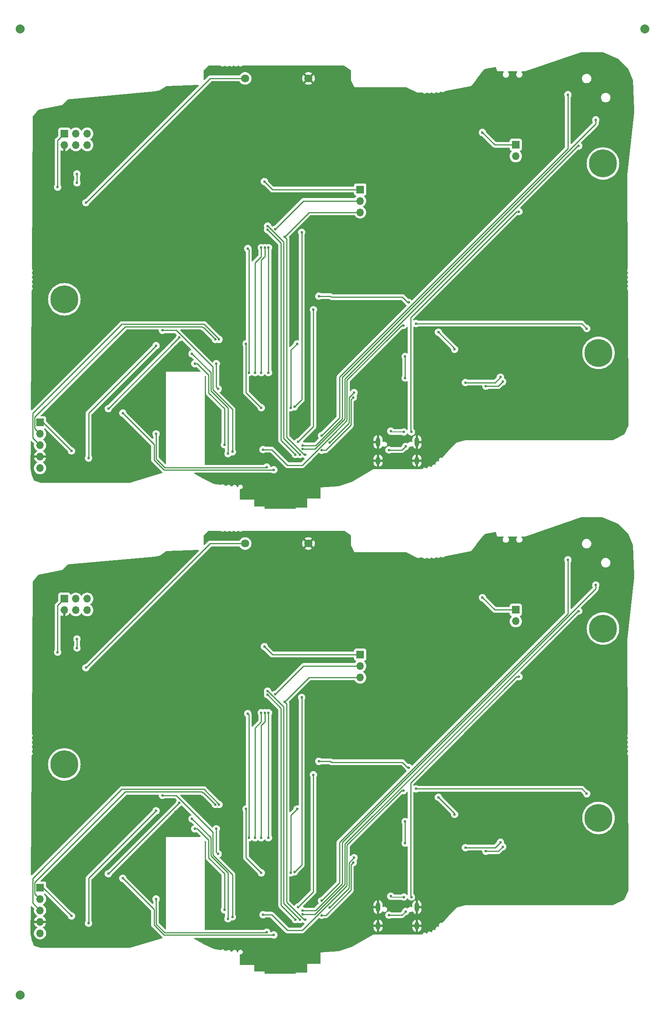
<source format=gbr>
%TF.GenerationSoftware,KiCad,Pcbnew,7.0.1*%
%TF.CreationDate,2023-05-21T16:14:24-05:00*%
%TF.ProjectId,panel,70616e65-6c2e-46b6-9963-61645f706362,rev?*%
%TF.SameCoordinates,Original*%
%TF.FileFunction,Copper,L2,Bot*%
%TF.FilePolarity,Positive*%
%FSLAX46Y46*%
G04 Gerber Fmt 4.6, Leading zero omitted, Abs format (unit mm)*
G04 Created by KiCad (PCBNEW 7.0.1) date 2023-05-21 16:14:24*
%MOMM*%
%LPD*%
G01*
G04 APERTURE LIST*
%TA.AperFunction,ComponentPad*%
%ADD10R,1.700000X1.700000*%
%TD*%
%TA.AperFunction,ComponentPad*%
%ADD11O,1.700000X1.700000*%
%TD*%
%TA.AperFunction,ComponentPad*%
%ADD12C,6.200000*%
%TD*%
%TA.AperFunction,ComponentPad*%
%ADD13O,1.000000X2.100000*%
%TD*%
%TA.AperFunction,ComponentPad*%
%ADD14O,1.000000X1.800000*%
%TD*%
%TA.AperFunction,SMDPad,CuDef*%
%ADD15C,2.000000*%
%TD*%
%TA.AperFunction,ComponentPad*%
%ADD16C,1.800000*%
%TD*%
%TA.AperFunction,ViaPad*%
%ADD17C,0.600000*%
%TD*%
%TA.AperFunction,Conductor*%
%ADD18C,0.250000*%
%TD*%
%TA.AperFunction,Conductor*%
%ADD19C,0.200000*%
%TD*%
G04 APERTURE END LIST*
D10*
%TO.P,J3,1,Pin_1*%
%TO.N,Board_0-DE*%
X154632350Y-58197600D03*
D11*
%TO.P,J3,2,Pin_2*%
%TO.N,Board_0-WR*%
X154632350Y-60737600D03*
%TO.P,J3,3,Pin_3*%
%TO.N,Board_0-RS*%
X154632350Y-63277600D03*
%TD*%
D10*
%TO.P,J3,1,Pin_1*%
%TO.N,Board_1-DE*%
X154632350Y-161607200D03*
D11*
%TO.P,J3,2,Pin_2*%
%TO.N,Board_1-WR*%
X154632350Y-164147200D03*
%TO.P,J3,3,Pin_3*%
%TO.N,Board_1-RS*%
X154632350Y-166687200D03*
%TD*%
D12*
%TO.P,J11,1,Pin_1*%
%TO.N,Board_0-unconnected-(J11-Pin_1-Pad1)*%
X88832351Y-82622600D03*
%TD*%
%TO.P,J11,1,Pin_1*%
%TO.N,Board_1-unconnected-(J11-Pin_1-Pad1)*%
X88832351Y-186032200D03*
%TD*%
D10*
%TO.P,J13,1,Pin_1*%
%TO.N,Board_0-VCC*%
X88832350Y-45782600D03*
D11*
%TO.P,J13,2,Pin_2*%
%TO.N,Board_0-VSS*%
X88832350Y-48322600D03*
%TO.P,J13,3,Pin_3*%
%TO.N,Board_0-unconnected-(J13-Pin_3-Pad3)*%
X91372350Y-45782600D03*
%TO.P,J13,4,Pin_4*%
%TO.N,Board_0-unconnected-(J13-Pin_4-Pad4)*%
X91372350Y-48322600D03*
%TO.P,J13,5,Pin_5*%
%TO.N,Board_0-unconnected-(J13-Pin_5-Pad5)*%
X93912350Y-45782600D03*
%TO.P,J13,6,Pin_6*%
%TO.N,Board_0-unconnected-(J13-Pin_6-Pad6)*%
X93912350Y-48322600D03*
%TD*%
D10*
%TO.P,J13,1,Pin_1*%
%TO.N,Board_1-VCC*%
X88832350Y-149192200D03*
D11*
%TO.P,J13,2,Pin_2*%
%TO.N,Board_1-VSS*%
X88832350Y-151732200D03*
%TO.P,J13,3,Pin_3*%
%TO.N,Board_1-unconnected-(J13-Pin_3-Pad3)*%
X91372350Y-149192200D03*
%TO.P,J13,4,Pin_4*%
%TO.N,Board_1-unconnected-(J13-Pin_4-Pad4)*%
X91372350Y-151732200D03*
%TO.P,J13,5,Pin_5*%
%TO.N,Board_1-unconnected-(J13-Pin_5-Pad5)*%
X93912350Y-149192200D03*
%TO.P,J13,6,Pin_6*%
%TO.N,Board_1-unconnected-(J13-Pin_6-Pad6)*%
X93912350Y-151732200D03*
%TD*%
D10*
%TO.P,J7,1,Pin_1*%
%TO.N,Board_0-PwrTest*%
X189232350Y-48247600D03*
D11*
%TO.P,J7,2,Pin_2*%
%TO.N,Board_0-+5V*%
X189232350Y-50787600D03*
%TD*%
D10*
%TO.P,J7,1,Pin_1*%
%TO.N,Board_1-PwrTest*%
X189232350Y-151657200D03*
D11*
%TO.P,J7,2,Pin_2*%
%TO.N,Board_1-+5V*%
X189232350Y-154197200D03*
%TD*%
D13*
%TO.P,J2,S1,SHIELD*%
%TO.N,Board_0-VSS*%
X158612350Y-114335100D03*
D14*
X158612350Y-118485100D03*
D13*
X167252350Y-114335100D03*
D14*
X167252350Y-118485100D03*
%TD*%
D13*
%TO.P,J2,S1,SHIELD*%
%TO.N,Board_1-VSS*%
X158612350Y-217744700D03*
D14*
X158612350Y-221894700D03*
D13*
X167252350Y-217744700D03*
D14*
X167252350Y-221894700D03*
%TD*%
D12*
%TO.P,J9,1,Pin_1*%
%TO.N,Board_0-unconnected-(J9-Pin_1-Pad1)*%
X207632351Y-94522600D03*
%TD*%
%TO.P,J9,1,Pin_1*%
%TO.N,Board_1-unconnected-(J9-Pin_1-Pad1)*%
X207632351Y-197932200D03*
%TD*%
%TO.P,J10,1,Pin_1*%
%TO.N,Board_0-unconnected-(J10-Pin_1-Pad1)*%
X208632351Y-52422600D03*
%TD*%
%TO.P,J10,1,Pin_1*%
%TO.N,Board_1-unconnected-(J10-Pin_1-Pad1)*%
X208632351Y-155832200D03*
%TD*%
D10*
%TO.P,J6,1,Pin_1*%
%TO.N,Board_0-VCC*%
X83432350Y-109982600D03*
D11*
%TO.P,J6,2,Pin_2*%
%TO.N,Board_0-RX*%
X83432350Y-112522600D03*
%TO.P,J6,3,Pin_3*%
%TO.N,Board_0-TX*%
X83432350Y-115062600D03*
%TO.P,J6,4,Pin_4*%
%TO.N,Board_0-VSS*%
X83432350Y-117602600D03*
%TO.P,J6,5,Pin_5*%
%TO.N,Board_0-unconnected-(J6-Pin_5-Pad5)*%
X83432350Y-120142600D03*
%TD*%
D10*
%TO.P,J6,1,Pin_1*%
%TO.N,Board_1-VCC*%
X83432350Y-213392200D03*
D11*
%TO.P,J6,2,Pin_2*%
%TO.N,Board_1-RX*%
X83432350Y-215932200D03*
%TO.P,J6,3,Pin_3*%
%TO.N,Board_1-TX*%
X83432350Y-218472200D03*
%TO.P,J6,4,Pin_4*%
%TO.N,Board_1-VSS*%
X83432350Y-221012200D03*
%TO.P,J6,5,Pin_5*%
%TO.N,Board_1-unconnected-(J6-Pin_5-Pad5)*%
X83432350Y-223552200D03*
%TD*%
D15*
%TO.P,REF\u002A\u002A,*%
%TO.N,*%
X217957350Y-22500000D03*
%TD*%
D16*
%TO.P,BT1,1,+*%
%TO.N,Board_0-A*%
X129032350Y-33497600D03*
%TO.P,BT1,2,-*%
%TO.N,Board_0-VSS*%
X143132350Y-33497600D03*
%TD*%
%TO.P,BT1,1,+*%
%TO.N,Board_1-A*%
X129032350Y-136907200D03*
%TO.P,BT1,2,-*%
%TO.N,Board_1-VSS*%
X143132350Y-136907200D03*
%TD*%
D15*
%TO.P,REF\u002A\u002A,*%
%TO.N,*%
X79042650Y-22500000D03*
%TD*%
%TO.P,REF\u002A\u002A,*%
%TO.N,*%
X79042650Y-237319200D03*
%TD*%
D17*
%TO.N,Board_0-+5V*%
X161032350Y-116122600D03*
X164732350Y-115322600D03*
X166032350Y-112122600D03*
X189932350Y-63122600D03*
%TO.N,Board_0-/D+*%
X164332350Y-112122600D03*
X161432350Y-111922600D03*
%TO.N,Board_0-/SK6812*%
X110632350Y-89498100D03*
X126232350Y-116522600D03*
%TO.N,Board_0-A*%
X93632350Y-61122600D03*
%TO.N,Board_0-A_Btn*%
X153082350Y-104422600D03*
X146082350Y-116172600D03*
%TO.N,Board_0-B*%
X147828261Y-114418511D03*
X182582350Y-101922600D03*
X186332350Y-100922600D03*
X153265761Y-103356011D03*
%TO.N,Board_0-BL*%
X117232350Y-94722600D03*
X125232350Y-116922600D03*
%TO.N,Board_0-Buzzer*%
X178032350Y-101122600D03*
X185832350Y-99922600D03*
%TO.N,Board_0-DE*%
X133332350Y-56422600D03*
%TO.N,Board_0-Disp_RESET*%
X140032350Y-106522600D03*
X141632350Y-67722600D03*
%TO.N,Board_0-EnButton*%
X141832350Y-115922103D03*
X203232350Y-48522600D03*
%TO.N,Board_0-EnDown*%
X207032350Y-42722600D03*
X141832350Y-115122600D03*
%TO.N,Board_0-EnUp*%
X200832350Y-37122600D03*
X146032350Y-112922600D03*
%TO.N,Board_0-Left*%
X101832350Y-107922600D03*
X135432350Y-120522600D03*
%TO.N,Board_0-Net-(D2-A)*%
X164632350Y-100122600D03*
X164632350Y-95322600D03*
%TO.N,Board_0-Net-(IC1-IO3)*%
X124432350Y-114947100D03*
X117832350Y-96922600D03*
%TO.N,Board_0-Net-(IC1-IO4)*%
X133032350Y-116022600D03*
X167032350Y-88022600D03*
X205032350Y-89122600D03*
X164232350Y-88422600D03*
%TO.N,Board_0-Net-(Q2-B)*%
X91632350Y-56722600D03*
X91632350Y-54722600D03*
%TO.N,Board_0-Net-(U2-Dout)*%
X94232350Y-117922600D03*
X109232350Y-92922600D03*
%TO.N,Board_0-Net-(U3-Dout)*%
X165432350Y-83322600D03*
X175632350Y-93722600D03*
X114432350Y-91122600D03*
X145432350Y-81922600D03*
X172032350Y-89922600D03*
X98632350Y-106922600D03*
%TO.N,Board_0-PwrTest*%
X181832350Y-45522600D03*
%TO.N,Board_0-RS*%
X142432350Y-117146603D03*
X137832350Y-68722600D03*
%TO.N,Board_0-RX*%
X122432350Y-91522600D03*
%TO.N,Board_0-Reset*%
X122632350Y-96922600D03*
X123032350Y-102522600D03*
%TO.N,Board_0-Right*%
X133832350Y-119922600D03*
X109232350Y-112522600D03*
%TO.N,Board_0-SDA*%
X134032350Y-66322600D03*
X141232350Y-117122600D03*
%TO.N,Board_0-Select*%
X139232350Y-106722600D03*
X140632350Y-92522600D03*
%TO.N,Board_0-Start*%
X132632350Y-106722600D03*
X129232350Y-92522600D03*
%TO.N,Board_0-TX*%
X123232350Y-91522600D03*
%TO.N,Board_0-VCC*%
X144232350Y-84922600D03*
X87332350Y-57672600D03*
X90432350Y-116322600D03*
X140832350Y-114322600D03*
%TO.N,Board_0-VSS*%
X129332350Y-66672600D03*
X160082350Y-108922600D03*
X129332350Y-52422600D03*
X109832350Y-109172600D03*
X154332350Y-104672600D03*
X129332350Y-54672600D03*
X154082350Y-108922600D03*
X107082350Y-90172600D03*
X104582350Y-112422600D03*
X89832350Y-108922600D03*
X159832350Y-104672600D03*
X168832350Y-113422600D03*
X114332350Y-95422600D03*
X132832350Y-52172600D03*
X121082350Y-107172600D03*
X147082350Y-102172600D03*
X133582350Y-55422600D03*
X107832350Y-86922600D03*
X112332350Y-91172600D03*
X96332350Y-115422600D03*
X113582350Y-93172600D03*
X180582350Y-96422600D03*
X155582350Y-114672600D03*
X122832350Y-94922600D03*
X185582350Y-110672600D03*
X95582350Y-103922600D03*
X170832350Y-116922600D03*
X101082350Y-115172600D03*
X118582350Y-90672600D03*
X147582350Y-97172600D03*
X120832350Y-115672600D03*
X199082350Y-105672600D03*
X181582350Y-91672600D03*
X128332350Y-97422600D03*
X135082350Y-103672600D03*
X120332350Y-121422600D03*
X134082350Y-122172600D03*
X129332350Y-68172600D03*
X97582350Y-101172600D03*
X105082350Y-93922600D03*
%TO.N,Board_0-WR*%
X134032350Y-67122600D03*
X135715881Y-67039069D03*
X140232350Y-117122600D03*
%TO.N,Board_0-XL*%
X131232350Y-98922600D03*
X132632350Y-71122600D03*
%TO.N,Board_0-XR*%
X134232350Y-98922600D03*
X134232350Y-71122600D03*
%TO.N,Board_0-YD*%
X132632350Y-98922600D03*
X133432350Y-71122600D03*
%TO.N,Board_0-YU*%
X129856850Y-98922600D03*
X129632350Y-71322600D03*
%TO.N,Board_1-+5V*%
X161032350Y-219532200D03*
X164732350Y-218732200D03*
X166032350Y-215532200D03*
X189932350Y-166532200D03*
%TO.N,Board_1-/D+*%
X164332350Y-215532200D03*
X161432350Y-215332200D03*
%TO.N,Board_1-/SK6812*%
X110632350Y-192907700D03*
X126232350Y-219932200D03*
%TO.N,Board_1-A*%
X93632350Y-164532200D03*
%TO.N,Board_1-A_Btn*%
X153082350Y-207832200D03*
X146082350Y-219582200D03*
%TO.N,Board_1-B*%
X147828261Y-217828111D03*
X182582350Y-205332200D03*
X186332350Y-204332200D03*
X153265761Y-206765611D03*
%TO.N,Board_1-BL*%
X117232350Y-198132200D03*
X125232350Y-220332200D03*
%TO.N,Board_1-Buzzer*%
X178032350Y-204532200D03*
X185832350Y-203332200D03*
%TO.N,Board_1-DE*%
X133332350Y-159832200D03*
%TO.N,Board_1-Disp_RESET*%
X140032350Y-209932200D03*
X141632350Y-171132200D03*
%TO.N,Board_1-EnButton*%
X141832350Y-219331703D03*
X203232350Y-151932200D03*
%TO.N,Board_1-EnDown*%
X207032350Y-146132200D03*
X141832350Y-218532200D03*
%TO.N,Board_1-EnUp*%
X200832350Y-140532200D03*
X146032350Y-216332200D03*
%TO.N,Board_1-Left*%
X101832350Y-211332200D03*
X135432350Y-223932200D03*
%TO.N,Board_1-Net-(D2-A)*%
X164632350Y-203532200D03*
X164632350Y-198732200D03*
%TO.N,Board_1-Net-(IC1-IO3)*%
X124432350Y-218356700D03*
X117832350Y-200332200D03*
%TO.N,Board_1-Net-(IC1-IO4)*%
X133032350Y-219432200D03*
X167032350Y-191432200D03*
X205032350Y-192532200D03*
X164232350Y-191832200D03*
%TO.N,Board_1-Net-(Q2-B)*%
X91632350Y-160132200D03*
X91632350Y-158132200D03*
%TO.N,Board_1-Net-(U2-Dout)*%
X94232350Y-221332200D03*
X109232350Y-196332200D03*
%TO.N,Board_1-Net-(U3-Dout)*%
X165432350Y-186732200D03*
X175632350Y-197132200D03*
X114432350Y-194532200D03*
X145432350Y-185332200D03*
X172032350Y-193332200D03*
X98632350Y-210332200D03*
%TO.N,Board_1-PwrTest*%
X181832350Y-148932200D03*
%TO.N,Board_1-RS*%
X142432350Y-220556203D03*
X137832350Y-172132200D03*
%TO.N,Board_1-RX*%
X122432350Y-194932200D03*
%TO.N,Board_1-Reset*%
X122632350Y-200332200D03*
X123032350Y-205932200D03*
%TO.N,Board_1-Right*%
X133832350Y-223332200D03*
X109232350Y-215932200D03*
%TO.N,Board_1-SDA*%
X134032350Y-169732200D03*
X141232350Y-220532200D03*
%TO.N,Board_1-Select*%
X139232350Y-210132200D03*
X140632350Y-195932200D03*
%TO.N,Board_1-Start*%
X132632350Y-210132200D03*
X129232350Y-195932200D03*
%TO.N,Board_1-TX*%
X123232350Y-194932200D03*
%TO.N,Board_1-VCC*%
X144232350Y-188332200D03*
X87332350Y-161082200D03*
X90432350Y-219732200D03*
X140832350Y-217732200D03*
%TO.N,Board_1-VSS*%
X129332350Y-170082200D03*
X160082350Y-212332200D03*
X129332350Y-155832200D03*
X109832350Y-212582200D03*
X154332350Y-208082200D03*
X129332350Y-158082200D03*
X154082350Y-212332200D03*
X107082350Y-193582200D03*
X104582350Y-215832200D03*
X89832350Y-212332200D03*
X159832350Y-208082200D03*
X168832350Y-216832200D03*
X114332350Y-198832200D03*
X132832350Y-155582200D03*
X121082350Y-210582200D03*
X147082350Y-205582200D03*
X133582350Y-158832200D03*
X107832350Y-190332200D03*
X112332350Y-194582200D03*
X96332350Y-218832200D03*
X113582350Y-196582200D03*
X180582350Y-199832200D03*
X155582350Y-218082200D03*
X122832350Y-198332200D03*
X185582350Y-214082200D03*
X95582350Y-207332200D03*
X170832350Y-220332200D03*
X101082350Y-218582200D03*
X118582350Y-194082200D03*
X147582350Y-200582200D03*
X120832350Y-219082200D03*
X199082350Y-209082200D03*
X181582350Y-195082200D03*
X128332350Y-200832200D03*
X135082350Y-207082200D03*
X120332350Y-224832200D03*
X134082350Y-225582200D03*
X129332350Y-171582200D03*
X97582350Y-204582200D03*
X105082350Y-197332200D03*
%TO.N,Board_1-WR*%
X134032350Y-170532200D03*
X135715881Y-170448669D03*
X140232350Y-220532200D03*
%TO.N,Board_1-XL*%
X131232350Y-202332200D03*
X132632350Y-174532200D03*
%TO.N,Board_1-XR*%
X134232350Y-202332200D03*
X134232350Y-174532200D03*
%TO.N,Board_1-YD*%
X132632350Y-202332200D03*
X133432350Y-174532200D03*
%TO.N,Board_1-YU*%
X129856850Y-202332200D03*
X129632350Y-174732200D03*
%TD*%
D18*
%TO.N,Board_0-+5V*%
X163932350Y-116122600D02*
X164732350Y-115322600D01*
X161032350Y-116122600D02*
X163932350Y-116122600D01*
X165832350Y-86722600D02*
X189432350Y-63122600D01*
X166032350Y-112122600D02*
X165832350Y-111922600D01*
X165832350Y-111922600D02*
X165832350Y-86722600D01*
X189432350Y-63122600D02*
X189932350Y-63122600D01*
D19*
%TO.N,Board_0-/D+*%
X161632350Y-112122600D02*
X161432350Y-111922600D01*
X164332350Y-112122600D02*
X161632350Y-112122600D01*
D18*
%TO.N,Board_0-/SK6812*%
X121832350Y-97638716D02*
X113691734Y-89498100D01*
X113691734Y-89498100D02*
X110632350Y-89498100D01*
X121832350Y-102722600D02*
X121832350Y-97638716D01*
X126232350Y-107122600D02*
X121832350Y-102722600D01*
X126232350Y-116522600D02*
X126232350Y-107122600D01*
%TO.N,Board_0-A*%
X121257350Y-33497600D02*
X93632350Y-61122600D01*
X129657350Y-33497600D02*
X121257350Y-33497600D01*
%TO.N,Board_0-A_Btn*%
X153082350Y-104422600D02*
X152582350Y-104922600D01*
X152582350Y-104922600D02*
X152582350Y-110547600D01*
X146957350Y-116172600D02*
X146082350Y-116172600D01*
X152582350Y-110547600D02*
X146957350Y-116172600D01*
%TO.N,Board_0-B*%
X182582350Y-101922600D02*
X185332350Y-101922600D01*
X152132350Y-105172600D02*
X152132350Y-104489422D01*
X152132350Y-104489422D02*
X153265761Y-103356011D01*
X185332350Y-101922600D02*
X186332350Y-100922600D01*
X152132350Y-105172600D02*
X152132350Y-110122600D01*
X152132350Y-110122600D02*
X147836439Y-114418511D01*
X147836439Y-114418511D02*
X147828261Y-114418511D01*
%TO.N,Board_0-BL*%
X117232350Y-94722600D02*
X121382350Y-98872600D01*
X121382350Y-102908996D02*
X125232350Y-106758996D01*
X125232350Y-106758996D02*
X125232350Y-116922600D01*
X121382350Y-98872600D02*
X121382350Y-102908996D01*
%TO.N,Board_0-Buzzer*%
X184632350Y-101122600D02*
X185832350Y-99922600D01*
X178032350Y-101122600D02*
X184632350Y-101122600D01*
%TO.N,Board_0-DE*%
X135107350Y-58197600D02*
X154632350Y-58197600D01*
X133332350Y-56422600D02*
X135107350Y-58197600D01*
%TO.N,Board_0-Disp_RESET*%
X141632350Y-104922600D02*
X141632350Y-89922600D01*
X141632350Y-81922600D02*
X141632350Y-67722600D01*
X141632350Y-89922600D02*
X141632350Y-81922600D01*
X140032350Y-106522600D02*
X141632350Y-104922600D01*
%TO.N,Board_0-EnButton*%
X151232350Y-100322600D02*
X203032350Y-48522600D01*
X141832350Y-115922103D02*
X144553127Y-115922103D01*
X144553127Y-115922103D02*
X151232350Y-109242880D01*
X151232350Y-109242880D02*
X151232350Y-100322600D01*
X203032350Y-48522600D02*
X203232350Y-48522600D01*
%TO.N,Board_0-EnDown*%
X150632350Y-109206484D02*
X150632350Y-99958996D01*
X150632350Y-99958996D02*
X207032350Y-43558996D01*
X141832350Y-115122600D02*
X144716234Y-115122600D01*
X144716234Y-115122600D02*
X150632350Y-109206484D01*
X207032350Y-43558996D02*
X207032350Y-42722600D01*
%TO.N,Board_0-EnUp*%
X146032350Y-112922600D02*
X150032350Y-108922600D01*
X150032350Y-99922600D02*
X200832350Y-49122600D01*
X200832350Y-49122600D02*
X200832350Y-37122600D01*
X150032350Y-108922600D02*
X150032350Y-99922600D01*
%TO.N,Board_0-Left*%
X135407350Y-120547600D02*
X135432350Y-120522600D01*
X110995954Y-120522600D02*
X111632350Y-120522600D01*
X111657350Y-120547600D02*
X135407350Y-120547600D01*
X108782350Y-118308996D02*
X110995954Y-120522600D01*
X108782350Y-116722600D02*
X108782350Y-118308996D01*
X111632350Y-120522600D02*
X111657350Y-120547600D01*
X101832350Y-107922600D02*
X108782350Y-114872600D01*
X108782350Y-114872600D02*
X108782350Y-116722600D01*
%TO.N,Board_0-Net-(D2-A)*%
X164632350Y-95322600D02*
X164632350Y-100122600D01*
%TO.N,Board_0-Net-(IC1-IO3)*%
X118409128Y-96922600D02*
X117832350Y-96922600D01*
X124432350Y-114947100D02*
X124432350Y-106922600D01*
X120932350Y-103422600D02*
X120932350Y-99445822D01*
X124432350Y-106922600D02*
X120932350Y-103422600D01*
X120932350Y-99445822D02*
X118409128Y-96922600D01*
%TO.N,Board_0-Net-(IC1-IO4)*%
X203932350Y-88022600D02*
X205032350Y-89122600D01*
X151682350Y-100572600D02*
X161532350Y-90722600D01*
X133032350Y-116022600D02*
X134932350Y-116022600D01*
X151682350Y-109572600D02*
X151682350Y-108522600D01*
X149032350Y-112222600D02*
X151682350Y-109572600D01*
X151682350Y-108522600D02*
X151682350Y-100572600D01*
X141732350Y-119522600D02*
X149032350Y-112222600D01*
X138432350Y-119522600D02*
X141732350Y-119522600D01*
X167032350Y-88022600D02*
X203932350Y-88022600D01*
X161532350Y-90722600D02*
X163832350Y-88422600D01*
X163832350Y-88422600D02*
X164232350Y-88422600D01*
X134932350Y-116022600D02*
X138432350Y-119522600D01*
%TO.N,Board_0-Net-(Q2-B)*%
X91632350Y-54722600D02*
X91632350Y-56722600D01*
%TO.N,Board_0-Net-(U2-Dout)*%
X94232350Y-117922600D02*
X94232350Y-107922600D01*
X94232350Y-107922600D02*
X109232350Y-92922600D01*
%TO.N,Board_0-Net-(U3-Dout)*%
X145432350Y-81922600D02*
X148032350Y-81922600D01*
X165232350Y-83322600D02*
X165432350Y-83322600D01*
X164032350Y-82122600D02*
X165232350Y-83322600D01*
X148232350Y-82122600D02*
X164032350Y-82122600D01*
X175632350Y-93522600D02*
X175632350Y-93722600D01*
X148032350Y-81922600D02*
X148232350Y-82122600D01*
X114432350Y-91122600D02*
X98632350Y-106922600D01*
X172032350Y-89922600D02*
X175632350Y-93522600D01*
%TO.N,Board_0-PwrTest*%
X184557350Y-48247600D02*
X181832350Y-45522600D01*
X189232350Y-48247600D02*
X184557350Y-48247600D01*
%TO.N,Board_0-RS*%
X143277350Y-63277600D02*
X154632350Y-63277600D01*
X142432350Y-117146603D02*
X142140237Y-117146603D01*
X138232350Y-113238716D02*
X138232350Y-111922600D01*
X137832350Y-68722600D02*
X143277350Y-63277600D01*
X142140237Y-117146603D02*
X138232350Y-113238716D01*
X138232350Y-111922600D02*
X138232350Y-71722600D01*
X138232350Y-71722600D02*
X138232350Y-69122600D01*
X138232350Y-69122600D02*
X137832350Y-68722600D01*
%TO.N,Board_0-RX*%
X82257350Y-111347600D02*
X83432350Y-112522600D01*
X119407350Y-88697600D02*
X102367350Y-88697600D01*
X119832350Y-88922600D02*
X119632350Y-88922600D01*
X122432350Y-91522600D02*
X119832350Y-88922600D01*
X82257350Y-108807600D02*
X82257350Y-111347600D01*
X102367350Y-88697600D02*
X82257350Y-108807600D01*
X119632350Y-88922600D02*
X119407350Y-88697600D01*
%TO.N,Board_0-Reset*%
X123032350Y-102522600D02*
X122632350Y-102122600D01*
X122632350Y-102122600D02*
X122632350Y-96922600D01*
%TO.N,Board_0-Right*%
X111157350Y-120047600D02*
X133707350Y-120047600D01*
X109232350Y-112522600D02*
X109232350Y-118122600D01*
X109232350Y-118122600D02*
X111157350Y-120047600D01*
X133707350Y-120047600D02*
X133832350Y-119922600D01*
%TO.N,Board_0-SDA*%
X137632350Y-113522600D02*
X137632350Y-112322600D01*
X137632350Y-112322600D02*
X137632350Y-69838716D01*
X141232350Y-117122600D02*
X137632350Y-113522600D01*
X137632350Y-69838716D02*
X134116234Y-66322600D01*
X134116234Y-66322600D02*
X134032350Y-66322600D01*
%TO.N,Board_0-Select*%
X139232350Y-93922600D02*
X140632350Y-92522600D01*
X139232350Y-106722600D02*
X139232350Y-93922600D01*
%TO.N,Board_0-Start*%
X129232350Y-103322600D02*
X129232350Y-92522600D01*
X132632350Y-106722600D02*
X129232350Y-103322600D01*
%TO.N,Board_0-TX*%
X123232350Y-91438716D02*
X119916234Y-88122600D01*
X123232350Y-91522600D02*
X123232350Y-91438716D01*
X81807350Y-113437600D02*
X83432350Y-115062600D01*
X119916234Y-88122600D02*
X101632350Y-88122600D01*
X81807350Y-107947600D02*
X81807350Y-113437600D01*
X101632350Y-88122600D02*
X81807350Y-107947600D01*
%TO.N,Board_0-VCC*%
X90432350Y-116322600D02*
X84092350Y-109982600D01*
X144232350Y-110922600D02*
X140832350Y-114322600D01*
X144232350Y-84922600D02*
X144232350Y-110922600D01*
X87332350Y-57672600D02*
X87332350Y-47282600D01*
X84092350Y-109982600D02*
X83432350Y-109982600D01*
X87332350Y-47282600D02*
X88832350Y-45782600D01*
%TO.N,Board_0-WR*%
X137032350Y-113922600D02*
X137032350Y-113722600D01*
X137032350Y-70122600D02*
X134032350Y-67122600D01*
X142017350Y-60737600D02*
X135715881Y-67039069D01*
X154632350Y-60737600D02*
X142017350Y-60737600D01*
X137032350Y-113722600D02*
X137032350Y-70122600D01*
X140232350Y-117122600D02*
X137032350Y-113922600D01*
%TO.N,Board_0-XL*%
X132632350Y-73122600D02*
X132632350Y-71122600D01*
X131232350Y-98922600D02*
X131232350Y-74522600D01*
X131232350Y-74522600D02*
X132632350Y-73122600D01*
%TO.N,Board_0-XR*%
X134232350Y-98922600D02*
X134232350Y-71122600D01*
%TO.N,Board_0-YD*%
X133232350Y-73322600D02*
X133432350Y-73122600D01*
X132632350Y-98922600D02*
X132632350Y-81322600D01*
X132632350Y-73922600D02*
X133232350Y-73322600D01*
X132632350Y-81322600D02*
X132632350Y-73922600D01*
X133432350Y-73122600D02*
X133432350Y-71122600D01*
%TO.N,Board_0-YU*%
X129856850Y-98922600D02*
X129856850Y-71547100D01*
X129856850Y-71547100D02*
X129632350Y-71322600D01*
%TO.N,Board_1-+5V*%
X163932350Y-219532200D02*
X164732350Y-218732200D01*
X161032350Y-219532200D02*
X163932350Y-219532200D01*
X165832350Y-190132200D02*
X189432350Y-166532200D01*
X166032350Y-215532200D02*
X165832350Y-215332200D01*
X165832350Y-215332200D02*
X165832350Y-190132200D01*
X189432350Y-166532200D02*
X189932350Y-166532200D01*
D19*
%TO.N,Board_1-/D+*%
X161632350Y-215532200D02*
X161432350Y-215332200D01*
X164332350Y-215532200D02*
X161632350Y-215532200D01*
D18*
%TO.N,Board_1-/SK6812*%
X121832350Y-201048316D02*
X113691734Y-192907700D01*
X113691734Y-192907700D02*
X110632350Y-192907700D01*
X121832350Y-206132200D02*
X121832350Y-201048316D01*
X126232350Y-210532200D02*
X121832350Y-206132200D01*
X126232350Y-219932200D02*
X126232350Y-210532200D01*
%TO.N,Board_1-A*%
X121257350Y-136907200D02*
X93632350Y-164532200D01*
X129657350Y-136907200D02*
X121257350Y-136907200D01*
%TO.N,Board_1-A_Btn*%
X153082350Y-207832200D02*
X152582350Y-208332200D01*
X152582350Y-208332200D02*
X152582350Y-213957200D01*
X146957350Y-219582200D02*
X146082350Y-219582200D01*
X152582350Y-213957200D02*
X146957350Y-219582200D01*
%TO.N,Board_1-B*%
X182582350Y-205332200D02*
X185332350Y-205332200D01*
X152132350Y-208582200D02*
X152132350Y-207899022D01*
X152132350Y-207899022D02*
X153265761Y-206765611D01*
X185332350Y-205332200D02*
X186332350Y-204332200D01*
X152132350Y-208582200D02*
X152132350Y-213532200D01*
X152132350Y-213532200D02*
X147836439Y-217828111D01*
X147836439Y-217828111D02*
X147828261Y-217828111D01*
%TO.N,Board_1-BL*%
X117232350Y-198132200D02*
X121382350Y-202282200D01*
X121382350Y-206318596D02*
X125232350Y-210168596D01*
X125232350Y-210168596D02*
X125232350Y-220332200D01*
X121382350Y-202282200D02*
X121382350Y-206318596D01*
%TO.N,Board_1-Buzzer*%
X184632350Y-204532200D02*
X185832350Y-203332200D01*
X178032350Y-204532200D02*
X184632350Y-204532200D01*
%TO.N,Board_1-DE*%
X135107350Y-161607200D02*
X154632350Y-161607200D01*
X133332350Y-159832200D02*
X135107350Y-161607200D01*
%TO.N,Board_1-Disp_RESET*%
X141632350Y-208332200D02*
X141632350Y-193332200D01*
X141632350Y-185332200D02*
X141632350Y-171132200D01*
X141632350Y-193332200D02*
X141632350Y-185332200D01*
X140032350Y-209932200D02*
X141632350Y-208332200D01*
%TO.N,Board_1-EnButton*%
X151232350Y-203732200D02*
X203032350Y-151932200D01*
X141832350Y-219331703D02*
X144553127Y-219331703D01*
X144553127Y-219331703D02*
X151232350Y-212652480D01*
X151232350Y-212652480D02*
X151232350Y-203732200D01*
X203032350Y-151932200D02*
X203232350Y-151932200D01*
%TO.N,Board_1-EnDown*%
X150632350Y-212616084D02*
X150632350Y-203368596D01*
X150632350Y-203368596D02*
X207032350Y-146968596D01*
X141832350Y-218532200D02*
X144716234Y-218532200D01*
X144716234Y-218532200D02*
X150632350Y-212616084D01*
X207032350Y-146968596D02*
X207032350Y-146132200D01*
%TO.N,Board_1-EnUp*%
X146032350Y-216332200D02*
X150032350Y-212332200D01*
X150032350Y-203332200D02*
X200832350Y-152532200D01*
X200832350Y-152532200D02*
X200832350Y-140532200D01*
X150032350Y-212332200D02*
X150032350Y-203332200D01*
%TO.N,Board_1-Left*%
X135407350Y-223957200D02*
X135432350Y-223932200D01*
X110995954Y-223932200D02*
X111632350Y-223932200D01*
X111657350Y-223957200D02*
X135407350Y-223957200D01*
X108782350Y-221718596D02*
X110995954Y-223932200D01*
X108782350Y-220132200D02*
X108782350Y-221718596D01*
X111632350Y-223932200D02*
X111657350Y-223957200D01*
X101832350Y-211332200D02*
X108782350Y-218282200D01*
X108782350Y-218282200D02*
X108782350Y-220132200D01*
%TO.N,Board_1-Net-(D2-A)*%
X164632350Y-198732200D02*
X164632350Y-203532200D01*
%TO.N,Board_1-Net-(IC1-IO3)*%
X118409128Y-200332200D02*
X117832350Y-200332200D01*
X124432350Y-218356700D02*
X124432350Y-210332200D01*
X120932350Y-206832200D02*
X120932350Y-202855422D01*
X124432350Y-210332200D02*
X120932350Y-206832200D01*
X120932350Y-202855422D02*
X118409128Y-200332200D01*
%TO.N,Board_1-Net-(IC1-IO4)*%
X203932350Y-191432200D02*
X205032350Y-192532200D01*
X151682350Y-203982200D02*
X161532350Y-194132200D01*
X133032350Y-219432200D02*
X134932350Y-219432200D01*
X151682350Y-212982200D02*
X151682350Y-211932200D01*
X149032350Y-215632200D02*
X151682350Y-212982200D01*
X151682350Y-211932200D02*
X151682350Y-203982200D01*
X141732350Y-222932200D02*
X149032350Y-215632200D01*
X138432350Y-222932200D02*
X141732350Y-222932200D01*
X167032350Y-191432200D02*
X203932350Y-191432200D01*
X161532350Y-194132200D02*
X163832350Y-191832200D01*
X163832350Y-191832200D02*
X164232350Y-191832200D01*
X134932350Y-219432200D02*
X138432350Y-222932200D01*
%TO.N,Board_1-Net-(Q2-B)*%
X91632350Y-158132200D02*
X91632350Y-160132200D01*
%TO.N,Board_1-Net-(U2-Dout)*%
X94232350Y-221332200D02*
X94232350Y-211332200D01*
X94232350Y-211332200D02*
X109232350Y-196332200D01*
%TO.N,Board_1-Net-(U3-Dout)*%
X145432350Y-185332200D02*
X148032350Y-185332200D01*
X165232350Y-186732200D02*
X165432350Y-186732200D01*
X164032350Y-185532200D02*
X165232350Y-186732200D01*
X148232350Y-185532200D02*
X164032350Y-185532200D01*
X175632350Y-196932200D02*
X175632350Y-197132200D01*
X148032350Y-185332200D02*
X148232350Y-185532200D01*
X114432350Y-194532200D02*
X98632350Y-210332200D01*
X172032350Y-193332200D02*
X175632350Y-196932200D01*
%TO.N,Board_1-PwrTest*%
X184557350Y-151657200D02*
X181832350Y-148932200D01*
X189232350Y-151657200D02*
X184557350Y-151657200D01*
%TO.N,Board_1-RS*%
X143277350Y-166687200D02*
X154632350Y-166687200D01*
X142432350Y-220556203D02*
X142140237Y-220556203D01*
X138232350Y-216648316D02*
X138232350Y-215332200D01*
X137832350Y-172132200D02*
X143277350Y-166687200D01*
X142140237Y-220556203D02*
X138232350Y-216648316D01*
X138232350Y-215332200D02*
X138232350Y-175132200D01*
X138232350Y-175132200D02*
X138232350Y-172532200D01*
X138232350Y-172532200D02*
X137832350Y-172132200D01*
%TO.N,Board_1-RX*%
X82257350Y-214757200D02*
X83432350Y-215932200D01*
X119407350Y-192107200D02*
X102367350Y-192107200D01*
X119832350Y-192332200D02*
X119632350Y-192332200D01*
X122432350Y-194932200D02*
X119832350Y-192332200D01*
X82257350Y-212217200D02*
X82257350Y-214757200D01*
X102367350Y-192107200D02*
X82257350Y-212217200D01*
X119632350Y-192332200D02*
X119407350Y-192107200D01*
%TO.N,Board_1-Reset*%
X123032350Y-205932200D02*
X122632350Y-205532200D01*
X122632350Y-205532200D02*
X122632350Y-200332200D01*
%TO.N,Board_1-Right*%
X111157350Y-223457200D02*
X133707350Y-223457200D01*
X109232350Y-215932200D02*
X109232350Y-221532200D01*
X109232350Y-221532200D02*
X111157350Y-223457200D01*
X133707350Y-223457200D02*
X133832350Y-223332200D01*
%TO.N,Board_1-SDA*%
X137632350Y-216932200D02*
X137632350Y-215732200D01*
X137632350Y-215732200D02*
X137632350Y-173248316D01*
X141232350Y-220532200D02*
X137632350Y-216932200D01*
X137632350Y-173248316D02*
X134116234Y-169732200D01*
X134116234Y-169732200D02*
X134032350Y-169732200D01*
%TO.N,Board_1-Select*%
X139232350Y-197332200D02*
X140632350Y-195932200D01*
X139232350Y-210132200D02*
X139232350Y-197332200D01*
%TO.N,Board_1-Start*%
X129232350Y-206732200D02*
X129232350Y-195932200D01*
X132632350Y-210132200D02*
X129232350Y-206732200D01*
%TO.N,Board_1-TX*%
X123232350Y-194848316D02*
X119916234Y-191532200D01*
X123232350Y-194932200D02*
X123232350Y-194848316D01*
X81807350Y-216847200D02*
X83432350Y-218472200D01*
X119916234Y-191532200D02*
X101632350Y-191532200D01*
X81807350Y-211357200D02*
X81807350Y-216847200D01*
X101632350Y-191532200D02*
X81807350Y-211357200D01*
%TO.N,Board_1-VCC*%
X90432350Y-219732200D02*
X84092350Y-213392200D01*
X144232350Y-214332200D02*
X140832350Y-217732200D01*
X144232350Y-188332200D02*
X144232350Y-214332200D01*
X87332350Y-161082200D02*
X87332350Y-150692200D01*
X84092350Y-213392200D02*
X83432350Y-213392200D01*
X87332350Y-150692200D02*
X88832350Y-149192200D01*
%TO.N,Board_1-WR*%
X137032350Y-217332200D02*
X137032350Y-217132200D01*
X137032350Y-173532200D02*
X134032350Y-170532200D01*
X142017350Y-164147200D02*
X135715881Y-170448669D01*
X154632350Y-164147200D02*
X142017350Y-164147200D01*
X137032350Y-217132200D02*
X137032350Y-173532200D01*
X140232350Y-220532200D02*
X137032350Y-217332200D01*
%TO.N,Board_1-XL*%
X132632350Y-176532200D02*
X132632350Y-174532200D01*
X131232350Y-202332200D02*
X131232350Y-177932200D01*
X131232350Y-177932200D02*
X132632350Y-176532200D01*
%TO.N,Board_1-XR*%
X134232350Y-202332200D02*
X134232350Y-174532200D01*
%TO.N,Board_1-YD*%
X133232350Y-176732200D02*
X133432350Y-176532200D01*
X132632350Y-202332200D02*
X132632350Y-184732200D01*
X132632350Y-177332200D02*
X133232350Y-176732200D01*
X132632350Y-184732200D02*
X132632350Y-177332200D01*
X133432350Y-176532200D02*
X133432350Y-174532200D01*
%TO.N,Board_1-YU*%
X129856850Y-202332200D02*
X129856850Y-174956700D01*
X129856850Y-174956700D02*
X129632350Y-174732200D01*
%TD*%
%TA.AperFunction,Conductor*%
%TO.N,Board_0-VSS*%
G36*
X208605744Y-27682626D02*
G01*
X212060402Y-29163193D01*
X212099236Y-29189486D01*
X214314352Y-31404602D01*
X214341802Y-31446231D01*
X215324396Y-33902715D01*
X215333173Y-33944001D01*
X215582258Y-40420208D01*
X215582350Y-40424974D01*
X215582350Y-41165854D01*
X215581619Y-41179301D01*
X214082350Y-54922600D01*
X214175925Y-75790003D01*
X214164846Y-75841794D01*
X214152628Y-75858163D01*
X214154329Y-75859257D01*
X214066879Y-75995330D01*
X214026333Y-76133422D01*
X214026333Y-76277344D01*
X214066880Y-76415437D01*
X214154329Y-76551510D01*
X214153571Y-76551996D01*
X214168339Y-76571677D01*
X214179660Y-76622886D01*
X214180403Y-76788638D01*
X214169320Y-76840439D01*
X214155907Y-76858404D01*
X214157233Y-76859256D01*
X214069783Y-76995329D01*
X214029237Y-77133421D01*
X214029237Y-77277343D01*
X214069784Y-77415436D01*
X214157233Y-77551509D01*
X214156850Y-77551754D01*
X214172829Y-77573049D01*
X214184150Y-77624259D01*
X214184881Y-77787272D01*
X214173794Y-77839082D01*
X214159186Y-77858643D01*
X214160136Y-77859254D01*
X214072686Y-77995327D01*
X214032140Y-78133419D01*
X214032140Y-78277341D01*
X214072687Y-78415434D01*
X214160136Y-78551507D01*
X214160127Y-78551512D01*
X214177320Y-78574423D01*
X214188641Y-78625634D01*
X214189359Y-78785907D01*
X214178272Y-78837716D01*
X214162464Y-78858883D01*
X214163039Y-78859253D01*
X214075589Y-78995326D01*
X214048346Y-79088111D01*
X214035043Y-79133418D01*
X214035043Y-79277340D01*
X214075590Y-79415432D01*
X214124700Y-79491850D01*
X214159803Y-79546471D01*
X214181810Y-79575799D01*
X214193131Y-79627008D01*
X214193837Y-79784540D01*
X214182750Y-79836350D01*
X214165743Y-79859124D01*
X214165942Y-79859252D01*
X214078492Y-79995325D01*
X214037946Y-80133417D01*
X214037946Y-80277339D01*
X214078493Y-80415432D01*
X214159386Y-80541305D01*
X214186301Y-80577172D01*
X214197622Y-80628382D01*
X214332217Y-110643035D01*
X214319127Y-110699045D01*
X213350835Y-112635630D01*
X213327607Y-112667857D01*
X213295380Y-112691085D01*
X210858532Y-113909509D01*
X210803078Y-113922600D01*
X178082350Y-113922600D01*
X177740886Y-114007966D01*
X176082352Y-114422599D01*
X176082349Y-114422600D01*
X174832351Y-115672597D01*
X172982494Y-117786719D01*
X172940322Y-117818024D01*
X172888974Y-117829064D01*
X172837663Y-117817858D01*
X172816296Y-117808100D01*
X172816294Y-117808099D01*
X172709638Y-117792765D01*
X172638040Y-117792765D01*
X172531381Y-117808099D01*
X172400464Y-117867888D01*
X172291697Y-117962135D01*
X172213886Y-118083212D01*
X172173339Y-118221304D01*
X172173339Y-118365227D01*
X172208466Y-118484861D01*
X172210655Y-118546153D01*
X172183202Y-118600998D01*
X172132823Y-118635977D01*
X172071843Y-118642533D01*
X171953474Y-118625515D01*
X171953473Y-118625515D01*
X171881875Y-118625515D01*
X171775216Y-118640849D01*
X171644299Y-118700638D01*
X171535532Y-118794885D01*
X171457721Y-118915962D01*
X171417174Y-119054054D01*
X171417174Y-119197977D01*
X171430242Y-119242484D01*
X171430242Y-119312354D01*
X171392467Y-119371131D01*
X171328911Y-119400156D01*
X171259753Y-119390212D01*
X171241624Y-119381932D01*
X171134966Y-119366598D01*
X171063368Y-119366598D01*
X170956709Y-119381932D01*
X170825792Y-119441721D01*
X170717025Y-119535968D01*
X170667114Y-119613631D01*
X170639214Y-119657045D01*
X170614401Y-119741553D01*
X170593644Y-119812244D01*
X170592108Y-119811793D01*
X170578982Y-119856496D01*
X170526179Y-119902251D01*
X170457020Y-119912195D01*
X170393465Y-119883170D01*
X170310501Y-119811282D01*
X170294519Y-119803983D01*
X170179585Y-119751493D01*
X170072927Y-119736159D01*
X170001329Y-119736159D01*
X169894670Y-119751493D01*
X169763753Y-119811282D01*
X169654986Y-119905529D01*
X169577175Y-120026606D01*
X169541795Y-120147098D01*
X169510499Y-120199844D01*
X169457753Y-120231139D01*
X169396460Y-120233328D01*
X169341616Y-120205875D01*
X169224845Y-120104693D01*
X169093928Y-120044904D01*
X168987270Y-120029570D01*
X168915672Y-120029570D01*
X168809013Y-120044904D01*
X168678096Y-120104693D01*
X168569329Y-120198940D01*
X168491517Y-120320017D01*
X168487549Y-120333535D01*
X168462285Y-120379803D01*
X168420083Y-120411394D01*
X168368572Y-120422600D01*
X157582350Y-120422600D01*
X152843283Y-123166270D01*
X152820367Y-123176594D01*
X149847690Y-124167486D01*
X149816213Y-124173608D01*
X148382022Y-124263245D01*
X145832350Y-124422600D01*
X145832350Y-124422601D01*
X145832350Y-126798600D01*
X145815737Y-126860600D01*
X145770350Y-126905987D01*
X145708350Y-126922600D01*
X142832350Y-126922600D01*
X142832350Y-128798600D01*
X142815737Y-128860600D01*
X142770350Y-128905987D01*
X142708350Y-128922600D01*
X140332350Y-128922600D01*
X140332350Y-129048600D01*
X140315737Y-129110600D01*
X140270350Y-129155987D01*
X140208350Y-129172600D01*
X133456350Y-129172600D01*
X133394350Y-129155987D01*
X133348963Y-129110600D01*
X133332350Y-129048600D01*
X133332350Y-128672600D01*
X131206350Y-128672600D01*
X131144350Y-128655987D01*
X131098963Y-128610600D01*
X131082350Y-128548600D01*
X131082350Y-127172600D01*
X127956350Y-127172600D01*
X127894350Y-127155987D01*
X127848963Y-127110600D01*
X127832350Y-127048600D01*
X127832350Y-124940308D01*
X127843556Y-124888796D01*
X127875148Y-124846594D01*
X127921416Y-124821331D01*
X127963833Y-124818297D01*
X127963833Y-124817384D01*
X128044300Y-124817384D01*
X128150958Y-124802049D01*
X128179275Y-124789117D01*
X128281874Y-124742261D01*
X128390644Y-124648012D01*
X128468454Y-124526937D01*
X128509001Y-124388845D01*
X128509001Y-124244923D01*
X128468454Y-124106831D01*
X128390644Y-123985756D01*
X128373092Y-123970547D01*
X128281875Y-123891507D01*
X128150958Y-123831718D01*
X128044300Y-123816384D01*
X127972702Y-123816384D01*
X127866043Y-123831718D01*
X127735126Y-123891507D01*
X127626359Y-123985754D01*
X127548548Y-124106831D01*
X127508001Y-124244923D01*
X127508001Y-124248020D01*
X127489028Y-124313938D01*
X127437917Y-124359685D01*
X127370306Y-124371261D01*
X127287992Y-124362114D01*
X127242001Y-124347563D01*
X127205043Y-124316564D01*
X127182710Y-124273807D01*
X127167596Y-124222333D01*
X127144426Y-124143422D01*
X127066616Y-124022347D01*
X127066614Y-124022345D01*
X126957847Y-123928098D01*
X126826930Y-123868309D01*
X126720272Y-123852975D01*
X126648674Y-123852975D01*
X126542015Y-123868309D01*
X126411098Y-123928098D01*
X126302331Y-124022345D01*
X126218531Y-124152741D01*
X126196912Y-124190653D01*
X126149316Y-124222333D01*
X126092565Y-124229290D01*
X125913744Y-124209421D01*
X125862083Y-124191558D01*
X125823122Y-124153218D01*
X125816827Y-124143423D01*
X125742426Y-124027652D01*
X125736304Y-124022347D01*
X125633657Y-123933403D01*
X125502740Y-123873614D01*
X125396082Y-123858280D01*
X125324484Y-123858280D01*
X125217825Y-123873614D01*
X125086908Y-123933403D01*
X124964666Y-124039326D01*
X124961763Y-124035976D01*
X124933890Y-124060123D01*
X124864817Y-124070094D01*
X124557986Y-124026262D01*
X124508529Y-124007853D01*
X124471208Y-123970549D01*
X124424799Y-123898335D01*
X124424798Y-123898334D01*
X124424797Y-123898332D01*
X124316030Y-123804086D01*
X124185113Y-123744297D01*
X124078455Y-123728963D01*
X124006857Y-123728963D01*
X123900198Y-123744297D01*
X123769284Y-123804085D01*
X123703538Y-123861053D01*
X123657324Y-123886300D01*
X123604801Y-123890092D01*
X122102269Y-123675445D01*
X122064351Y-123663600D01*
X119584775Y-122423812D01*
X119580009Y-122421299D01*
X117765963Y-121413496D01*
X117719624Y-121368512D01*
X117702189Y-121306328D01*
X117718389Y-121243810D01*
X117763829Y-121197918D01*
X117826183Y-121181100D01*
X134924977Y-121181100D01*
X134990948Y-121200105D01*
X135079335Y-121255643D01*
X135251303Y-121315817D01*
X135432350Y-121336216D01*
X135613397Y-121315817D01*
X135785365Y-121255643D01*
X135939631Y-121158711D01*
X136068461Y-121029881D01*
X136165393Y-120875615D01*
X136225567Y-120703647D01*
X136245966Y-120522600D01*
X136225567Y-120341553D01*
X136165393Y-120169585D01*
X136068461Y-120015319D01*
X135939631Y-119886489D01*
X135785365Y-119789557D01*
X135613397Y-119729383D01*
X135613396Y-119729382D01*
X135613394Y-119729382D01*
X135432349Y-119708983D01*
X135251305Y-119729382D01*
X135079334Y-119789557D01*
X135018648Y-119827689D01*
X134925069Y-119886489D01*
X134925067Y-119886490D01*
X134913239Y-119893923D01*
X134912168Y-119892219D01*
X134893549Y-119904661D01*
X134846096Y-119914100D01*
X134755821Y-119914100D01*
X134697879Y-119899730D01*
X134653367Y-119859951D01*
X134632601Y-119803983D01*
X134625567Y-119741555D01*
X134625567Y-119741553D01*
X134565393Y-119569585D01*
X134468461Y-119415319D01*
X134339631Y-119286489D01*
X134185365Y-119189557D01*
X134013397Y-119129383D01*
X134013396Y-119129382D01*
X134013394Y-119129382D01*
X133832350Y-119108983D01*
X133651305Y-119129382D01*
X133479334Y-119189557D01*
X133325067Y-119286490D01*
X133233777Y-119377781D01*
X133193549Y-119404661D01*
X133146096Y-119414100D01*
X120156350Y-119414100D01*
X120094350Y-119397487D01*
X120048963Y-119352100D01*
X120032350Y-119290100D01*
X120032350Y-99741089D01*
X120045865Y-99684794D01*
X120083465Y-99640771D01*
X120136952Y-99618616D01*
X120194668Y-99623158D01*
X120244031Y-99653408D01*
X120262531Y-99671908D01*
X120289411Y-99712136D01*
X120298850Y-99759589D01*
X120298850Y-103338967D01*
X120296560Y-103359708D01*
X120298789Y-103430617D01*
X120298850Y-103434513D01*
X120298850Y-103462455D01*
X120299368Y-103466556D01*
X120300284Y-103478197D01*
X120301676Y-103522488D01*
X120307372Y-103542092D01*
X120311317Y-103561144D01*
X120313875Y-103581398D01*
X120330188Y-103622601D01*
X120333971Y-103633649D01*
X120346332Y-103676193D01*
X120356724Y-103693766D01*
X120365281Y-103711233D01*
X120372798Y-103730218D01*
X120398841Y-103766063D01*
X120405255Y-103775827D01*
X120427808Y-103813962D01*
X120442240Y-103828394D01*
X120454876Y-103843189D01*
X120466876Y-103859705D01*
X120466877Y-103859706D01*
X120466878Y-103859707D01*
X120471212Y-103863292D01*
X120501017Y-103887949D01*
X120509658Y-103895812D01*
X123762531Y-107148685D01*
X123789411Y-107188913D01*
X123798850Y-107236366D01*
X123798850Y-114399940D01*
X123779844Y-114465912D01*
X123699307Y-114594084D01*
X123639132Y-114766055D01*
X123618733Y-114947100D01*
X123639132Y-115128144D01*
X123639132Y-115128146D01*
X123639133Y-115128147D01*
X123699307Y-115300115D01*
X123796239Y-115454381D01*
X123925069Y-115583211D01*
X124079335Y-115680143D01*
X124251303Y-115740317D01*
X124372000Y-115753916D01*
X124432349Y-115760716D01*
X124432349Y-115760715D01*
X124432350Y-115760716D01*
X124445716Y-115759209D01*
X124460965Y-115757492D01*
X124528651Y-115768992D01*
X124579844Y-115814740D01*
X124598850Y-115880712D01*
X124598850Y-116375440D01*
X124579844Y-116441410D01*
X124550485Y-116488135D01*
X124499307Y-116569584D01*
X124439132Y-116741555D01*
X124418733Y-116922600D01*
X124439132Y-117103644D01*
X124439132Y-117103646D01*
X124439133Y-117103647D01*
X124499307Y-117275615D01*
X124596239Y-117429881D01*
X124725069Y-117558711D01*
X124879335Y-117655643D01*
X125051303Y-117715817D01*
X125232350Y-117736216D01*
X125413397Y-117715817D01*
X125585365Y-117655643D01*
X125739631Y-117558711D01*
X125868461Y-117429881D01*
X125907560Y-117367654D01*
X125946581Y-117328635D01*
X125998671Y-117310408D01*
X126037361Y-117314768D01*
X126037420Y-117314253D01*
X126232350Y-117336216D01*
X126413397Y-117315817D01*
X126585365Y-117255643D01*
X126739631Y-117158711D01*
X126868461Y-117029881D01*
X126965393Y-116875615D01*
X127025567Y-116703647D01*
X127045966Y-116522600D01*
X127025567Y-116341553D01*
X126965393Y-116169585D01*
X126884855Y-116041410D01*
X126879436Y-116022600D01*
X132218733Y-116022600D01*
X132239132Y-116203644D01*
X132239132Y-116203646D01*
X132239133Y-116203647D01*
X132299307Y-116375615D01*
X132396239Y-116529881D01*
X132525069Y-116658711D01*
X132679335Y-116755643D01*
X132851303Y-116815817D01*
X133032350Y-116836216D01*
X133213397Y-116815817D01*
X133385365Y-116755643D01*
X133513539Y-116675105D01*
X133579510Y-116656100D01*
X134618584Y-116656100D01*
X134666037Y-116665539D01*
X134706265Y-116692419D01*
X137925260Y-119911414D01*
X137938309Y-119927701D01*
X137940349Y-119929616D01*
X137940350Y-119929618D01*
X137990051Y-119976290D01*
X137992784Y-119978938D01*
X138012580Y-119998734D01*
X138015843Y-120001265D01*
X138024719Y-120008845D01*
X138057029Y-120039186D01*
X138074922Y-120049022D01*
X138091181Y-120059703D01*
X138107309Y-120072213D01*
X138147975Y-120089810D01*
X138158456Y-120094946D01*
X138164432Y-120098231D01*
X138197290Y-120116295D01*
X138217060Y-120121371D01*
X138235465Y-120127671D01*
X138254205Y-120135781D01*
X138297968Y-120142711D01*
X138309395Y-120145078D01*
X138352320Y-120156100D01*
X138372741Y-120156100D01*
X138392138Y-120157626D01*
X138400905Y-120159015D01*
X138412292Y-120160819D01*
X138412292Y-120160818D01*
X138412293Y-120160819D01*
X138456399Y-120156649D01*
X138468068Y-120156100D01*
X141648717Y-120156100D01*
X141669458Y-120158389D01*
X141672255Y-120158301D01*
X141672259Y-120158302D01*
X141740367Y-120156160D01*
X141744263Y-120156100D01*
X141772204Y-120156100D01*
X141772206Y-120156100D01*
X141776306Y-120155581D01*
X141787956Y-120154664D01*
X141832239Y-120153273D01*
X141851848Y-120147575D01*
X141870881Y-120143633D01*
X141891147Y-120141074D01*
X141932356Y-120124757D01*
X141943387Y-120120980D01*
X141985943Y-120108618D01*
X142003510Y-120098228D01*
X142020982Y-120089668D01*
X142039967Y-120082152D01*
X142075825Y-120056098D01*
X142085573Y-120049696D01*
X142123712Y-120027142D01*
X142138150Y-120012703D01*
X142152938Y-120000072D01*
X142169457Y-119988072D01*
X142197709Y-119953919D01*
X142205553Y-119945299D01*
X143415753Y-118735100D01*
X157612350Y-118735100D01*
X157612350Y-118935810D01*
X157627769Y-119087439D01*
X157688653Y-119281489D01*
X157787353Y-119459314D01*
X157919829Y-119613631D01*
X158080657Y-119738121D01*
X158263255Y-119827689D01*
X158362349Y-119853346D01*
X158362350Y-119853347D01*
X158362350Y-118735100D01*
X158862350Y-118735100D01*
X158862350Y-119858466D01*
X158864298Y-119858167D01*
X159055013Y-119787535D01*
X159227613Y-119679954D01*
X159375019Y-119539833D01*
X159491205Y-119372905D01*
X159571409Y-119186007D01*
X159612350Y-118986789D01*
X159612350Y-118735100D01*
X166252350Y-118735100D01*
X166252350Y-118935810D01*
X166267769Y-119087439D01*
X166328653Y-119281489D01*
X166427353Y-119459314D01*
X166559829Y-119613631D01*
X166720657Y-119738121D01*
X166903255Y-119827689D01*
X167002349Y-119853346D01*
X167002350Y-119853347D01*
X167002350Y-118735100D01*
X167502350Y-118735100D01*
X167502350Y-119858466D01*
X167504298Y-119858167D01*
X167695013Y-119787535D01*
X167867613Y-119679954D01*
X168015019Y-119539833D01*
X168131205Y-119372905D01*
X168211409Y-119186007D01*
X168252350Y-118986789D01*
X168252350Y-118735100D01*
X167502350Y-118735100D01*
X167002350Y-118735100D01*
X166252350Y-118735100D01*
X159612350Y-118735100D01*
X158862350Y-118735100D01*
X158362350Y-118735100D01*
X157612350Y-118735100D01*
X143415753Y-118735100D01*
X143915753Y-118235100D01*
X157612350Y-118235100D01*
X158362350Y-118235100D01*
X158362350Y-117116853D01*
X158862350Y-117116853D01*
X158862350Y-118235100D01*
X159612350Y-118235100D01*
X166252350Y-118235100D01*
X167002350Y-118235100D01*
X167002350Y-117116853D01*
X167502350Y-117116853D01*
X167502350Y-118235100D01*
X168252350Y-118235100D01*
X168252350Y-118034390D01*
X168236930Y-117882760D01*
X168176046Y-117688710D01*
X168077346Y-117510885D01*
X167944870Y-117356568D01*
X167784042Y-117232078D01*
X167601444Y-117142510D01*
X167502350Y-117116853D01*
X167002350Y-117116853D01*
X167002350Y-117111734D01*
X167000401Y-117112032D01*
X166809686Y-117182664D01*
X166637086Y-117290245D01*
X166489680Y-117430366D01*
X166373494Y-117597294D01*
X166293290Y-117784192D01*
X166252350Y-117983411D01*
X166252350Y-118235100D01*
X159612350Y-118235100D01*
X159612350Y-118034390D01*
X159596930Y-117882760D01*
X159536046Y-117688710D01*
X159437346Y-117510885D01*
X159304870Y-117356568D01*
X159144042Y-117232078D01*
X158961444Y-117142510D01*
X158862350Y-117116853D01*
X158362350Y-117116853D01*
X158362350Y-117111734D01*
X158360401Y-117112032D01*
X158169686Y-117182664D01*
X157997086Y-117290245D01*
X157849680Y-117430366D01*
X157733494Y-117597294D01*
X157653290Y-117784192D01*
X157612350Y-117983411D01*
X157612350Y-118235100D01*
X143915753Y-118235100D01*
X145370928Y-116779925D01*
X145426511Y-116747834D01*
X145490699Y-116747834D01*
X145546286Y-116779927D01*
X145575069Y-116808711D01*
X145729335Y-116905643D01*
X145901303Y-116965817D01*
X146022001Y-116979416D01*
X146082349Y-116986216D01*
X146082349Y-116986215D01*
X146082350Y-116986216D01*
X146263397Y-116965817D01*
X146435365Y-116905643D01*
X146563539Y-116825105D01*
X146629510Y-116806100D01*
X146873717Y-116806100D01*
X146894458Y-116808389D01*
X146897255Y-116808301D01*
X146897259Y-116808302D01*
X146965367Y-116806160D01*
X146969263Y-116806100D01*
X146997204Y-116806100D01*
X146997206Y-116806100D01*
X147001306Y-116805581D01*
X147012956Y-116804664D01*
X147057239Y-116803273D01*
X147076848Y-116797575D01*
X147095881Y-116793633D01*
X147116147Y-116791074D01*
X147157356Y-116774757D01*
X147168387Y-116770980D01*
X147210943Y-116758618D01*
X147228510Y-116748228D01*
X147245982Y-116739668D01*
X147264967Y-116732152D01*
X147300825Y-116706098D01*
X147310573Y-116699696D01*
X147348712Y-116677142D01*
X147363150Y-116662703D01*
X147377938Y-116650072D01*
X147394457Y-116638072D01*
X147422709Y-116603919D01*
X147430553Y-116595299D01*
X147903252Y-116122600D01*
X160218733Y-116122600D01*
X160239132Y-116303644D01*
X160239132Y-116303646D01*
X160239133Y-116303647D01*
X160299307Y-116475615D01*
X160396239Y-116629881D01*
X160525069Y-116758711D01*
X160679335Y-116855643D01*
X160851303Y-116915817D01*
X161032350Y-116936216D01*
X161213397Y-116915817D01*
X161385365Y-116855643D01*
X161513539Y-116775105D01*
X161579510Y-116756100D01*
X163848717Y-116756100D01*
X163869458Y-116758389D01*
X163872255Y-116758301D01*
X163872259Y-116758302D01*
X163940367Y-116756160D01*
X163944263Y-116756100D01*
X163972204Y-116756100D01*
X163972206Y-116756100D01*
X163976306Y-116755581D01*
X163987956Y-116754664D01*
X164032239Y-116753273D01*
X164051848Y-116747575D01*
X164070881Y-116743633D01*
X164091147Y-116741074D01*
X164132356Y-116724757D01*
X164143387Y-116720980D01*
X164185943Y-116708618D01*
X164203510Y-116698228D01*
X164220982Y-116689668D01*
X164239967Y-116682152D01*
X164275825Y-116656098D01*
X164285573Y-116649696D01*
X164323712Y-116627142D01*
X164338150Y-116612703D01*
X164352938Y-116600072D01*
X164369457Y-116588072D01*
X164397709Y-116553919D01*
X164405553Y-116545299D01*
X164794408Y-116156445D01*
X164828285Y-116132409D01*
X164868202Y-116120909D01*
X164913397Y-116115817D01*
X165085365Y-116055643D01*
X165239631Y-115958711D01*
X165368461Y-115829881D01*
X165465393Y-115675615D01*
X165525567Y-115503647D01*
X165525567Y-115503645D01*
X165530181Y-115490460D01*
X165530779Y-115490669D01*
X165549445Y-115443532D01*
X165600590Y-115403519D01*
X165664944Y-115394842D01*
X165672110Y-115395785D01*
X165672114Y-115395787D01*
X165784630Y-115410600D01*
X165860070Y-115410600D01*
X165860071Y-115410600D01*
X165928637Y-115401573D01*
X165972586Y-115395787D01*
X166112583Y-115337798D01*
X166171930Y-115292258D01*
X166219766Y-115269758D01*
X166272631Y-115269227D01*
X166320912Y-115290766D01*
X166355833Y-115330459D01*
X166427353Y-115459314D01*
X166559829Y-115613631D01*
X166720657Y-115738121D01*
X166903255Y-115827689D01*
X167002349Y-115853346D01*
X167002350Y-115853347D01*
X167002350Y-114585100D01*
X167502350Y-114585100D01*
X167502350Y-115858466D01*
X167504298Y-115858167D01*
X167695013Y-115787535D01*
X167867613Y-115679954D01*
X168015019Y-115539833D01*
X168131205Y-115372905D01*
X168211409Y-115186007D01*
X168252350Y-114986789D01*
X168252350Y-114585100D01*
X167502350Y-114585100D01*
X167002350Y-114585100D01*
X167002350Y-112816853D01*
X167502350Y-112816853D01*
X167502350Y-114085100D01*
X168252350Y-114085100D01*
X168252350Y-113734390D01*
X168236930Y-113582760D01*
X168176046Y-113388710D01*
X168077346Y-113210885D01*
X167944870Y-113056568D01*
X167784042Y-112932078D01*
X167601444Y-112842510D01*
X167502350Y-112816853D01*
X167002350Y-112816853D01*
X167002350Y-112811734D01*
X167000401Y-112812032D01*
X166809686Y-112882664D01*
X166661246Y-112975186D01*
X166647367Y-112979416D01*
X166645680Y-112982076D01*
X166489680Y-113130366D01*
X166373494Y-113297294D01*
X166293290Y-113484192D01*
X166252350Y-113683411D01*
X166252350Y-114204716D01*
X166237708Y-114263169D01*
X166197241Y-114307818D01*
X166140504Y-114328119D01*
X166080897Y-114319277D01*
X165972585Y-114274412D01*
X165860071Y-114259600D01*
X165860070Y-114259600D01*
X165784630Y-114259600D01*
X165784629Y-114259600D01*
X165672114Y-114274412D01*
X165532118Y-114332401D01*
X165454870Y-114391676D01*
X165411899Y-114424649D01*
X165331534Y-114529383D01*
X165319650Y-114544870D01*
X165312773Y-114561472D01*
X165282127Y-114605310D01*
X165235868Y-114632161D01*
X165182603Y-114637030D01*
X165132242Y-114619011D01*
X165085367Y-114589558D01*
X165085366Y-114589557D01*
X165085365Y-114589557D01*
X164913397Y-114529383D01*
X164913396Y-114529382D01*
X164913394Y-114529382D01*
X164732350Y-114508983D01*
X164551305Y-114529382D01*
X164379334Y-114589557D01*
X164225067Y-114686490D01*
X164096240Y-114815317D01*
X164081840Y-114838234D01*
X163999307Y-114969585D01*
X163994318Y-114983843D01*
X163939132Y-115141556D01*
X163934040Y-115186746D01*
X163922540Y-115226663D01*
X163898501Y-115260542D01*
X163706261Y-115452783D01*
X163666036Y-115479661D01*
X163618583Y-115489100D01*
X161579510Y-115489100D01*
X161513539Y-115470094D01*
X161385365Y-115389557D01*
X161213397Y-115329383D01*
X161213396Y-115329382D01*
X161213394Y-115329382D01*
X161032350Y-115308983D01*
X160851305Y-115329382D01*
X160679334Y-115389557D01*
X160613296Y-115431052D01*
X160547787Y-115450057D01*
X160505507Y-115438132D01*
X160507098Y-115478618D01*
X160474206Y-115537352D01*
X160396239Y-115615319D01*
X160299307Y-115769584D01*
X160239132Y-115941555D01*
X160218733Y-116122600D01*
X147903252Y-116122600D01*
X149440752Y-114585100D01*
X157612350Y-114585100D01*
X157612350Y-114935810D01*
X157627769Y-115087439D01*
X157688653Y-115281489D01*
X157787353Y-115459314D01*
X157919829Y-115613631D01*
X158080657Y-115738121D01*
X158263255Y-115827689D01*
X158362349Y-115853346D01*
X158362350Y-115853347D01*
X158362350Y-114585100D01*
X157612350Y-114585100D01*
X149440752Y-114585100D01*
X149940752Y-114085100D01*
X157612350Y-114085100D01*
X158362350Y-114085100D01*
X158362350Y-112816853D01*
X158862350Y-112816853D01*
X158862350Y-115858466D01*
X158864298Y-115858167D01*
X159055013Y-115787535D01*
X159227613Y-115679954D01*
X159375019Y-115539833D01*
X159491206Y-115372904D01*
X159504272Y-115342457D01*
X159537353Y-115297356D01*
X159586888Y-115271380D01*
X159642799Y-115269816D01*
X159693708Y-115292979D01*
X159752117Y-115337798D01*
X159875970Y-115389100D01*
X159892114Y-115395787D01*
X160004629Y-115410600D01*
X160004630Y-115410600D01*
X160080070Y-115410600D01*
X160080071Y-115410600D01*
X160148637Y-115401573D01*
X160192586Y-115395787D01*
X160332583Y-115337798D01*
X160332584Y-115337796D01*
X160339071Y-115335110D01*
X160405921Y-115327198D01*
X160428211Y-115337473D01*
X160423910Y-115314019D01*
X160448949Y-115250571D01*
X160452801Y-115245551D01*
X160545048Y-115125333D01*
X160603037Y-114985336D01*
X160622816Y-114835100D01*
X160603037Y-114684864D01*
X160545048Y-114544867D01*
X160452801Y-114424649D01*
X160332583Y-114332402D01*
X160325295Y-114329383D01*
X160192585Y-114274412D01*
X160080071Y-114259600D01*
X160080070Y-114259600D01*
X160004630Y-114259600D01*
X160004629Y-114259600D01*
X159892114Y-114274412D01*
X159783803Y-114319277D01*
X159724196Y-114328119D01*
X159667459Y-114307818D01*
X159626992Y-114263169D01*
X159612350Y-114204716D01*
X159612350Y-113734390D01*
X159596930Y-113582760D01*
X159536046Y-113388710D01*
X159437346Y-113210885D01*
X159304870Y-113056568D01*
X159144042Y-112932078D01*
X158961444Y-112842510D01*
X158862350Y-112816853D01*
X158362350Y-112816853D01*
X158362350Y-112811734D01*
X158360401Y-112812032D01*
X158169686Y-112882664D01*
X157997086Y-112990245D01*
X157849680Y-113130366D01*
X157733494Y-113297294D01*
X157653290Y-113484192D01*
X157612350Y-113683411D01*
X157612350Y-114085100D01*
X149940752Y-114085100D01*
X152971166Y-111054686D01*
X152987447Y-111041644D01*
X152989364Y-111039602D01*
X152989368Y-111039600D01*
X153036056Y-110989879D01*
X153038673Y-110987179D01*
X153058484Y-110967370D01*
X153061022Y-110964097D01*
X153068591Y-110955234D01*
X153098936Y-110922921D01*
X153108772Y-110905027D01*
X153119452Y-110888768D01*
X153131963Y-110872641D01*
X153149561Y-110831972D01*
X153154691Y-110821500D01*
X153176045Y-110782660D01*
X153181122Y-110762882D01*
X153187422Y-110744482D01*
X153195531Y-110725745D01*
X153202462Y-110681976D01*
X153204828Y-110670553D01*
X153215850Y-110627630D01*
X153215850Y-110607216D01*
X153217377Y-110587817D01*
X153217452Y-110587340D01*
X153220570Y-110567657D01*
X153216400Y-110523543D01*
X153215850Y-110511874D01*
X153215850Y-105320437D01*
X153226196Y-105270850D01*
X153255509Y-105229538D01*
X153298894Y-105203395D01*
X153435365Y-105155643D01*
X153589631Y-105058711D01*
X153718461Y-104929881D01*
X153815393Y-104775615D01*
X153875567Y-104603647D01*
X153895966Y-104422600D01*
X153875567Y-104241553D01*
X153815393Y-104069585D01*
X153815392Y-104069583D01*
X153810778Y-104056397D01*
X153813297Y-104055515D01*
X153803546Y-104027672D01*
X153809717Y-103972819D01*
X153839078Y-103926085D01*
X153901872Y-103863292D01*
X153998804Y-103709026D01*
X154058978Y-103537058D01*
X154079377Y-103356011D01*
X154058978Y-103174964D01*
X153998804Y-103002996D01*
X153901872Y-102848730D01*
X153773042Y-102719900D01*
X153618776Y-102622968D01*
X153446808Y-102562794D01*
X153446807Y-102562793D01*
X153446805Y-102562793D01*
X153265760Y-102542394D01*
X153084716Y-102562793D01*
X152912745Y-102622968D01*
X152758478Y-102719901D01*
X152629651Y-102848728D01*
X152629649Y-102848730D01*
X152629650Y-102848730D01*
X152547846Y-102978921D01*
X152544844Y-102983698D01*
X152498609Y-103026920D01*
X152437067Y-103041695D01*
X152376250Y-103024174D01*
X152332002Y-102978921D01*
X152315850Y-102917726D01*
X152315850Y-100886366D01*
X152325289Y-100838913D01*
X152352169Y-100798685D01*
X157184844Y-95966010D01*
X162008485Y-91142369D01*
X162008485Y-91142368D01*
X163910082Y-89240770D01*
X163970170Y-89207561D01*
X164038716Y-89211412D01*
X164051303Y-89215817D01*
X164232350Y-89236216D01*
X164413397Y-89215817D01*
X164585365Y-89155643D01*
X164739631Y-89058711D01*
X164868461Y-88929881D01*
X164965393Y-88775615D01*
X164965393Y-88775614D01*
X164969856Y-88768512D01*
X165016091Y-88725290D01*
X165077633Y-88710515D01*
X165138450Y-88728036D01*
X165182698Y-88773289D01*
X165198850Y-88834484D01*
X165198850Y-94499338D01*
X165181653Y-94562340D01*
X165134831Y-94607866D01*
X165071371Y-94623289D01*
X165008878Y-94604331D01*
X164985365Y-94589557D01*
X164813397Y-94529383D01*
X164813396Y-94529382D01*
X164813394Y-94529382D01*
X164632350Y-94508983D01*
X164451305Y-94529382D01*
X164279334Y-94589557D01*
X164125067Y-94686490D01*
X163996240Y-94815317D01*
X163899307Y-94969584D01*
X163839132Y-95141555D01*
X163818733Y-95322600D01*
X163839132Y-95503644D01*
X163899307Y-95675615D01*
X163979844Y-95803788D01*
X163998850Y-95869760D01*
X163998850Y-99575440D01*
X163979844Y-99641410D01*
X163970902Y-99655643D01*
X163899307Y-99769584D01*
X163839132Y-99941555D01*
X163818733Y-100122600D01*
X163839132Y-100303644D01*
X163839132Y-100303646D01*
X163839133Y-100303647D01*
X163899307Y-100475615D01*
X163996239Y-100629881D01*
X164125069Y-100758711D01*
X164279335Y-100855643D01*
X164451303Y-100915817D01*
X164632350Y-100936216D01*
X164813397Y-100915817D01*
X164985365Y-100855643D01*
X165008878Y-100840868D01*
X165071371Y-100821911D01*
X165134831Y-100837334D01*
X165181653Y-100882860D01*
X165198850Y-100945862D01*
X165198850Y-111551568D01*
X165182698Y-111612763D01*
X165138450Y-111658015D01*
X165077633Y-111675537D01*
X165016091Y-111660762D01*
X164969857Y-111617541D01*
X164968460Y-111615318D01*
X164839632Y-111486490D01*
X164839631Y-111486489D01*
X164685365Y-111389557D01*
X164513397Y-111329383D01*
X164513396Y-111329382D01*
X164513394Y-111329382D01*
X164332350Y-111308983D01*
X164151305Y-111329382D01*
X163979334Y-111389557D01*
X163915464Y-111429690D01*
X163825069Y-111486489D01*
X163825067Y-111486490D01*
X163813239Y-111493923D01*
X163812168Y-111492219D01*
X163793549Y-111504661D01*
X163746096Y-111514100D01*
X162199062Y-111514100D01*
X162139081Y-111498628D01*
X162094068Y-111456072D01*
X162068461Y-111415319D01*
X162012869Y-111359727D01*
X161939631Y-111286489D01*
X161785365Y-111189557D01*
X161613397Y-111129383D01*
X161613396Y-111129382D01*
X161613394Y-111129382D01*
X161432349Y-111108983D01*
X161251305Y-111129382D01*
X161079334Y-111189557D01*
X160925067Y-111286490D01*
X160796240Y-111415317D01*
X160699307Y-111569584D01*
X160639132Y-111741555D01*
X160618733Y-111922599D01*
X160639132Y-112103644D01*
X160639132Y-112103646D01*
X160639133Y-112103647D01*
X160699307Y-112275615D01*
X160796239Y-112429881D01*
X160925069Y-112558711D01*
X161079335Y-112655643D01*
X161251303Y-112715817D01*
X161325128Y-112724135D01*
X161432348Y-112736216D01*
X161432348Y-112736215D01*
X161432350Y-112736216D01*
X161524513Y-112725831D01*
X161554580Y-112726111D01*
X161632350Y-112736351D01*
X161664178Y-112732161D01*
X161680363Y-112731100D01*
X163746096Y-112731100D01*
X163793549Y-112740539D01*
X163812168Y-112752980D01*
X163813239Y-112751277D01*
X163825067Y-112758709D01*
X163825069Y-112758711D01*
X163979335Y-112855643D01*
X164151303Y-112915817D01*
X164332350Y-112936216D01*
X164513397Y-112915817D01*
X164685365Y-112855643D01*
X164839631Y-112758711D01*
X164968461Y-112629881D01*
X165065393Y-112475615D01*
X165065393Y-112475613D01*
X165072826Y-112463785D01*
X165073144Y-112463984D01*
X165098690Y-112425284D01*
X165152051Y-112396569D01*
X165212649Y-112396569D01*
X165266010Y-112425284D01*
X165291555Y-112463984D01*
X165291874Y-112463785D01*
X165299306Y-112475613D01*
X165299307Y-112475615D01*
X165396239Y-112629881D01*
X165525069Y-112758711D01*
X165679335Y-112855643D01*
X165851303Y-112915817D01*
X166032350Y-112936216D01*
X166213397Y-112915817D01*
X166385365Y-112855643D01*
X166494278Y-112787207D01*
X166515450Y-112780290D01*
X166529684Y-112764960D01*
X166539631Y-112758711D01*
X166668461Y-112629881D01*
X166765393Y-112475615D01*
X166825567Y-112303647D01*
X166845966Y-112122600D01*
X166825567Y-111941553D01*
X166765393Y-111769585D01*
X166668461Y-111615319D01*
X166539631Y-111486489D01*
X166523877Y-111476590D01*
X166481322Y-111431578D01*
X166465850Y-111371597D01*
X166465850Y-101122600D01*
X177218733Y-101122600D01*
X177239132Y-101303644D01*
X177239132Y-101303646D01*
X177239133Y-101303647D01*
X177299307Y-101475615D01*
X177396239Y-101629881D01*
X177525069Y-101758711D01*
X177679335Y-101855643D01*
X177851303Y-101915817D01*
X178032350Y-101936216D01*
X178213397Y-101915817D01*
X178385365Y-101855643D01*
X178513539Y-101775105D01*
X178579510Y-101756100D01*
X181648738Y-101756100D01*
X181714710Y-101775106D01*
X181760458Y-101826299D01*
X181771958Y-101893985D01*
X181768733Y-101922600D01*
X181789132Y-102103644D01*
X181789132Y-102103646D01*
X181789133Y-102103647D01*
X181849307Y-102275615D01*
X181946239Y-102429881D01*
X182075069Y-102558711D01*
X182229335Y-102655643D01*
X182401303Y-102715817D01*
X182582350Y-102736216D01*
X182763397Y-102715817D01*
X182935365Y-102655643D01*
X183063539Y-102575105D01*
X183129510Y-102556100D01*
X185248717Y-102556100D01*
X185269458Y-102558389D01*
X185272255Y-102558301D01*
X185272259Y-102558302D01*
X185340367Y-102556160D01*
X185344263Y-102556100D01*
X185372204Y-102556100D01*
X185372206Y-102556100D01*
X185376306Y-102555581D01*
X185387956Y-102554664D01*
X185432239Y-102553273D01*
X185451848Y-102547575D01*
X185470881Y-102543633D01*
X185491147Y-102541074D01*
X185532356Y-102524757D01*
X185543387Y-102520980D01*
X185585943Y-102508618D01*
X185603510Y-102498228D01*
X185620982Y-102489668D01*
X185639967Y-102482152D01*
X185675825Y-102456098D01*
X185685573Y-102449696D01*
X185723712Y-102427142D01*
X185738150Y-102412703D01*
X185752938Y-102400072D01*
X185769457Y-102388072D01*
X185797709Y-102353919D01*
X185805553Y-102345299D01*
X186394407Y-101756445D01*
X186428284Y-101732409D01*
X186468203Y-101720909D01*
X186513397Y-101715817D01*
X186685365Y-101655643D01*
X186839631Y-101558711D01*
X186968461Y-101429881D01*
X187065393Y-101275615D01*
X187125567Y-101103647D01*
X187145966Y-100922600D01*
X187125567Y-100741553D01*
X187065393Y-100569585D01*
X186968461Y-100415319D01*
X186839631Y-100286489D01*
X186686452Y-100190240D01*
X186640704Y-100139047D01*
X186629204Y-100071364D01*
X186645966Y-99922600D01*
X186625567Y-99741553D01*
X186565393Y-99569585D01*
X186468461Y-99415319D01*
X186339631Y-99286489D01*
X186185365Y-99189557D01*
X186013397Y-99129383D01*
X186013396Y-99129382D01*
X186013394Y-99129382D01*
X185832350Y-99108983D01*
X185651305Y-99129382D01*
X185479334Y-99189557D01*
X185325067Y-99286490D01*
X185196240Y-99415317D01*
X185099307Y-99569584D01*
X185039132Y-99741555D01*
X185034040Y-99786746D01*
X185022540Y-99826663D01*
X184998501Y-99860542D01*
X184406264Y-100452781D01*
X184366036Y-100479661D01*
X184318583Y-100489100D01*
X178579510Y-100489100D01*
X178513539Y-100470094D01*
X178385365Y-100389557D01*
X178213397Y-100329383D01*
X178213396Y-100329382D01*
X178213394Y-100329382D01*
X178032350Y-100308983D01*
X177851305Y-100329382D01*
X177679334Y-100389557D01*
X177525067Y-100486490D01*
X177396240Y-100615317D01*
X177299307Y-100769584D01*
X177239132Y-100941555D01*
X177218733Y-101122600D01*
X166465850Y-101122600D01*
X166465850Y-89922599D01*
X171218733Y-89922599D01*
X171239132Y-90103644D01*
X171239132Y-90103646D01*
X171239133Y-90103647D01*
X171299307Y-90275615D01*
X171396239Y-90429881D01*
X171525069Y-90558711D01*
X171679335Y-90655643D01*
X171851303Y-90715817D01*
X171882391Y-90719319D01*
X171896495Y-90720909D01*
X171936413Y-90732409D01*
X171970293Y-90756448D01*
X174788428Y-93574583D01*
X174817788Y-93621309D01*
X174823967Y-93676147D01*
X174818733Y-93722599D01*
X174839132Y-93903644D01*
X174839132Y-93903646D01*
X174839133Y-93903647D01*
X174899307Y-94075615D01*
X174996239Y-94229881D01*
X175125069Y-94358711D01*
X175279335Y-94455643D01*
X175451303Y-94515817D01*
X175632350Y-94536216D01*
X175753196Y-94522600D01*
X204018899Y-94522600D01*
X204038694Y-94900311D01*
X204097860Y-95273875D01*
X204195753Y-95639217D01*
X204331297Y-95992322D01*
X204503011Y-96329330D01*
X204709004Y-96646530D01*
X204709007Y-96646534D01*
X204947033Y-96940471D01*
X205214480Y-97207918D01*
X205508417Y-97445944D01*
X205508419Y-97445945D01*
X205508420Y-97445946D01*
X205825620Y-97651939D01*
X206162628Y-97823653D01*
X206515733Y-97959197D01*
X206881075Y-98057090D01*
X207067856Y-98086672D01*
X207254642Y-98116257D01*
X207632351Y-98136052D01*
X208010060Y-98116257D01*
X208253210Y-98077745D01*
X208383626Y-98057090D01*
X208383630Y-98057089D01*
X208748969Y-97959197D01*
X209102074Y-97823653D01*
X209439077Y-97651941D01*
X209439076Y-97651941D01*
X209439081Y-97651939D01*
X209597680Y-97548942D01*
X209756285Y-97445944D01*
X210050222Y-97207918D01*
X210317669Y-96940471D01*
X210555695Y-96646534D01*
X210705849Y-96415317D01*
X210761690Y-96329330D01*
X210832908Y-96189557D01*
X210933404Y-95992323D01*
X211068948Y-95639218D01*
X211166840Y-95273879D01*
X211173809Y-95229882D01*
X211198242Y-95075615D01*
X211226008Y-94900309D01*
X211245803Y-94522600D01*
X211226008Y-94144891D01*
X211189055Y-93911579D01*
X211166841Y-93771324D01*
X211068948Y-93405982D01*
X210933404Y-93052877D01*
X210761690Y-92715869D01*
X210555697Y-92398669D01*
X210509447Y-92341555D01*
X210317669Y-92104729D01*
X210050222Y-91837282D01*
X209756285Y-91599256D01*
X209756283Y-91599255D01*
X209756281Y-91599253D01*
X209439081Y-91393260D01*
X209102073Y-91221546D01*
X208748968Y-91086002D01*
X208383626Y-90988109D01*
X208010062Y-90928943D01*
X207632351Y-90909148D01*
X207254639Y-90928943D01*
X206881075Y-90988109D01*
X206515733Y-91086002D01*
X206162628Y-91221546D01*
X205825620Y-91393260D01*
X205508420Y-91599253D01*
X205214476Y-91837285D01*
X204947036Y-92104725D01*
X204709004Y-92398669D01*
X204503011Y-92715869D01*
X204331297Y-93052877D01*
X204195753Y-93405982D01*
X204097860Y-93771324D01*
X204038694Y-94144888D01*
X204018899Y-94522600D01*
X175753196Y-94522600D01*
X175813397Y-94515817D01*
X175985365Y-94455643D01*
X176139631Y-94358711D01*
X176268461Y-94229881D01*
X176365393Y-94075615D01*
X176425567Y-93903647D01*
X176445966Y-93722600D01*
X176425567Y-93541553D01*
X176365393Y-93369585D01*
X176268461Y-93215319D01*
X176139631Y-93086489D01*
X176053696Y-93032492D01*
X176023684Y-93013634D01*
X176001976Y-92996322D01*
X172866197Y-89860543D01*
X172842157Y-89826663D01*
X172830658Y-89786749D01*
X172825567Y-89741553D01*
X172765393Y-89569585D01*
X172668461Y-89415319D01*
X172539631Y-89286489D01*
X172385365Y-89189557D01*
X172213397Y-89129383D01*
X172213396Y-89129382D01*
X172213394Y-89129382D01*
X172032350Y-89108983D01*
X171851305Y-89129382D01*
X171679334Y-89189557D01*
X171525067Y-89286490D01*
X171396240Y-89415317D01*
X171299307Y-89569584D01*
X171239132Y-89741555D01*
X171218733Y-89922599D01*
X166465850Y-89922599D01*
X166465850Y-88845862D01*
X166483047Y-88782860D01*
X166529869Y-88737334D01*
X166593329Y-88721911D01*
X166655821Y-88740868D01*
X166679335Y-88755643D01*
X166851303Y-88815817D01*
X167032350Y-88836216D01*
X167213397Y-88815817D01*
X167385365Y-88755643D01*
X167513539Y-88675105D01*
X167579510Y-88656100D01*
X203618584Y-88656100D01*
X203666037Y-88665539D01*
X203706265Y-88692419D01*
X204198501Y-89184656D01*
X204222540Y-89218535D01*
X204234040Y-89258452D01*
X204239132Y-89303644D01*
X204239132Y-89303646D01*
X204239133Y-89303647D01*
X204299307Y-89475615D01*
X204396239Y-89629881D01*
X204525069Y-89758711D01*
X204679335Y-89855643D01*
X204851303Y-89915817D01*
X205032350Y-89936216D01*
X205213397Y-89915817D01*
X205385365Y-89855643D01*
X205539631Y-89758711D01*
X205668461Y-89629881D01*
X205765393Y-89475615D01*
X205825567Y-89303647D01*
X205845966Y-89122600D01*
X205825567Y-88941553D01*
X205765393Y-88769585D01*
X205668461Y-88615319D01*
X205539631Y-88486489D01*
X205385365Y-88389557D01*
X205213397Y-88329383D01*
X205213396Y-88329382D01*
X205213394Y-88329382D01*
X205168202Y-88324290D01*
X205128285Y-88312790D01*
X205094406Y-88288751D01*
X204439438Y-87633783D01*
X204426394Y-87617501D01*
X204374681Y-87568940D01*
X204371914Y-87566259D01*
X204352120Y-87546465D01*
X204352119Y-87546464D01*
X204352118Y-87546463D01*
X204348845Y-87543924D01*
X204339972Y-87536345D01*
X204307671Y-87506014D01*
X204289783Y-87496180D01*
X204273519Y-87485496D01*
X204257390Y-87472985D01*
X204216727Y-87455389D01*
X204206233Y-87450248D01*
X204167412Y-87428905D01*
X204155736Y-87425907D01*
X204147634Y-87423827D01*
X204129229Y-87417526D01*
X204110495Y-87409419D01*
X204110493Y-87409418D01*
X204110492Y-87409418D01*
X204066733Y-87402487D01*
X204055293Y-87400118D01*
X204012381Y-87389100D01*
X204012380Y-87389100D01*
X203991966Y-87389100D01*
X203972567Y-87387573D01*
X203952408Y-87384380D01*
X203952407Y-87384380D01*
X203919668Y-87387474D01*
X203908293Y-87388550D01*
X203896624Y-87389100D01*
X167579510Y-87389100D01*
X167513539Y-87370094D01*
X167385365Y-87289557D01*
X167213397Y-87229383D01*
X167213396Y-87229382D01*
X167213394Y-87229382D01*
X167032349Y-87208983D01*
X166851305Y-87229382D01*
X166679334Y-87289557D01*
X166664876Y-87298641D01*
X166655821Y-87304331D01*
X166593329Y-87323289D01*
X166529869Y-87307866D01*
X166483047Y-87262340D01*
X166465850Y-87199338D01*
X166465850Y-87036366D01*
X166475289Y-86988913D01*
X166502169Y-86948685D01*
X177746435Y-75704419D01*
X189536004Y-63914849D01*
X189596091Y-63881641D01*
X189664636Y-63885490D01*
X189751303Y-63915817D01*
X189932350Y-63936216D01*
X190113397Y-63915817D01*
X190285365Y-63855643D01*
X190439631Y-63758711D01*
X190568461Y-63629881D01*
X190665393Y-63475615D01*
X190725567Y-63303647D01*
X190745966Y-63122600D01*
X190725567Y-62941553D01*
X190665393Y-62769585D01*
X190568461Y-62615319D01*
X190439631Y-62486489D01*
X190366170Y-62440330D01*
X190279416Y-62385818D01*
X190240395Y-62346796D01*
X190222169Y-62294708D01*
X190228348Y-62239870D01*
X190257706Y-62193146D01*
X200028253Y-52422599D01*
X205018899Y-52422599D01*
X205038694Y-52800311D01*
X205097860Y-53173875D01*
X205195753Y-53539217D01*
X205331297Y-53892322D01*
X205503011Y-54229330D01*
X205709004Y-54546530D01*
X205709007Y-54546534D01*
X205947033Y-54840471D01*
X206214480Y-55107918D01*
X206508417Y-55345944D01*
X206508419Y-55345945D01*
X206508420Y-55345946D01*
X206825620Y-55551939D01*
X207162628Y-55723653D01*
X207515733Y-55859197D01*
X207881075Y-55957090D01*
X208067856Y-55986672D01*
X208254642Y-56016257D01*
X208632351Y-56036052D01*
X209010060Y-56016257D01*
X209253210Y-55977745D01*
X209383626Y-55957090D01*
X209539518Y-55915319D01*
X209748969Y-55859197D01*
X210102074Y-55723653D01*
X210439077Y-55551941D01*
X210439076Y-55551941D01*
X210439081Y-55551939D01*
X210597681Y-55448942D01*
X210756285Y-55345944D01*
X211050222Y-55107918D01*
X211317669Y-54840471D01*
X211555695Y-54546534D01*
X211670608Y-54369584D01*
X211761690Y-54229330D01*
X211834471Y-54086489D01*
X211933404Y-53892323D01*
X212068948Y-53539218D01*
X212166840Y-53173879D01*
X212226008Y-52800309D01*
X212245803Y-52422600D01*
X212226008Y-52044891D01*
X212185717Y-51790505D01*
X212166841Y-51671324D01*
X212068948Y-51305982D01*
X211933404Y-50952877D01*
X211761690Y-50615869D01*
X211555697Y-50298669D01*
X211555695Y-50298666D01*
X211317669Y-50004729D01*
X211050222Y-49737282D01*
X210756285Y-49499256D01*
X210756283Y-49499255D01*
X210756281Y-49499253D01*
X210439081Y-49293260D01*
X210102073Y-49121546D01*
X209748968Y-48986002D01*
X209383626Y-48888109D01*
X209010062Y-48828943D01*
X208632351Y-48809148D01*
X208254639Y-48828943D01*
X207881075Y-48888109D01*
X207515733Y-48986002D01*
X207162628Y-49121546D01*
X206825620Y-49293260D01*
X206508420Y-49499253D01*
X206214476Y-49737285D01*
X205947036Y-50004725D01*
X205709004Y-50298669D01*
X205503011Y-50615869D01*
X205331297Y-50952877D01*
X205195753Y-51305982D01*
X205097860Y-51671324D01*
X205038694Y-52044888D01*
X205018899Y-52422599D01*
X200028253Y-52422599D01*
X203084333Y-49366519D01*
X203131058Y-49337160D01*
X203185897Y-49330982D01*
X203232350Y-49336216D01*
X203413397Y-49315817D01*
X203585365Y-49255643D01*
X203739631Y-49158711D01*
X203868461Y-49029881D01*
X203965393Y-48875615D01*
X204025567Y-48703647D01*
X204045966Y-48522600D01*
X204025567Y-48341553D01*
X203965393Y-48169585D01*
X203868461Y-48015319D01*
X203757876Y-47904734D01*
X203725783Y-47849148D01*
X203725783Y-47784960D01*
X203757877Y-47729373D01*
X205480287Y-46006963D01*
X207421168Y-44066081D01*
X207437447Y-44053040D01*
X207439364Y-44050998D01*
X207439368Y-44050996D01*
X207486041Y-44001292D01*
X207488689Y-43998560D01*
X207508485Y-43978766D01*
X207511029Y-43975484D01*
X207518601Y-43966620D01*
X207548936Y-43934317D01*
X207558769Y-43916428D01*
X207569450Y-43900168D01*
X207581964Y-43884037D01*
X207599557Y-43843377D01*
X207604693Y-43832891D01*
X207626045Y-43794056D01*
X207631123Y-43774273D01*
X207637420Y-43755881D01*
X207645531Y-43737141D01*
X207652462Y-43693372D01*
X207654828Y-43681949D01*
X207665850Y-43639026D01*
X207665850Y-43618612D01*
X207667377Y-43599213D01*
X207667452Y-43598736D01*
X207670570Y-43579053D01*
X207666400Y-43534939D01*
X207665850Y-43523270D01*
X207665850Y-43269760D01*
X207684856Y-43203788D01*
X207694322Y-43188723D01*
X207765393Y-43075615D01*
X207825567Y-42903647D01*
X207845966Y-42722600D01*
X207825567Y-42541553D01*
X207765393Y-42369585D01*
X207668461Y-42215319D01*
X207539631Y-42086489D01*
X207385365Y-41989557D01*
X207213397Y-41929383D01*
X207213396Y-41929382D01*
X207213394Y-41929382D01*
X207032349Y-41908983D01*
X206851305Y-41929382D01*
X206679334Y-41989557D01*
X206525067Y-42086490D01*
X206396240Y-42215317D01*
X206299307Y-42369584D01*
X206239132Y-42541555D01*
X206218733Y-42722599D01*
X206239132Y-42903644D01*
X206299307Y-43075615D01*
X206370378Y-43188723D01*
X206388604Y-43240811D01*
X206382426Y-43295650D01*
X206353065Y-43342376D01*
X201677531Y-48017911D01*
X201628168Y-48048161D01*
X201570452Y-48052703D01*
X201516965Y-48030548D01*
X201479365Y-47986525D01*
X201465850Y-47930230D01*
X201465850Y-37760600D01*
X208181408Y-37760600D01*
X208201690Y-37966532D01*
X208201691Y-37966534D01*
X208261759Y-38164554D01*
X208359306Y-38347050D01*
X208399558Y-38396097D01*
X208490580Y-38507010D01*
X208570560Y-38572647D01*
X208650541Y-38638285D01*
X208833037Y-38735832D01*
X209031057Y-38795900D01*
X209185383Y-38811100D01*
X209288598Y-38811100D01*
X209288599Y-38811100D01*
X209442925Y-38795900D01*
X209640945Y-38735832D01*
X209823441Y-38638285D01*
X209983401Y-38507010D01*
X210114676Y-38347050D01*
X210212223Y-38164554D01*
X210272291Y-37966534D01*
X210292574Y-37760600D01*
X210272291Y-37554666D01*
X210212223Y-37356646D01*
X210114676Y-37174150D01*
X210049038Y-37094170D01*
X209983401Y-37014189D01*
X209866848Y-36918538D01*
X209823441Y-36882915D01*
X209640945Y-36785368D01*
X209510456Y-36745785D01*
X209442923Y-36725299D01*
X209305458Y-36711760D01*
X209288599Y-36710100D01*
X209185383Y-36710100D01*
X209170184Y-36711596D01*
X209031058Y-36725299D01*
X208833034Y-36785369D01*
X208650542Y-36882914D01*
X208490580Y-37014189D01*
X208359305Y-37174151D01*
X208261760Y-37356643D01*
X208201690Y-37554667D01*
X208181408Y-37760600D01*
X201465850Y-37760600D01*
X201465850Y-37669760D01*
X201484856Y-37603788D01*
X201515721Y-37554667D01*
X201565393Y-37475615D01*
X201625567Y-37303647D01*
X201645966Y-37122600D01*
X201625567Y-36941553D01*
X201565393Y-36769585D01*
X201468461Y-36615319D01*
X201339631Y-36486489D01*
X201185365Y-36389557D01*
X201013397Y-36329383D01*
X201013396Y-36329382D01*
X201013394Y-36329382D01*
X200832350Y-36308983D01*
X200651305Y-36329382D01*
X200479334Y-36389557D01*
X200325067Y-36486490D01*
X200196240Y-36615317D01*
X200099307Y-36769584D01*
X200039132Y-36941555D01*
X200018733Y-37122600D01*
X200039132Y-37303644D01*
X200039132Y-37303646D01*
X200039133Y-37303647D01*
X200099307Y-37475615D01*
X200148874Y-37554501D01*
X200179844Y-37603788D01*
X200198850Y-37669760D01*
X200198850Y-48808834D01*
X200189411Y-48856287D01*
X200162531Y-48896515D01*
X166243774Y-82815270D01*
X166188187Y-82847364D01*
X166123999Y-82847364D01*
X166068412Y-82815270D01*
X165939632Y-82686490D01*
X165939631Y-82686489D01*
X165785365Y-82589557D01*
X165613397Y-82529383D01*
X165613396Y-82529382D01*
X165613394Y-82529382D01*
X165432349Y-82508983D01*
X165385897Y-82514217D01*
X165331059Y-82508038D01*
X165284333Y-82478678D01*
X164539438Y-81733783D01*
X164526394Y-81717501D01*
X164474698Y-81668956D01*
X164471901Y-81666245D01*
X164452123Y-81646467D01*
X164448845Y-81643924D01*
X164439972Y-81636345D01*
X164407671Y-81606014D01*
X164389783Y-81596180D01*
X164373519Y-81585496D01*
X164357390Y-81572985D01*
X164316727Y-81555389D01*
X164306233Y-81550248D01*
X164267412Y-81528905D01*
X164255736Y-81525907D01*
X164247634Y-81523827D01*
X164229229Y-81517526D01*
X164210495Y-81509419D01*
X164210493Y-81509418D01*
X164210492Y-81509418D01*
X164166733Y-81502487D01*
X164155293Y-81500118D01*
X164112381Y-81489100D01*
X164112380Y-81489100D01*
X164091966Y-81489100D01*
X164072567Y-81487573D01*
X164052408Y-81484380D01*
X164052407Y-81484380D01*
X164019668Y-81487474D01*
X164008293Y-81488550D01*
X163996624Y-81489100D01*
X148546117Y-81489100D01*
X148498662Y-81479660D01*
X148458434Y-81452779D01*
X148452120Y-81446465D01*
X148452119Y-81446464D01*
X148452117Y-81446462D01*
X148448851Y-81443929D01*
X148439971Y-81436345D01*
X148407671Y-81406014D01*
X148389783Y-81396180D01*
X148373519Y-81385496D01*
X148357390Y-81372985D01*
X148316727Y-81355389D01*
X148306233Y-81350248D01*
X148267412Y-81328905D01*
X148255736Y-81325907D01*
X148247634Y-81323827D01*
X148229229Y-81317526D01*
X148210495Y-81309419D01*
X148210493Y-81309418D01*
X148210492Y-81309418D01*
X148166733Y-81302487D01*
X148155293Y-81300118D01*
X148112381Y-81289100D01*
X148112380Y-81289100D01*
X148091966Y-81289100D01*
X148072567Y-81287573D01*
X148052408Y-81284380D01*
X148052407Y-81284380D01*
X148030086Y-81286490D01*
X148008293Y-81288550D01*
X147996624Y-81289100D01*
X145979510Y-81289100D01*
X145913539Y-81270094D01*
X145785365Y-81189557D01*
X145613397Y-81129383D01*
X145613396Y-81129382D01*
X145613394Y-81129382D01*
X145432350Y-81108983D01*
X145251305Y-81129382D01*
X145079334Y-81189557D01*
X144925067Y-81286490D01*
X144796240Y-81415317D01*
X144699307Y-81569584D01*
X144639132Y-81741555D01*
X144618733Y-81922599D01*
X144639132Y-82103644D01*
X144639132Y-82103646D01*
X144639133Y-82103647D01*
X144699307Y-82275615D01*
X144796239Y-82429881D01*
X144925069Y-82558711D01*
X145079335Y-82655643D01*
X145251303Y-82715817D01*
X145432350Y-82736216D01*
X145613397Y-82715817D01*
X145785365Y-82655643D01*
X145913539Y-82575105D01*
X145979510Y-82556100D01*
X147718584Y-82556100D01*
X147766037Y-82565539D01*
X147806265Y-82592419D01*
X147812581Y-82598735D01*
X147815847Y-82601268D01*
X147824728Y-82608853D01*
X147857030Y-82639187D01*
X147874915Y-82649019D01*
X147891182Y-82659704D01*
X147907309Y-82672214D01*
X147947966Y-82689807D01*
X147958462Y-82694948D01*
X147997290Y-82716295D01*
X148017058Y-82721370D01*
X148035469Y-82727673D01*
X148054205Y-82735781D01*
X148097976Y-82742713D01*
X148109391Y-82745077D01*
X148152320Y-82756100D01*
X148172734Y-82756100D01*
X148192133Y-82757627D01*
X148212293Y-82760820D01*
X148256406Y-82756650D01*
X148268076Y-82756100D01*
X163718584Y-82756100D01*
X163766037Y-82765539D01*
X163806265Y-82792419D01*
X164706072Y-83692226D01*
X164723384Y-83713934D01*
X164796239Y-83829881D01*
X164925020Y-83958662D01*
X164957114Y-84014249D01*
X164957114Y-84078437D01*
X164925020Y-84134024D01*
X149643530Y-99415513D01*
X149627246Y-99428561D01*
X149578689Y-99480268D01*
X149575983Y-99483061D01*
X149556211Y-99502833D01*
X149553671Y-99506108D01*
X149546102Y-99514969D01*
X149515764Y-99547277D01*
X149505932Y-99565163D01*
X149495251Y-99581423D01*
X149482735Y-99597559D01*
X149465136Y-99638228D01*
X149459998Y-99648717D01*
X149438653Y-99687543D01*
X149433576Y-99707318D01*
X149427275Y-99725723D01*
X149419168Y-99744456D01*
X149412238Y-99788210D01*
X149409870Y-99799646D01*
X149398850Y-99842570D01*
X149398850Y-99862984D01*
X149397323Y-99882383D01*
X149394130Y-99902541D01*
X149398300Y-99946657D01*
X149398850Y-99958326D01*
X149398850Y-108608833D01*
X149389411Y-108656286D01*
X149362531Y-108696514D01*
X145970292Y-112088751D01*
X145936413Y-112112790D01*
X145896496Y-112124290D01*
X145851305Y-112129382D01*
X145679334Y-112189557D01*
X145525067Y-112286490D01*
X145396240Y-112415317D01*
X145299307Y-112569584D01*
X145239132Y-112741555D01*
X145218733Y-112922600D01*
X145239132Y-113103644D01*
X145239132Y-113103646D01*
X145239133Y-113103647D01*
X145299307Y-113275615D01*
X145388702Y-113417887D01*
X145406928Y-113469973D01*
X145400750Y-113524811D01*
X145371389Y-113571538D01*
X144490148Y-114452781D01*
X144449920Y-114479661D01*
X144402467Y-114489100D01*
X142379510Y-114489100D01*
X142313539Y-114470094D01*
X142185365Y-114389557D01*
X142013397Y-114329383D01*
X142013396Y-114329382D01*
X142013394Y-114329382D01*
X142006896Y-114328650D01*
X141943469Y-114302375D01*
X141903743Y-114246382D01*
X141899894Y-114177836D01*
X141933102Y-114117751D01*
X144621168Y-111429685D01*
X144637447Y-111416644D01*
X144639364Y-111414602D01*
X144639368Y-111414600D01*
X144686041Y-111364896D01*
X144688689Y-111362164D01*
X144708485Y-111342370D01*
X144711029Y-111339088D01*
X144718601Y-111330224D01*
X144748936Y-111297921D01*
X144758769Y-111280032D01*
X144769450Y-111263772D01*
X144781964Y-111247641D01*
X144799557Y-111206981D01*
X144804693Y-111196495D01*
X144826045Y-111157660D01*
X144831123Y-111137877D01*
X144837420Y-111119485D01*
X144845531Y-111100745D01*
X144852462Y-111056976D01*
X144854828Y-111045553D01*
X144865850Y-111002630D01*
X144865850Y-110982216D01*
X144867377Y-110962817D01*
X144867452Y-110962340D01*
X144870570Y-110942657D01*
X144866400Y-110898543D01*
X144865850Y-110886874D01*
X144865850Y-85469760D01*
X144884856Y-85403788D01*
X144965393Y-85275615D01*
X145025567Y-85103647D01*
X145045966Y-84922600D01*
X145025567Y-84741553D01*
X144965393Y-84569585D01*
X144868461Y-84415319D01*
X144739631Y-84286489D01*
X144585365Y-84189557D01*
X144413397Y-84129383D01*
X144413396Y-84129382D01*
X144413394Y-84129382D01*
X144232350Y-84108983D01*
X144051305Y-84129382D01*
X143879334Y-84189557D01*
X143725067Y-84286490D01*
X143596240Y-84415317D01*
X143499307Y-84569584D01*
X143439132Y-84741555D01*
X143418733Y-84922600D01*
X143439132Y-85103644D01*
X143499307Y-85275615D01*
X143579844Y-85403788D01*
X143598850Y-85469760D01*
X143598850Y-110608834D01*
X143589411Y-110656287D01*
X143562531Y-110696515D01*
X140770293Y-113488751D01*
X140736414Y-113512790D01*
X140696497Y-113524290D01*
X140651305Y-113529382D01*
X140479334Y-113589557D01*
X140325067Y-113686490D01*
X140196240Y-113815317D01*
X140170631Y-113856074D01*
X140101211Y-113966556D01*
X140091874Y-113981415D01*
X140089672Y-113980031D01*
X140067803Y-114012753D01*
X140012770Y-114041178D01*
X139950853Y-114039438D01*
X139897504Y-114007966D01*
X139439666Y-113550128D01*
X138902169Y-113012630D01*
X138875289Y-112972402D01*
X138865850Y-112924949D01*
X138865850Y-107625686D01*
X138879683Y-107568772D01*
X138918094Y-107524557D01*
X138972515Y-107502904D01*
X139030803Y-107508643D01*
X139051303Y-107515817D01*
X139232350Y-107536216D01*
X139413397Y-107515817D01*
X139585365Y-107455643D01*
X139739631Y-107358711D01*
X139747266Y-107351075D01*
X139793989Y-107321717D01*
X139848829Y-107315538D01*
X139851301Y-107315816D01*
X139851303Y-107315817D01*
X140032350Y-107336216D01*
X140213397Y-107315817D01*
X140385365Y-107255643D01*
X140539631Y-107158711D01*
X140668461Y-107029881D01*
X140765393Y-106875615D01*
X140825567Y-106703647D01*
X140830659Y-106658452D01*
X140842159Y-106618534D01*
X140866195Y-106584657D01*
X142021166Y-105429686D01*
X142037447Y-105416644D01*
X142039364Y-105414602D01*
X142039368Y-105414600D01*
X142086057Y-105364879D01*
X142088705Y-105362147D01*
X142108485Y-105342369D01*
X142111016Y-105339104D01*
X142118593Y-105330231D01*
X142148936Y-105297921D01*
X142158772Y-105280026D01*
X142169451Y-105263770D01*
X142181964Y-105247641D01*
X142199561Y-105206973D01*
X142204699Y-105196487D01*
X142226043Y-105157663D01*
X142226045Y-105157660D01*
X142231123Y-105137877D01*
X142237420Y-105119485D01*
X142245531Y-105100745D01*
X142252462Y-105056976D01*
X142254828Y-105045553D01*
X142265850Y-105002630D01*
X142265850Y-104982216D01*
X142267377Y-104962817D01*
X142267452Y-104962340D01*
X142270570Y-104942657D01*
X142266400Y-104898543D01*
X142265850Y-104886874D01*
X142265850Y-68269760D01*
X142284856Y-68203788D01*
X142365393Y-68075615D01*
X142425567Y-67903647D01*
X142445966Y-67722600D01*
X142425567Y-67541553D01*
X142365393Y-67369585D01*
X142268461Y-67215319D01*
X142139631Y-67086489D01*
X141985365Y-66989557D01*
X141813397Y-66929383D01*
X141813396Y-66929382D01*
X141813394Y-66929382D01*
X141632350Y-66908983D01*
X141451305Y-66929382D01*
X141279334Y-66989557D01*
X141125067Y-67086490D01*
X140996240Y-67215317D01*
X140899307Y-67369584D01*
X140839132Y-67541555D01*
X140818733Y-67722600D01*
X140839132Y-67903644D01*
X140899307Y-68075615D01*
X140979844Y-68203788D01*
X140998850Y-68269760D01*
X140998850Y-91619514D01*
X140985017Y-91676428D01*
X140946606Y-91720643D01*
X140892185Y-91742296D01*
X140833896Y-91736556D01*
X140813394Y-91729382D01*
X140632350Y-91708983D01*
X140451305Y-91729382D01*
X140279334Y-91789557D01*
X140125067Y-91886490D01*
X139996240Y-92015317D01*
X139906139Y-92158711D01*
X139899307Y-92169585D01*
X139839133Y-92341553D01*
X139839132Y-92341556D01*
X139834040Y-92386746D01*
X139822540Y-92426663D01*
X139798501Y-92460542D01*
X139077531Y-93181514D01*
X139028168Y-93211764D01*
X138970452Y-93216306D01*
X138916965Y-93194151D01*
X138879365Y-93150128D01*
X138865850Y-93093833D01*
X138865850Y-69206228D01*
X138868138Y-69185492D01*
X138868050Y-69182694D01*
X138868051Y-69182691D01*
X138865910Y-69114600D01*
X138865850Y-69110706D01*
X138865850Y-69082746D01*
X138865331Y-69078639D01*
X138864414Y-69066988D01*
X138863023Y-69022710D01*
X138857328Y-69003111D01*
X138853383Y-68984062D01*
X138850824Y-68963803D01*
X138834513Y-68922607D01*
X138830730Y-68911558D01*
X138818368Y-68869006D01*
X138807972Y-68851428D01*
X138799417Y-68833966D01*
X138791902Y-68814983D01*
X138788489Y-68810286D01*
X138766336Y-68756800D01*
X138770879Y-68699085D01*
X138801127Y-68649725D01*
X143503435Y-63947419D01*
X143543664Y-63920539D01*
X143591117Y-63911100D01*
X153356394Y-63911100D01*
X153415412Y-63926045D01*
X153460203Y-63967279D01*
X153556626Y-64114867D01*
X153638923Y-64204264D01*
X153709110Y-64280506D01*
X153886774Y-64418789D01*
X154084776Y-64525942D01*
X154297715Y-64599044D01*
X154519781Y-64636100D01*
X154744919Y-64636100D01*
X154966985Y-64599044D01*
X155179924Y-64525942D01*
X155377926Y-64418789D01*
X155555590Y-64280506D01*
X155708072Y-64114868D01*
X155831210Y-63926391D01*
X155921646Y-63720216D01*
X155976914Y-63501968D01*
X155995506Y-63277600D01*
X155976914Y-63053232D01*
X155921646Y-62834984D01*
X155838546Y-62645533D01*
X155831211Y-62628811D01*
X155831210Y-62628809D01*
X155708072Y-62440332D01*
X155555590Y-62274694D01*
X155377926Y-62136411D01*
X155377925Y-62136410D01*
X155341417Y-62116653D01*
X155293912Y-62071071D01*
X155276436Y-62007597D01*
X155293914Y-61944123D01*
X155341417Y-61898546D01*
X155377926Y-61878789D01*
X155555590Y-61740506D01*
X155708072Y-61574868D01*
X155831210Y-61386391D01*
X155921646Y-61180216D01*
X155976914Y-60961968D01*
X155995506Y-60737600D01*
X155976914Y-60513232D01*
X155921646Y-60294984D01*
X155838546Y-60105533D01*
X155831211Y-60088811D01*
X155804496Y-60047921D01*
X155708072Y-59900332D01*
X155708071Y-59900331D01*
X155708068Y-59900326D01*
X155562860Y-59742590D01*
X155534086Y-59689838D01*
X155533493Y-59629751D01*
X155561220Y-59576440D01*
X155610751Y-59542427D01*
X155728554Y-59498489D01*
X155845611Y-59410861D01*
X155933239Y-59293804D01*
X155984339Y-59156801D01*
X155990850Y-59096238D01*
X155990850Y-57298962D01*
X155984339Y-57238399D01*
X155984338Y-57238397D01*
X155984338Y-57238394D01*
X155933239Y-57101396D01*
X155845611Y-56984338D01*
X155728553Y-56896710D01*
X155591555Y-56845611D01*
X155561269Y-56842355D01*
X155530988Y-56839100D01*
X153733712Y-56839100D01*
X153706795Y-56841993D01*
X153673144Y-56845611D01*
X153536146Y-56896710D01*
X153419088Y-56984338D01*
X153331460Y-57101396D01*
X153280361Y-57238394D01*
X153273850Y-57298966D01*
X153273850Y-57440100D01*
X153257237Y-57502100D01*
X153211850Y-57547487D01*
X153149850Y-57564100D01*
X135421116Y-57564100D01*
X135373663Y-57554661D01*
X135333435Y-57527781D01*
X134166198Y-56360543D01*
X134142159Y-56326663D01*
X134130659Y-56286745D01*
X134125567Y-56241555D01*
X134125567Y-56241553D01*
X134065393Y-56069585D01*
X133968461Y-55915319D01*
X133839631Y-55786489D01*
X133685365Y-55689557D01*
X133513397Y-55629383D01*
X133513396Y-55629382D01*
X133513394Y-55629382D01*
X133332350Y-55608983D01*
X133151305Y-55629382D01*
X132979334Y-55689557D01*
X132825067Y-55786490D01*
X132696240Y-55915317D01*
X132599307Y-56069584D01*
X132539132Y-56241555D01*
X132518733Y-56422600D01*
X132539132Y-56603644D01*
X132539132Y-56603646D01*
X132539133Y-56603647D01*
X132599307Y-56775615D01*
X132696239Y-56929881D01*
X132825069Y-57058711D01*
X132979335Y-57155643D01*
X133151303Y-57215817D01*
X133182391Y-57219319D01*
X133196495Y-57220909D01*
X133236413Y-57232409D01*
X133270293Y-57256448D01*
X134600262Y-58586417D01*
X134613306Y-58602698D01*
X134615349Y-58604616D01*
X134615350Y-58604618D01*
X134665035Y-58651275D01*
X134667799Y-58653954D01*
X134687580Y-58673735D01*
X134690861Y-58676280D01*
X134699720Y-58683847D01*
X134732029Y-58714186D01*
X134749914Y-58724018D01*
X134766175Y-58734699D01*
X134782309Y-58747214D01*
X134822975Y-58764810D01*
X134833462Y-58769948D01*
X134872290Y-58791295D01*
X134892058Y-58796370D01*
X134910469Y-58802673D01*
X134929205Y-58810781D01*
X134972976Y-58817713D01*
X134984391Y-58820077D01*
X135027320Y-58831100D01*
X135047734Y-58831100D01*
X135067133Y-58832627D01*
X135087293Y-58835820D01*
X135131406Y-58831650D01*
X135143076Y-58831100D01*
X153149850Y-58831100D01*
X153211850Y-58847713D01*
X153257237Y-58893100D01*
X153273850Y-58955100D01*
X153273850Y-59096234D01*
X153280361Y-59156805D01*
X153331460Y-59293803D01*
X153419088Y-59410861D01*
X153536143Y-59498487D01*
X153536146Y-59498489D01*
X153653946Y-59542426D01*
X153703479Y-59576440D01*
X153731206Y-59629751D01*
X153730613Y-59689837D01*
X153701840Y-59742590D01*
X153556626Y-59900332D01*
X153460203Y-60047921D01*
X153415412Y-60089155D01*
X153356394Y-60104100D01*
X142100983Y-60104100D01*
X142080240Y-60101810D01*
X142009319Y-60104039D01*
X142005424Y-60104100D01*
X141977491Y-60104100D01*
X141973387Y-60104618D01*
X141961755Y-60105533D01*
X141917460Y-60106925D01*
X141897851Y-60112622D01*
X141878811Y-60116565D01*
X141858555Y-60119125D01*
X141817355Y-60135436D01*
X141806311Y-60139217D01*
X141763760Y-60151581D01*
X141763757Y-60151582D01*
X141746177Y-60161977D01*
X141728720Y-60170530D01*
X141709728Y-60178049D01*
X141673884Y-60204091D01*
X141664127Y-60210501D01*
X141625988Y-60233057D01*
X141611550Y-60247495D01*
X141596761Y-60260125D01*
X141580244Y-60272125D01*
X141551994Y-60306273D01*
X141544133Y-60314911D01*
X135653824Y-66205220D01*
X135619945Y-66229259D01*
X135580028Y-66240759D01*
X135534836Y-66245851D01*
X135362863Y-66306027D01*
X135221026Y-66395148D01*
X135168938Y-66413374D01*
X135114100Y-66407195D01*
X135067374Y-66377835D01*
X134842606Y-66153067D01*
X134813245Y-66106340D01*
X134765393Y-65969585D01*
X134668461Y-65815319D01*
X134539631Y-65686489D01*
X134385365Y-65589557D01*
X134213397Y-65529383D01*
X134213396Y-65529382D01*
X134213394Y-65529382D01*
X134032350Y-65508983D01*
X133851305Y-65529382D01*
X133679334Y-65589557D01*
X133525067Y-65686490D01*
X133396240Y-65815317D01*
X133299307Y-65969584D01*
X133239132Y-66141555D01*
X133218733Y-66322599D01*
X133239132Y-66503644D01*
X133301417Y-66681646D01*
X133308375Y-66722600D01*
X133301417Y-66763554D01*
X133239132Y-66941555D01*
X133218733Y-67122600D01*
X133239132Y-67303644D01*
X133239132Y-67303646D01*
X133239133Y-67303647D01*
X133299307Y-67475615D01*
X133396239Y-67629881D01*
X133525069Y-67758711D01*
X133679335Y-67855643D01*
X133851303Y-67915817D01*
X133888666Y-67920026D01*
X133896496Y-67920909D01*
X133936414Y-67932409D01*
X133970294Y-67956448D01*
X136362531Y-70348685D01*
X136389411Y-70388913D01*
X136398850Y-70436366D01*
X136398850Y-113838967D01*
X136396560Y-113859708D01*
X136398789Y-113930617D01*
X136398850Y-113934513D01*
X136398850Y-113962455D01*
X136399368Y-113966556D01*
X136400284Y-113978197D01*
X136401676Y-114022488D01*
X136407372Y-114042092D01*
X136411317Y-114061144D01*
X136413875Y-114081398D01*
X136430188Y-114122601D01*
X136433971Y-114133649D01*
X136446332Y-114176193D01*
X136456724Y-114193766D01*
X136465281Y-114211233D01*
X136472798Y-114230218D01*
X136498841Y-114266063D01*
X136505255Y-114275827D01*
X136527808Y-114313962D01*
X136542240Y-114328394D01*
X136554876Y-114343189D01*
X136566876Y-114359705D01*
X136566877Y-114359706D01*
X136566878Y-114359707D01*
X136601017Y-114387949D01*
X136609658Y-114395812D01*
X139398501Y-117184655D01*
X139422540Y-117218534D01*
X139434040Y-117258452D01*
X139439132Y-117303643D01*
X139439132Y-117303645D01*
X139439133Y-117303647D01*
X139499307Y-117475615D01*
X139596239Y-117629881D01*
X139725069Y-117758711D01*
X139879335Y-117855643D01*
X140051303Y-117915817D01*
X140172000Y-117929416D01*
X140232349Y-117936216D01*
X140232349Y-117936215D01*
X140232350Y-117936216D01*
X140413397Y-117915817D01*
X140585365Y-117855643D01*
X140666377Y-117804738D01*
X140732348Y-117785732D01*
X140798320Y-117804737D01*
X140879335Y-117855643D01*
X141051303Y-117915817D01*
X141172000Y-117929416D01*
X141232349Y-117936216D01*
X141232349Y-117936215D01*
X141232350Y-117936216D01*
X141413397Y-117915817D01*
X141585365Y-117855643D01*
X141739631Y-117758711D01*
X141739632Y-117758709D01*
X141751461Y-117751277D01*
X141753097Y-117753881D01*
X141788241Y-117733584D01*
X141852435Y-117733578D01*
X141908029Y-117765674D01*
X141925069Y-117782714D01*
X142079335Y-117879646D01*
X142189427Y-117918168D01*
X142240932Y-117952583D01*
X142269363Y-118007617D01*
X142267626Y-118069538D01*
X142236153Y-118122891D01*
X141506264Y-118852781D01*
X141466036Y-118879661D01*
X141418583Y-118889100D01*
X138746117Y-118889100D01*
X138698664Y-118879661D01*
X138658436Y-118852781D01*
X135439438Y-115633783D01*
X135426394Y-115617501D01*
X135374698Y-115568956D01*
X135371901Y-115566245D01*
X135352123Y-115546467D01*
X135348845Y-115543924D01*
X135339972Y-115536345D01*
X135307671Y-115506014D01*
X135289783Y-115496180D01*
X135273519Y-115485496D01*
X135257390Y-115472985D01*
X135216727Y-115455389D01*
X135206233Y-115450248D01*
X135167412Y-115428905D01*
X135155736Y-115425907D01*
X135147634Y-115423827D01*
X135129229Y-115417526D01*
X135113224Y-115410600D01*
X135110495Y-115409419D01*
X135110493Y-115409418D01*
X135110492Y-115409418D01*
X135066733Y-115402487D01*
X135055293Y-115400118D01*
X135012381Y-115389100D01*
X135012380Y-115389100D01*
X134991966Y-115389100D01*
X134972567Y-115387573D01*
X134952408Y-115384380D01*
X134952407Y-115384380D01*
X134930086Y-115386490D01*
X134908293Y-115388550D01*
X134896624Y-115389100D01*
X133579510Y-115389100D01*
X133513539Y-115370094D01*
X133385365Y-115289557D01*
X133213397Y-115229383D01*
X133213396Y-115229382D01*
X133213394Y-115229382D01*
X133032350Y-115208983D01*
X132851305Y-115229382D01*
X132679334Y-115289557D01*
X132525067Y-115386490D01*
X132396240Y-115515317D01*
X132299307Y-115669584D01*
X132239132Y-115841555D01*
X132218733Y-116022600D01*
X126879436Y-116022600D01*
X126865850Y-115975440D01*
X126865850Y-107206234D01*
X126868139Y-107185491D01*
X126868051Y-107182695D01*
X126868052Y-107182692D01*
X126865910Y-107114569D01*
X126865850Y-107110675D01*
X126865850Y-107082747D01*
X126865850Y-107082744D01*
X126865332Y-107078647D01*
X126864415Y-107066998D01*
X126863024Y-107022711D01*
X126857327Y-107003101D01*
X126853383Y-106984060D01*
X126850824Y-106963803D01*
X126834510Y-106922599D01*
X126830736Y-106911575D01*
X126818369Y-106869007D01*
X126807972Y-106851428D01*
X126799414Y-106833957D01*
X126791902Y-106814984D01*
X126791902Y-106814983D01*
X126765855Y-106779132D01*
X126759448Y-106769378D01*
X126736893Y-106731239D01*
X126736892Y-106731238D01*
X126722451Y-106716797D01*
X126709822Y-106702010D01*
X126697822Y-106685493D01*
X126671616Y-106663813D01*
X126663674Y-106657243D01*
X126655035Y-106649381D01*
X123419121Y-103413466D01*
X123389760Y-103366740D01*
X123383582Y-103311901D01*
X123401808Y-103259813D01*
X123440827Y-103220793D01*
X123539631Y-103158711D01*
X123668461Y-103029881D01*
X123765393Y-102875615D01*
X123825567Y-102703647D01*
X123845966Y-102522600D01*
X123825567Y-102341553D01*
X123765393Y-102169585D01*
X123668461Y-102015319D01*
X123539631Y-101886489D01*
X123385365Y-101789557D01*
X123385362Y-101789555D01*
X123348895Y-101776795D01*
X123305508Y-101750652D01*
X123276196Y-101709340D01*
X123265850Y-101659754D01*
X123265850Y-97469760D01*
X123284856Y-97403788D01*
X123365393Y-97275615D01*
X123425567Y-97103647D01*
X123445966Y-96922600D01*
X123425567Y-96741553D01*
X123365393Y-96569585D01*
X123268461Y-96415319D01*
X123139631Y-96286489D01*
X122985365Y-96189557D01*
X122813397Y-96129383D01*
X122813396Y-96129382D01*
X122813394Y-96129382D01*
X122632350Y-96108983D01*
X122451305Y-96129382D01*
X122279334Y-96189557D01*
X122125067Y-96286490D01*
X121996240Y-96415317D01*
X121891874Y-96581415D01*
X121889672Y-96580031D01*
X121867803Y-96612753D01*
X121812770Y-96641178D01*
X121750853Y-96639438D01*
X121697504Y-96607966D01*
X117612139Y-92522600D01*
X128418733Y-92522600D01*
X128439132Y-92703644D01*
X128439132Y-92703646D01*
X128439133Y-92703647D01*
X128499307Y-92875615D01*
X128575152Y-92996322D01*
X128579844Y-93003788D01*
X128598850Y-93069760D01*
X128598850Y-103238967D01*
X128596560Y-103259708D01*
X128598789Y-103330617D01*
X128598850Y-103334513D01*
X128598850Y-103362455D01*
X128599368Y-103366556D01*
X128600284Y-103378197D01*
X128601676Y-103422488D01*
X128607372Y-103442092D01*
X128611317Y-103461144D01*
X128613875Y-103481398D01*
X128630188Y-103522601D01*
X128633971Y-103533649D01*
X128646332Y-103576193D01*
X128656724Y-103593766D01*
X128665281Y-103611233D01*
X128672798Y-103630218D01*
X128698841Y-103666063D01*
X128705255Y-103675827D01*
X128727808Y-103713962D01*
X128742240Y-103728394D01*
X128754876Y-103743189D01*
X128766876Y-103759705D01*
X128766877Y-103759706D01*
X128766878Y-103759707D01*
X128786364Y-103775827D01*
X128801017Y-103787949D01*
X128809658Y-103795812D01*
X131798501Y-106784655D01*
X131822540Y-106818534D01*
X131834040Y-106858451D01*
X131839132Y-106903644D01*
X131839132Y-106903646D01*
X131839133Y-106903647D01*
X131899307Y-107075615D01*
X131996239Y-107229881D01*
X132125069Y-107358711D01*
X132279335Y-107455643D01*
X132451303Y-107515817D01*
X132632350Y-107536216D01*
X132813397Y-107515817D01*
X132985365Y-107455643D01*
X133139631Y-107358711D01*
X133268461Y-107229881D01*
X133365393Y-107075615D01*
X133425567Y-106903647D01*
X133445966Y-106722600D01*
X133425567Y-106541553D01*
X133365393Y-106369585D01*
X133268461Y-106215319D01*
X133139631Y-106086489D01*
X132985365Y-105989557D01*
X132813397Y-105929383D01*
X132813396Y-105929382D01*
X132813394Y-105929382D01*
X132768202Y-105924290D01*
X132728285Y-105912790D01*
X132694406Y-105888751D01*
X129902169Y-103096514D01*
X129875289Y-103056286D01*
X129865850Y-103008833D01*
X129865850Y-99846015D01*
X129880220Y-99788074D01*
X129919998Y-99743561D01*
X129975967Y-99722795D01*
X129997461Y-99720372D01*
X130037897Y-99715817D01*
X130209865Y-99655643D01*
X130364131Y-99558711D01*
X130456918Y-99465923D01*
X130512506Y-99433829D01*
X130576694Y-99433829D01*
X130632281Y-99465923D01*
X130725069Y-99558711D01*
X130879335Y-99655643D01*
X131051303Y-99715817D01*
X131232350Y-99736216D01*
X131413397Y-99715817D01*
X131585365Y-99655643D01*
X131739631Y-99558711D01*
X131844668Y-99453673D01*
X131900256Y-99421579D01*
X131964444Y-99421579D01*
X132020030Y-99453672D01*
X132125069Y-99558711D01*
X132279335Y-99655643D01*
X132451303Y-99715817D01*
X132632350Y-99736216D01*
X132813397Y-99715817D01*
X132985365Y-99655643D01*
X133139631Y-99558711D01*
X133268461Y-99429881D01*
X133327358Y-99336146D01*
X133372369Y-99293593D01*
X133432350Y-99278121D01*
X133492331Y-99293593D01*
X133537341Y-99336146D01*
X133596239Y-99429881D01*
X133725069Y-99558711D01*
X133879335Y-99655643D01*
X134051303Y-99715817D01*
X134232350Y-99736216D01*
X134413397Y-99715817D01*
X134585365Y-99655643D01*
X134739631Y-99558711D01*
X134868461Y-99429881D01*
X134965393Y-99275615D01*
X135025567Y-99103647D01*
X135045966Y-98922600D01*
X135025567Y-98741553D01*
X134965393Y-98569585D01*
X134884855Y-98441410D01*
X134865850Y-98375440D01*
X134865850Y-71669760D01*
X134884856Y-71603788D01*
X134965393Y-71475615D01*
X135025567Y-71303647D01*
X135045966Y-71122600D01*
X135025567Y-70941553D01*
X134965393Y-70769585D01*
X134868461Y-70615319D01*
X134739631Y-70486489D01*
X134585365Y-70389557D01*
X134413397Y-70329383D01*
X134413396Y-70329382D01*
X134413394Y-70329382D01*
X134232350Y-70308983D01*
X134051305Y-70329382D01*
X133996141Y-70348685D01*
X133879335Y-70389557D01*
X133879333Y-70389557D01*
X133873303Y-70391668D01*
X133832349Y-70398626D01*
X133791394Y-70391667D01*
X133785366Y-70389557D01*
X133785365Y-70389557D01*
X133743428Y-70374883D01*
X133613397Y-70329382D01*
X133432350Y-70308983D01*
X133251305Y-70329382D01*
X133196141Y-70348685D01*
X133079335Y-70389557D01*
X133079333Y-70389557D01*
X133073303Y-70391668D01*
X133032349Y-70398626D01*
X132991394Y-70391667D01*
X132985366Y-70389557D01*
X132985365Y-70389557D01*
X132943428Y-70374883D01*
X132813397Y-70329382D01*
X132632350Y-70308983D01*
X132451305Y-70329382D01*
X132279334Y-70389557D01*
X132125067Y-70486490D01*
X131996240Y-70615317D01*
X131899307Y-70769584D01*
X131839132Y-70941555D01*
X131818733Y-71122600D01*
X131839132Y-71303644D01*
X131839132Y-71303646D01*
X131839133Y-71303647D01*
X131899307Y-71475615D01*
X131936730Y-71535174D01*
X131979844Y-71603788D01*
X131998850Y-71669760D01*
X131998850Y-72808834D01*
X131989411Y-72856287D01*
X131962531Y-72896515D01*
X130843530Y-74015513D01*
X130827245Y-74028561D01*
X130778688Y-74080269D01*
X130775982Y-74083062D01*
X130756211Y-74102833D01*
X130753671Y-74106108D01*
X130746102Y-74114969D01*
X130705044Y-74158695D01*
X130702039Y-74155873D01*
X130678137Y-74180693D01*
X130615905Y-74198347D01*
X130553250Y-74182259D01*
X130507223Y-74136805D01*
X130490350Y-74074357D01*
X130490350Y-71630733D01*
X130492639Y-71609990D01*
X130492551Y-71607194D01*
X130492552Y-71607191D01*
X130490410Y-71539068D01*
X130490350Y-71535174D01*
X130490350Y-71507247D01*
X130489895Y-71503647D01*
X130489832Y-71503147D01*
X130488915Y-71491498D01*
X130488416Y-71475615D01*
X130487524Y-71447211D01*
X130481824Y-71427594D01*
X130477883Y-71408564D01*
X130475324Y-71388303D01*
X130459013Y-71347107D01*
X130455231Y-71336059D01*
X130445530Y-71302668D01*
X130441386Y-71281956D01*
X130425567Y-71141555D01*
X130425567Y-71141553D01*
X130365393Y-70969585D01*
X130268461Y-70815319D01*
X130139631Y-70686489D01*
X129985365Y-70589557D01*
X129813397Y-70529383D01*
X129813396Y-70529382D01*
X129813394Y-70529382D01*
X129632350Y-70508983D01*
X129451305Y-70529382D01*
X129279334Y-70589557D01*
X129125067Y-70686490D01*
X128996240Y-70815317D01*
X128899307Y-70969584D01*
X128839132Y-71141555D01*
X128818733Y-71322599D01*
X128839132Y-71503644D01*
X128839132Y-71503646D01*
X128839133Y-71503647D01*
X128899307Y-71675615D01*
X128996239Y-71829881D01*
X129125069Y-71958711D01*
X129165322Y-71984004D01*
X129207878Y-72029017D01*
X129223350Y-72088998D01*
X129223350Y-91599185D01*
X129208980Y-91657126D01*
X129169202Y-91701639D01*
X129113233Y-91722405D01*
X129051305Y-91729382D01*
X128879334Y-91789557D01*
X128725067Y-91886490D01*
X128596240Y-92015317D01*
X128499307Y-92169584D01*
X128439132Y-92341555D01*
X128418733Y-92522600D01*
X117612139Y-92522600D01*
X114632320Y-89542781D01*
X114602070Y-89493418D01*
X114597528Y-89435702D01*
X114619683Y-89382215D01*
X114663706Y-89344615D01*
X114720001Y-89331100D01*
X119092833Y-89331100D01*
X119138479Y-89339807D01*
X119177715Y-89364706D01*
X119190016Y-89376257D01*
X119192815Y-89378970D01*
X119212580Y-89398735D01*
X119215861Y-89401280D01*
X119224720Y-89408847D01*
X119257029Y-89439186D01*
X119274914Y-89449018D01*
X119291175Y-89459699D01*
X119307309Y-89472214D01*
X119347975Y-89489810D01*
X119358462Y-89494948D01*
X119397290Y-89516295D01*
X119417058Y-89521370D01*
X119435469Y-89527673D01*
X119454205Y-89535781D01*
X119497976Y-89542713D01*
X119509391Y-89545077D01*
X119543182Y-89553753D01*
X119600022Y-89586176D01*
X121598501Y-91584655D01*
X121622540Y-91618534D01*
X121634040Y-91658452D01*
X121639132Y-91703643D01*
X121639132Y-91703645D01*
X121639133Y-91703647D01*
X121699307Y-91875615D01*
X121796239Y-92029881D01*
X121925069Y-92158711D01*
X122079335Y-92255643D01*
X122251303Y-92315817D01*
X122432350Y-92336216D01*
X122613397Y-92315817D01*
X122697209Y-92286490D01*
X122785365Y-92255643D01*
X122785366Y-92255642D01*
X122791394Y-92253533D01*
X122832349Y-92246574D01*
X122873303Y-92253532D01*
X122879333Y-92255642D01*
X122879335Y-92255643D01*
X123051303Y-92315817D01*
X123232350Y-92336216D01*
X123413397Y-92315817D01*
X123585365Y-92255643D01*
X123739631Y-92158711D01*
X123868461Y-92029881D01*
X123965393Y-91875615D01*
X124025567Y-91703647D01*
X124045966Y-91522600D01*
X124025567Y-91341553D01*
X123965393Y-91169585D01*
X123868461Y-91015319D01*
X123739631Y-90886489D01*
X123585365Y-90789557D01*
X123585362Y-90789555D01*
X123448608Y-90741703D01*
X123401882Y-90712343D01*
X120423322Y-87733783D01*
X120410278Y-87717501D01*
X120358582Y-87668956D01*
X120355785Y-87666245D01*
X120336007Y-87646467D01*
X120332729Y-87643924D01*
X120323856Y-87636345D01*
X120291555Y-87606014D01*
X120273667Y-87596180D01*
X120257403Y-87585496D01*
X120241274Y-87572985D01*
X120200611Y-87555389D01*
X120190117Y-87550248D01*
X120151296Y-87528905D01*
X120139620Y-87525907D01*
X120131518Y-87523827D01*
X120113113Y-87517526D01*
X120094379Y-87509419D01*
X120094377Y-87509418D01*
X120094376Y-87509418D01*
X120050617Y-87502487D01*
X120039177Y-87500118D01*
X119996265Y-87489100D01*
X119996264Y-87489100D01*
X119975850Y-87489100D01*
X119956451Y-87487573D01*
X119936292Y-87484380D01*
X119936291Y-87484380D01*
X119909654Y-87486898D01*
X119892177Y-87488550D01*
X119880508Y-87489100D01*
X101715983Y-87489100D01*
X101695240Y-87486810D01*
X101624319Y-87489039D01*
X101620424Y-87489100D01*
X101592491Y-87489100D01*
X101588387Y-87489618D01*
X101576755Y-87490533D01*
X101532460Y-87491925D01*
X101512851Y-87497622D01*
X101493811Y-87501565D01*
X101473555Y-87504125D01*
X101432355Y-87520436D01*
X101421311Y-87524217D01*
X101378760Y-87536581D01*
X101378757Y-87536582D01*
X101361177Y-87546977D01*
X101343720Y-87555530D01*
X101324728Y-87563049D01*
X101288884Y-87589091D01*
X101279127Y-87595501D01*
X101240988Y-87618057D01*
X101226550Y-87632495D01*
X101211761Y-87645125D01*
X101195244Y-87657125D01*
X101166994Y-87691273D01*
X101159133Y-87699911D01*
X81627282Y-107231760D01*
X81577768Y-107262059D01*
X81519890Y-107266502D01*
X81466332Y-107244117D01*
X81428830Y-107199808D01*
X81415604Y-107143287D01*
X81415693Y-107129382D01*
X81572285Y-82622600D01*
X85218899Y-82622600D01*
X85238694Y-83000311D01*
X85297860Y-83373875D01*
X85395753Y-83739217D01*
X85531297Y-84092322D01*
X85703011Y-84429330D01*
X85909004Y-84746530D01*
X85909007Y-84746534D01*
X86147033Y-85040471D01*
X86414480Y-85307918D01*
X86708417Y-85545944D01*
X86708419Y-85545945D01*
X86708420Y-85545946D01*
X87025620Y-85751939D01*
X87362628Y-85923653D01*
X87715733Y-86059197D01*
X88081075Y-86157090D01*
X88267857Y-86186673D01*
X88454642Y-86216257D01*
X88832351Y-86236052D01*
X89210060Y-86216257D01*
X89453210Y-86177745D01*
X89583626Y-86157090D01*
X89583630Y-86157089D01*
X89948969Y-86059197D01*
X90302074Y-85923653D01*
X90639077Y-85751941D01*
X90639076Y-85751941D01*
X90639081Y-85751939D01*
X90797681Y-85648942D01*
X90956285Y-85545944D01*
X91250222Y-85307918D01*
X91517669Y-85040471D01*
X91755695Y-84746534D01*
X91870608Y-84569584D01*
X91961690Y-84429330D01*
X92034471Y-84286489D01*
X92133404Y-84092323D01*
X92268948Y-83739218D01*
X92366840Y-83373879D01*
X92426008Y-83000309D01*
X92445803Y-82622600D01*
X92426008Y-82244891D01*
X92374962Y-81922599D01*
X92366841Y-81871324D01*
X92268948Y-81505982D01*
X92133404Y-81152877D01*
X91961690Y-80815869D01*
X91755697Y-80498669D01*
X91688292Y-80415431D01*
X91517669Y-80204729D01*
X91250222Y-79937282D01*
X90956285Y-79699256D01*
X90956283Y-79699255D01*
X90956281Y-79699253D01*
X90639081Y-79493260D01*
X90302073Y-79321546D01*
X89948968Y-79186002D01*
X89583626Y-79088109D01*
X89210062Y-79028943D01*
X88832351Y-79009148D01*
X88454639Y-79028943D01*
X88081075Y-79088109D01*
X87715733Y-79186002D01*
X87362628Y-79321546D01*
X87025620Y-79493260D01*
X86708420Y-79699253D01*
X86414476Y-79937285D01*
X86147036Y-80204725D01*
X85909004Y-80498669D01*
X85703011Y-80815869D01*
X85531297Y-81152877D01*
X85395753Y-81505982D01*
X85297860Y-81871324D01*
X85238694Y-82244888D01*
X85218899Y-82622600D01*
X81572285Y-82622600D01*
X81584905Y-80647597D01*
X81596273Y-80596522D01*
X81627700Y-80554681D01*
X81629503Y-80553118D01*
X81649206Y-80536046D01*
X81727016Y-80414971D01*
X81767563Y-80276879D01*
X81767563Y-80132957D01*
X81727016Y-79994865D01*
X81649206Y-79873790D01*
X81633335Y-79860038D01*
X81601580Y-79817476D01*
X81590542Y-79765538D01*
X81591327Y-79642546D01*
X81602696Y-79591470D01*
X81634121Y-79549631D01*
X81649800Y-79536046D01*
X81727610Y-79414971D01*
X81768157Y-79276879D01*
X81768157Y-79132957D01*
X81727610Y-78994865D01*
X81649800Y-78873790D01*
X81639695Y-78865034D01*
X81607938Y-78822472D01*
X81596899Y-78770532D01*
X81597750Y-78637496D01*
X81609118Y-78586420D01*
X81640541Y-78544583D01*
X81650394Y-78536046D01*
X81728204Y-78414971D01*
X81768751Y-78276879D01*
X81768751Y-78132957D01*
X81728204Y-77994865D01*
X81650394Y-77873790D01*
X81646051Y-77870027D01*
X81614295Y-77827465D01*
X81603257Y-77775529D01*
X81604172Y-77632446D01*
X81615540Y-77581370D01*
X81646963Y-77539534D01*
X81650988Y-77536047D01*
X81728798Y-77414972D01*
X81769345Y-77276880D01*
X81769345Y-77132958D01*
X81728798Y-76994866D01*
X81650988Y-76873791D01*
X81650987Y-76873790D01*
X81647863Y-76868929D01*
X81620654Y-76832462D01*
X81609615Y-76780523D01*
X81610594Y-76627397D01*
X81621963Y-76576319D01*
X81647834Y-76541877D01*
X81651579Y-76536049D01*
X81651582Y-76536047D01*
X81729392Y-76414972D01*
X81769939Y-76276880D01*
X81769939Y-76132958D01*
X81729392Y-75994866D01*
X81651582Y-75873791D01*
X81641943Y-75858792D01*
X81642610Y-75858362D01*
X81627012Y-75837457D01*
X81615973Y-75785519D01*
X81731711Y-57672600D01*
X86518733Y-57672600D01*
X86539132Y-57853644D01*
X86539132Y-57853646D01*
X86539133Y-57853647D01*
X86599307Y-58025615D01*
X86696239Y-58179881D01*
X86825069Y-58308711D01*
X86979335Y-58405643D01*
X87151303Y-58465817D01*
X87332350Y-58486216D01*
X87513397Y-58465817D01*
X87685365Y-58405643D01*
X87839631Y-58308711D01*
X87968461Y-58179881D01*
X88065393Y-58025615D01*
X88125567Y-57853647D01*
X88145966Y-57672600D01*
X88125567Y-57491553D01*
X88065393Y-57319585D01*
X87984855Y-57191410D01*
X87965850Y-57125440D01*
X87965850Y-56722600D01*
X90818733Y-56722600D01*
X90839132Y-56903644D01*
X90839132Y-56903646D01*
X90839133Y-56903647D01*
X90899307Y-57075615D01*
X90996239Y-57229881D01*
X91125069Y-57358711D01*
X91279335Y-57455643D01*
X91451303Y-57515817D01*
X91632350Y-57536216D01*
X91813397Y-57515817D01*
X91985365Y-57455643D01*
X92139631Y-57358711D01*
X92268461Y-57229881D01*
X92365393Y-57075615D01*
X92425567Y-56903647D01*
X92445966Y-56722600D01*
X92425567Y-56541553D01*
X92365393Y-56369585D01*
X92284855Y-56241410D01*
X92265850Y-56175440D01*
X92265850Y-55269760D01*
X92284856Y-55203788D01*
X92365393Y-55075615D01*
X92425567Y-54903647D01*
X92445966Y-54722600D01*
X92425567Y-54541553D01*
X92365393Y-54369585D01*
X92268461Y-54215319D01*
X92139631Y-54086489D01*
X91985365Y-53989557D01*
X91813397Y-53929383D01*
X91813396Y-53929382D01*
X91813394Y-53929382D01*
X91632350Y-53908983D01*
X91451305Y-53929382D01*
X91279334Y-53989557D01*
X91125067Y-54086490D01*
X90996240Y-54215317D01*
X90899307Y-54369584D01*
X90839132Y-54541555D01*
X90818733Y-54722599D01*
X90839132Y-54903644D01*
X90839132Y-54903646D01*
X90839133Y-54903647D01*
X90884333Y-55032822D01*
X90899307Y-55075615D01*
X90979844Y-55203788D01*
X90998850Y-55269760D01*
X90998850Y-56175440D01*
X90979844Y-56241412D01*
X90899307Y-56369584D01*
X90839132Y-56541555D01*
X90818733Y-56722600D01*
X87965850Y-56722600D01*
X87965850Y-49602118D01*
X87983839Y-49537792D01*
X88032588Y-49492131D01*
X88097952Y-49478383D01*
X88143621Y-49494439D01*
X88144939Y-49491615D01*
X88368857Y-49596030D01*
X88582349Y-49653235D01*
X88582350Y-49653236D01*
X88582350Y-48196600D01*
X88598963Y-48134600D01*
X88644350Y-48089213D01*
X88706350Y-48072600D01*
X88958350Y-48072600D01*
X89020350Y-48089213D01*
X89065737Y-48134600D01*
X89082350Y-48196600D01*
X89082350Y-49653235D01*
X89295842Y-49596030D01*
X89509926Y-49496200D01*
X89703431Y-49360706D01*
X89870456Y-49193681D01*
X89997218Y-49012648D01*
X90042422Y-48973326D01*
X90100786Y-48959788D01*
X90158685Y-48975195D01*
X90202602Y-49015951D01*
X90296626Y-49159867D01*
X90378923Y-49249263D01*
X90449110Y-49325506D01*
X90626774Y-49463789D01*
X90824776Y-49570942D01*
X91037715Y-49644044D01*
X91259781Y-49681100D01*
X91484919Y-49681100D01*
X91706985Y-49644044D01*
X91919924Y-49570942D01*
X92117926Y-49463789D01*
X92295590Y-49325506D01*
X92448072Y-49159868D01*
X92538540Y-49021395D01*
X92583332Y-48980161D01*
X92642350Y-48965216D01*
X92701368Y-48980161D01*
X92746159Y-49021395D01*
X92835870Y-49158709D01*
X92836628Y-49159868D01*
X92989110Y-49325506D01*
X93166774Y-49463789D01*
X93364776Y-49570942D01*
X93577715Y-49644044D01*
X93799781Y-49681100D01*
X94024919Y-49681100D01*
X94246985Y-49644044D01*
X94459924Y-49570942D01*
X94657926Y-49463789D01*
X94835590Y-49325506D01*
X94988072Y-49159868D01*
X95111210Y-48971391D01*
X95201646Y-48765216D01*
X95256914Y-48546968D01*
X95275506Y-48322600D01*
X95256914Y-48098232D01*
X95201646Y-47879984D01*
X95111210Y-47673809D01*
X94988072Y-47485332D01*
X94835590Y-47319694D01*
X94657926Y-47181411D01*
X94621417Y-47161653D01*
X94573913Y-47116074D01*
X94556436Y-47052600D01*
X94573913Y-46989126D01*
X94621417Y-46943546D01*
X94657926Y-46923789D01*
X94835590Y-46785506D01*
X94988072Y-46619868D01*
X95111210Y-46431391D01*
X95201646Y-46225216D01*
X95256914Y-46006968D01*
X95275506Y-45782600D01*
X95256914Y-45558232D01*
X95201646Y-45339984D01*
X95111210Y-45133809D01*
X94988072Y-44945332D01*
X94835590Y-44779694D01*
X94657926Y-44641411D01*
X94459924Y-44534258D01*
X94459923Y-44534257D01*
X94459922Y-44534257D01*
X94246986Y-44461156D01*
X94024919Y-44424100D01*
X93799781Y-44424100D01*
X93577713Y-44461156D01*
X93364777Y-44534257D01*
X93166774Y-44641411D01*
X92989110Y-44779694D01*
X92836629Y-44945330D01*
X92746159Y-45083805D01*
X92701367Y-45125038D01*
X92642350Y-45139983D01*
X92583333Y-45125038D01*
X92538541Y-45083805D01*
X92518393Y-45052967D01*
X92448072Y-44945332D01*
X92295590Y-44779694D01*
X92117926Y-44641411D01*
X91919924Y-44534258D01*
X91919923Y-44534257D01*
X91919922Y-44534257D01*
X91706986Y-44461156D01*
X91484919Y-44424100D01*
X91259781Y-44424100D01*
X91037713Y-44461156D01*
X90824777Y-44534257D01*
X90626774Y-44641411D01*
X90449109Y-44779694D01*
X90385898Y-44848359D01*
X90333274Y-44882212D01*
X90270820Y-44886060D01*
X90214439Y-44858922D01*
X90178488Y-44807710D01*
X90141664Y-44708984D01*
X90133239Y-44686396D01*
X90099564Y-44641411D01*
X90045611Y-44569338D01*
X89928553Y-44481710D01*
X89791555Y-44430611D01*
X89761269Y-44427355D01*
X89730988Y-44424100D01*
X87933712Y-44424100D01*
X87906795Y-44426993D01*
X87873144Y-44430611D01*
X87736146Y-44481710D01*
X87619088Y-44569338D01*
X87531460Y-44686396D01*
X87480361Y-44823394D01*
X87476743Y-44857045D01*
X87474039Y-44882212D01*
X87473850Y-44883966D01*
X87473850Y-46193833D01*
X87464411Y-46241286D01*
X87437531Y-46281514D01*
X86943530Y-46775513D01*
X86927246Y-46788561D01*
X86878689Y-46840268D01*
X86875983Y-46843061D01*
X86856211Y-46862833D01*
X86853671Y-46866108D01*
X86846102Y-46874969D01*
X86815764Y-46907277D01*
X86805932Y-46925163D01*
X86795251Y-46941423D01*
X86782735Y-46957559D01*
X86765136Y-46998228D01*
X86759998Y-47008717D01*
X86738653Y-47047543D01*
X86733576Y-47067318D01*
X86727275Y-47085723D01*
X86719168Y-47104456D01*
X86712238Y-47148210D01*
X86709870Y-47159646D01*
X86698850Y-47202570D01*
X86698850Y-47222984D01*
X86697323Y-47242383D01*
X86694130Y-47262541D01*
X86698300Y-47306657D01*
X86698850Y-47318326D01*
X86698850Y-57125440D01*
X86679844Y-57191410D01*
X86658257Y-57225767D01*
X86599307Y-57319584D01*
X86539132Y-57491555D01*
X86518733Y-57672600D01*
X81731711Y-57672600D01*
X81832066Y-41967040D01*
X81839604Y-41925253D01*
X81860800Y-41888459D01*
X83053921Y-40456713D01*
X83086262Y-40429246D01*
X83125972Y-40414290D01*
X88332350Y-39422600D01*
X89550607Y-38204342D01*
X89585690Y-38179733D01*
X89627055Y-38168535D01*
X108832350Y-36422600D01*
X110082350Y-36172600D01*
X111552981Y-35192178D01*
X111617626Y-35171424D01*
X118617530Y-34938093D01*
X118674987Y-34950078D01*
X118720498Y-34987148D01*
X118743861Y-35040996D01*
X118739841Y-35099555D01*
X118709338Y-35149705D01*
X93570293Y-60288751D01*
X93536414Y-60312790D01*
X93496497Y-60324290D01*
X93451305Y-60329382D01*
X93279334Y-60389557D01*
X93125067Y-60486490D01*
X92996240Y-60615317D01*
X92899307Y-60769584D01*
X92839132Y-60941555D01*
X92818733Y-61122599D01*
X92839132Y-61303644D01*
X92839132Y-61303646D01*
X92839133Y-61303647D01*
X92899307Y-61475615D01*
X92996239Y-61629881D01*
X93125069Y-61758711D01*
X93279335Y-61855643D01*
X93451303Y-61915817D01*
X93632350Y-61936216D01*
X93813397Y-61915817D01*
X93985365Y-61855643D01*
X94139631Y-61758711D01*
X94268461Y-61629881D01*
X94365393Y-61475615D01*
X94425567Y-61303647D01*
X94430659Y-61258452D01*
X94442159Y-61218534D01*
X94466195Y-61184657D01*
X110128253Y-45522600D01*
X181018733Y-45522600D01*
X181039132Y-45703644D01*
X181039132Y-45703646D01*
X181039133Y-45703647D01*
X181099307Y-45875615D01*
X181196239Y-46029881D01*
X181325069Y-46158711D01*
X181479335Y-46255643D01*
X181651303Y-46315817D01*
X181682391Y-46319319D01*
X181696495Y-46320909D01*
X181736413Y-46332409D01*
X181770293Y-46356448D01*
X184050262Y-48636417D01*
X184063306Y-48652698D01*
X184065349Y-48654616D01*
X184065350Y-48654618D01*
X184115034Y-48701274D01*
X184117797Y-48703952D01*
X184137580Y-48723735D01*
X184140861Y-48726280D01*
X184149720Y-48733847D01*
X184182029Y-48764186D01*
X184199914Y-48774018D01*
X184216175Y-48784699D01*
X184232309Y-48797214D01*
X184272975Y-48814810D01*
X184283462Y-48819948D01*
X184322290Y-48841295D01*
X184342058Y-48846370D01*
X184360469Y-48852673D01*
X184379205Y-48860781D01*
X184422976Y-48867713D01*
X184434391Y-48870077D01*
X184477320Y-48881100D01*
X184497734Y-48881100D01*
X184517133Y-48882627D01*
X184537293Y-48885820D01*
X184581406Y-48881650D01*
X184593076Y-48881100D01*
X187749850Y-48881100D01*
X187811850Y-48897713D01*
X187857237Y-48943100D01*
X187873850Y-49005100D01*
X187873850Y-49146238D01*
X187877105Y-49176519D01*
X187880361Y-49206805D01*
X187931460Y-49343803D01*
X188019088Y-49460861D01*
X188136143Y-49548487D01*
X188136146Y-49548489D01*
X188253946Y-49592426D01*
X188303479Y-49626440D01*
X188331206Y-49679751D01*
X188330613Y-49739837D01*
X188301840Y-49792590D01*
X188156629Y-49950330D01*
X188033488Y-50138811D01*
X187943055Y-50344981D01*
X187887785Y-50563236D01*
X187869193Y-50787599D01*
X187887785Y-51011963D01*
X187943055Y-51230218D01*
X188033488Y-51436388D01*
X188033490Y-51436391D01*
X188156628Y-51624868D01*
X188309110Y-51790506D01*
X188486774Y-51928789D01*
X188684776Y-52035942D01*
X188897715Y-52109044D01*
X189119781Y-52146100D01*
X189344919Y-52146100D01*
X189566985Y-52109044D01*
X189779924Y-52035942D01*
X189977926Y-51928789D01*
X190155590Y-51790506D01*
X190308072Y-51624868D01*
X190431210Y-51436391D01*
X190521646Y-51230216D01*
X190576914Y-51011968D01*
X190595506Y-50787600D01*
X190576914Y-50563232D01*
X190521646Y-50344984D01*
X190431210Y-50138809D01*
X190308072Y-49950332D01*
X190308071Y-49950331D01*
X190308068Y-49950326D01*
X190162860Y-49792590D01*
X190134086Y-49739838D01*
X190133493Y-49679751D01*
X190161220Y-49626440D01*
X190210751Y-49592427D01*
X190328554Y-49548489D01*
X190445611Y-49460861D01*
X190533239Y-49343804D01*
X190584339Y-49206801D01*
X190590850Y-49146238D01*
X190590850Y-47348962D01*
X190584339Y-47288399D01*
X190584338Y-47288397D01*
X190584338Y-47288394D01*
X190533239Y-47151396D01*
X190445611Y-47034338D01*
X190328553Y-46946710D01*
X190191555Y-46895611D01*
X190161269Y-46892355D01*
X190130988Y-46889100D01*
X188333712Y-46889100D01*
X188306795Y-46891993D01*
X188273144Y-46895611D01*
X188136146Y-46946710D01*
X188019088Y-47034338D01*
X187931460Y-47151396D01*
X187880361Y-47288394D01*
X187877144Y-47318326D01*
X187875278Y-47335684D01*
X187873850Y-47348966D01*
X187873850Y-47490100D01*
X187857237Y-47552100D01*
X187811850Y-47597487D01*
X187749850Y-47614100D01*
X184871116Y-47614100D01*
X184823663Y-47604661D01*
X184783435Y-47577781D01*
X182666198Y-45460543D01*
X182642159Y-45426663D01*
X182630659Y-45386745D01*
X182625567Y-45341555D01*
X182625567Y-45341553D01*
X182565393Y-45169585D01*
X182468461Y-45015319D01*
X182339631Y-44886489D01*
X182185365Y-44789557D01*
X182013397Y-44729383D01*
X182013396Y-44729382D01*
X182013394Y-44729382D01*
X181832350Y-44708983D01*
X181651305Y-44729382D01*
X181479334Y-44789557D01*
X181325067Y-44886490D01*
X181196240Y-45015317D01*
X181099307Y-45169584D01*
X181039132Y-45341555D01*
X181018733Y-45522600D01*
X110128253Y-45522600D01*
X121483434Y-34167419D01*
X121523663Y-34140539D01*
X121571116Y-34131100D01*
X127696670Y-34131100D01*
X127755688Y-34146045D01*
X127800477Y-34187276D01*
X127917036Y-34365683D01*
X128075130Y-34537418D01*
X128259333Y-34680790D01*
X128464623Y-34791887D01*
X128519817Y-34810835D01*
X128685396Y-34867680D01*
X128915638Y-34906100D01*
X129149062Y-34906100D01*
X129379303Y-34867680D01*
X129499379Y-34826457D01*
X129600077Y-34791887D01*
X129805367Y-34680790D01*
X129844989Y-34649951D01*
X142333549Y-34649951D01*
X142364000Y-34673651D01*
X142568050Y-34784077D01*
X142787490Y-34859411D01*
X143016343Y-34897600D01*
X143248357Y-34897600D01*
X143477209Y-34859411D01*
X143696646Y-34784078D01*
X143900703Y-34673648D01*
X143931148Y-34649951D01*
X143132350Y-33851153D01*
X142333549Y-34649951D01*
X129844989Y-34649951D01*
X129989570Y-34537418D01*
X130147664Y-34365683D01*
X130275334Y-34170269D01*
X130369099Y-33956507D01*
X130426401Y-33730226D01*
X130445677Y-33497600D01*
X130445677Y-33497599D01*
X141727551Y-33497599D01*
X141746711Y-33728817D01*
X141803669Y-33953739D01*
X141896866Y-34166209D01*
X141981162Y-34295233D01*
X142778797Y-33497601D01*
X143485903Y-33497601D01*
X144283536Y-34295234D01*
X144367833Y-34166207D01*
X144461030Y-33953738D01*
X144517988Y-33728817D01*
X144537148Y-33497599D01*
X144517988Y-33266382D01*
X144461030Y-33041460D01*
X144367834Y-32828992D01*
X144283536Y-32699964D01*
X143485903Y-33497600D01*
X143485903Y-33497601D01*
X142778797Y-33497601D01*
X142778797Y-33497600D01*
X141981162Y-32699965D01*
X141896866Y-32828990D01*
X141803669Y-33041460D01*
X141746711Y-33266382D01*
X141727551Y-33497599D01*
X130445677Y-33497599D01*
X130426401Y-33264974D01*
X130369099Y-33038693D01*
X130275334Y-32824931D01*
X130154692Y-32640274D01*
X130147665Y-32629518D01*
X129989569Y-32457781D01*
X129919296Y-32403085D01*
X129844986Y-32345247D01*
X142333550Y-32345247D01*
X143132350Y-33144047D01*
X143132351Y-33144047D01*
X143931149Y-32345248D01*
X143931149Y-32345247D01*
X143900699Y-32321548D01*
X143696649Y-32211122D01*
X143477209Y-32135788D01*
X143248357Y-32097600D01*
X143016343Y-32097600D01*
X142787490Y-32135788D01*
X142568053Y-32211121D01*
X142363995Y-32321552D01*
X142333550Y-32345246D01*
X142333550Y-32345247D01*
X129844986Y-32345247D01*
X129805367Y-32314410D01*
X129600077Y-32203313D01*
X129600076Y-32203312D01*
X129600075Y-32203312D01*
X129379303Y-32127519D01*
X129149062Y-32089100D01*
X128915638Y-32089100D01*
X128685396Y-32127519D01*
X128464624Y-32203312D01*
X128259333Y-32314410D01*
X128075130Y-32457781D01*
X127996932Y-32542727D01*
X127917036Y-32629517D01*
X127800970Y-32807171D01*
X127800479Y-32807922D01*
X127755688Y-32849155D01*
X127696670Y-32864100D01*
X121340984Y-32864100D01*
X121320241Y-32861810D01*
X121249320Y-32864039D01*
X121245425Y-32864100D01*
X121217491Y-32864100D01*
X121213387Y-32864618D01*
X121201755Y-32865533D01*
X121157460Y-32866925D01*
X121137846Y-32872623D01*
X121118810Y-32876565D01*
X121098556Y-32879125D01*
X121057366Y-32895432D01*
X121046320Y-32899213D01*
X121003757Y-32911579D01*
X120986178Y-32921976D01*
X120968714Y-32930532D01*
X120959970Y-32933994D01*
X120949732Y-32938048D01*
X120913889Y-32964089D01*
X120904132Y-32970498D01*
X120865988Y-32993057D01*
X120851550Y-33007495D01*
X120836761Y-33020125D01*
X120820244Y-33032125D01*
X120791994Y-33066273D01*
X120784133Y-33074911D01*
X120044031Y-33815014D01*
X119994668Y-33845264D01*
X119936952Y-33849806D01*
X119883465Y-33827651D01*
X119845865Y-33783628D01*
X119832350Y-33727333D01*
X119832350Y-31723962D01*
X119841789Y-31676509D01*
X119868669Y-31636281D01*
X120796031Y-30708919D01*
X120836259Y-30682039D01*
X120883712Y-30672600D01*
X123569751Y-30672600D01*
X123613084Y-30680418D01*
X123650952Y-30702885D01*
X123706745Y-30751230D01*
X123740844Y-30780777D01*
X123871759Y-30840565D01*
X123978418Y-30855900D01*
X124050016Y-30855900D01*
X124156674Y-30840565D01*
X124194914Y-30823101D01*
X124287590Y-30780777D01*
X124377481Y-30702885D01*
X124415350Y-30680418D01*
X124458683Y-30672600D01*
X124569751Y-30672600D01*
X124613084Y-30680418D01*
X124650952Y-30702885D01*
X124706745Y-30751230D01*
X124740844Y-30780777D01*
X124871759Y-30840565D01*
X124978418Y-30855900D01*
X125050016Y-30855900D01*
X125156674Y-30840565D01*
X125194914Y-30823101D01*
X125287590Y-30780777D01*
X125377481Y-30702885D01*
X125415350Y-30680418D01*
X125458683Y-30672600D01*
X125569751Y-30672600D01*
X125613084Y-30680418D01*
X125650952Y-30702885D01*
X125706745Y-30751230D01*
X125740844Y-30780777D01*
X125871759Y-30840565D01*
X125978418Y-30855900D01*
X126050016Y-30855900D01*
X126156674Y-30840565D01*
X126194914Y-30823101D01*
X126287590Y-30780777D01*
X126377481Y-30702885D01*
X126415350Y-30680418D01*
X126458683Y-30672600D01*
X126569751Y-30672600D01*
X126613084Y-30680418D01*
X126650952Y-30702885D01*
X126706745Y-30751230D01*
X126740844Y-30780777D01*
X126871759Y-30840565D01*
X126978418Y-30855900D01*
X127050016Y-30855900D01*
X127156674Y-30840565D01*
X127194914Y-30823101D01*
X127287590Y-30780777D01*
X127377481Y-30702885D01*
X127415350Y-30680418D01*
X127458683Y-30672600D01*
X127569751Y-30672600D01*
X127613084Y-30680418D01*
X127650952Y-30702885D01*
X127706745Y-30751230D01*
X127740844Y-30780777D01*
X127871759Y-30840565D01*
X127978418Y-30855900D01*
X128050016Y-30855900D01*
X128156674Y-30840565D01*
X128194914Y-30823101D01*
X128287590Y-30780777D01*
X128377481Y-30702885D01*
X128415350Y-30680418D01*
X128458683Y-30672600D01*
X151044806Y-30672600D01*
X151080739Y-30677921D01*
X151113589Y-30693426D01*
X152527133Y-31635789D01*
X152567678Y-31680453D01*
X152582350Y-31738963D01*
X152582350Y-33922601D01*
X153332348Y-35422598D01*
X153332349Y-35422599D01*
X153332350Y-35422600D01*
X164803078Y-35422600D01*
X164858532Y-35435691D01*
X167332350Y-36672600D01*
X168488184Y-36622346D01*
X168550614Y-36636131D01*
X168597878Y-36679186D01*
X168605770Y-36691466D01*
X168644816Y-36725299D01*
X168714540Y-36785715D01*
X168845455Y-36845503D01*
X168952114Y-36860838D01*
X169023712Y-36860838D01*
X169130370Y-36845503D01*
X169159138Y-36832365D01*
X169261286Y-36785715D01*
X169360781Y-36699503D01*
X169370054Y-36691468D01*
X169370054Y-36691467D01*
X169370056Y-36691466D01*
X169391824Y-36657595D01*
X169436708Y-36615805D01*
X169496135Y-36600636D01*
X169555562Y-36615803D01*
X169600451Y-36657595D01*
X169613774Y-36678326D01*
X169613775Y-36678327D01*
X169613776Y-36678328D01*
X169650443Y-36710100D01*
X169722546Y-36772577D01*
X169853461Y-36832365D01*
X169960120Y-36847700D01*
X170031718Y-36847700D01*
X170138376Y-36832365D01*
X170163463Y-36820908D01*
X170269292Y-36772577D01*
X170378062Y-36678328D01*
X170404040Y-36637904D01*
X170448929Y-36596110D01*
X170508356Y-36580942D01*
X170567783Y-36596109D01*
X170612672Y-36637902D01*
X170621434Y-36651536D01*
X170730203Y-36745784D01*
X170861120Y-36805573D01*
X170967779Y-36820908D01*
X171039377Y-36820908D01*
X171146035Y-36805573D01*
X171189517Y-36785715D01*
X171276951Y-36745785D01*
X171385721Y-36651536D01*
X171437347Y-36571203D01*
X171474622Y-36533928D01*
X171524014Y-36515505D01*
X171576596Y-36519266D01*
X171622864Y-36544530D01*
X171732713Y-36639714D01*
X171863630Y-36699503D01*
X171970289Y-36714838D01*
X172041887Y-36714838D01*
X172148545Y-36699503D01*
X172194911Y-36678328D01*
X172279461Y-36639715D01*
X172351162Y-36577586D01*
X172388229Y-36545468D01*
X172388229Y-36545467D01*
X172388231Y-36545466D01*
X172414772Y-36504166D01*
X172457309Y-36463691D01*
X172513697Y-36447324D01*
X172596158Y-36443738D01*
X172642338Y-36450525D01*
X172682741Y-36473908D01*
X172733392Y-36517797D01*
X172733393Y-36517797D01*
X172733394Y-36517798D01*
X172754264Y-36527329D01*
X172864309Y-36577586D01*
X172970968Y-36592921D01*
X173042566Y-36592921D01*
X173149224Y-36577586D01*
X173164979Y-36570391D01*
X173280140Y-36517798D01*
X173361472Y-36447324D01*
X173388909Y-36423550D01*
X173406393Y-36396345D01*
X173440847Y-36360937D01*
X173486387Y-36341792D01*
X179332350Y-35172600D01*
X180332350Y-33922600D01*
X180647071Y-33517959D01*
X203938767Y-33517959D01*
X203959049Y-33723891D01*
X203981072Y-33796490D01*
X204013721Y-33904122D01*
X204019119Y-33921915D01*
X204037609Y-33956507D01*
X204116665Y-34104409D01*
X204167381Y-34166207D01*
X204247939Y-34264369D01*
X204313403Y-34318093D01*
X204407900Y-34395644D01*
X204590396Y-34493191D01*
X204788416Y-34553259D01*
X204942742Y-34568459D01*
X205045957Y-34568459D01*
X205045958Y-34568459D01*
X205200284Y-34553259D01*
X205398304Y-34493191D01*
X205580800Y-34395644D01*
X205740760Y-34264369D01*
X205872035Y-34104409D01*
X205969582Y-33921913D01*
X206029650Y-33723893D01*
X206049933Y-33517959D01*
X206029650Y-33312025D01*
X205969582Y-33114005D01*
X205872035Y-32931509D01*
X205787902Y-32828992D01*
X205740760Y-32771548D01*
X205643302Y-32691567D01*
X205580800Y-32640274D01*
X205398304Y-32542727D01*
X205299294Y-32512693D01*
X205200282Y-32482658D01*
X205062817Y-32469119D01*
X205045958Y-32467459D01*
X204942742Y-32467459D01*
X204927542Y-32468955D01*
X204788417Y-32482658D01*
X204590393Y-32542728D01*
X204407901Y-32640273D01*
X204247939Y-32771548D01*
X204116664Y-32931510D01*
X204019119Y-33114002D01*
X203959049Y-33312026D01*
X203938767Y-33517959D01*
X180647071Y-33517959D01*
X182077621Y-31678679D01*
X182087805Y-31667144D01*
X182305802Y-31449147D01*
X182334973Y-31427501D01*
X182369165Y-31415237D01*
X182422340Y-31404602D01*
X184716413Y-30945787D01*
X184778596Y-30949303D01*
X184831227Y-30982610D01*
X184861026Y-31037305D01*
X185082349Y-31922599D01*
X185082350Y-31922600D01*
X186441121Y-31922600D01*
X186496077Y-31935443D01*
X186539648Y-31971312D01*
X186562811Y-32022776D01*
X186560766Y-32079175D01*
X186533937Y-32128827D01*
X186451615Y-32221749D01*
X186372559Y-32372375D01*
X186349124Y-32467459D01*
X186331850Y-32537544D01*
X186331850Y-32707656D01*
X186340478Y-32742661D01*
X186372559Y-32872824D01*
X186422263Y-32967525D01*
X186451616Y-33023452D01*
X186564421Y-33150783D01*
X186564422Y-33150784D01*
X186634420Y-33199100D01*
X186704420Y-33247418D01*
X186863478Y-33307740D01*
X186989978Y-33323100D01*
X187074721Y-33323100D01*
X187074722Y-33323100D01*
X187201222Y-33307740D01*
X187360280Y-33247418D01*
X187500279Y-33150783D01*
X187613084Y-33023452D01*
X187692140Y-32872825D01*
X187732850Y-32707656D01*
X187732850Y-32537544D01*
X187692140Y-32372375D01*
X187613084Y-32221748D01*
X187530762Y-32128825D01*
X187503934Y-32079175D01*
X187501889Y-32022776D01*
X187525052Y-31971312D01*
X187568623Y-31935443D01*
X187623579Y-31922600D01*
X189441121Y-31922600D01*
X189496077Y-31935443D01*
X189539648Y-31971312D01*
X189562811Y-32022776D01*
X189560766Y-32079175D01*
X189533937Y-32128827D01*
X189451615Y-32221749D01*
X189372559Y-32372375D01*
X189349124Y-32467459D01*
X189331850Y-32537544D01*
X189331850Y-32707656D01*
X189340478Y-32742661D01*
X189372559Y-32872824D01*
X189422263Y-32967525D01*
X189451616Y-33023452D01*
X189564421Y-33150783D01*
X189564422Y-33150784D01*
X189634420Y-33199100D01*
X189704420Y-33247418D01*
X189863478Y-33307740D01*
X189989978Y-33323100D01*
X190074721Y-33323100D01*
X190074722Y-33323100D01*
X190201222Y-33307740D01*
X190360280Y-33247418D01*
X190500279Y-33150783D01*
X190613084Y-33023452D01*
X190692140Y-32872825D01*
X190732850Y-32707656D01*
X190732850Y-32537544D01*
X190692140Y-32372375D01*
X190613084Y-32221748D01*
X190530762Y-32128825D01*
X190503934Y-32079175D01*
X190501889Y-32022776D01*
X190525052Y-31971312D01*
X190568623Y-31935443D01*
X190623579Y-31922600D01*
X191332350Y-31922600D01*
X203812938Y-27679199D01*
X203852854Y-27672600D01*
X208556898Y-27672600D01*
X208605744Y-27682626D01*
G37*
%TD.AperFunction*%
%TA.AperFunction,Conductor*%
G36*
X109764766Y-89350106D02*
G01*
X109810514Y-89401299D01*
X109822014Y-89468984D01*
X109818733Y-89498099D01*
X109839132Y-89679144D01*
X109839132Y-89679146D01*
X109839133Y-89679147D01*
X109899307Y-89851115D01*
X109996239Y-90005381D01*
X110125069Y-90134211D01*
X110279335Y-90231143D01*
X110451303Y-90291317D01*
X110632350Y-90311716D01*
X110813397Y-90291317D01*
X110985365Y-90231143D01*
X111113539Y-90150605D01*
X111179510Y-90131600D01*
X113377968Y-90131600D01*
X113425421Y-90141039D01*
X113465649Y-90167919D01*
X113771390Y-90473660D01*
X113800751Y-90520386D01*
X113806929Y-90575225D01*
X113788703Y-90627313D01*
X113699307Y-90769584D01*
X113639132Y-90941555D01*
X113634040Y-90986746D01*
X113622540Y-91026663D01*
X113598501Y-91060542D01*
X98570292Y-106088751D01*
X98536413Y-106112790D01*
X98496496Y-106124290D01*
X98451305Y-106129382D01*
X98279334Y-106189557D01*
X98125067Y-106286490D01*
X97996240Y-106415317D01*
X97899307Y-106569584D01*
X97839132Y-106741555D01*
X97818733Y-106922599D01*
X97839132Y-107103644D01*
X97839132Y-107103646D01*
X97839133Y-107103647D01*
X97899307Y-107275615D01*
X97996239Y-107429881D01*
X98125069Y-107558711D01*
X98279335Y-107655643D01*
X98451303Y-107715817D01*
X98632350Y-107736216D01*
X98813397Y-107715817D01*
X98985365Y-107655643D01*
X99139631Y-107558711D01*
X99268461Y-107429881D01*
X99365393Y-107275615D01*
X99425567Y-107103647D01*
X99430659Y-107058452D01*
X99442159Y-107018534D01*
X99466195Y-106984657D01*
X114494407Y-91956445D01*
X114528284Y-91932409D01*
X114568203Y-91920909D01*
X114613397Y-91915817D01*
X114785365Y-91855643D01*
X114927640Y-91766244D01*
X114979724Y-91748020D01*
X115034562Y-91754198D01*
X115081289Y-91783559D01*
X117041997Y-93744267D01*
X117073470Y-93797620D01*
X117075207Y-93859541D01*
X117046776Y-93914575D01*
X116995272Y-93948988D01*
X116879335Y-93989557D01*
X116879333Y-93989557D01*
X116879333Y-93989558D01*
X116725067Y-94086490D01*
X116596240Y-94215317D01*
X116499307Y-94369584D01*
X116439132Y-94541555D01*
X116418733Y-94722599D01*
X116439132Y-94903644D01*
X116439132Y-94903646D01*
X116439133Y-94903647D01*
X116499307Y-95075615D01*
X116596239Y-95229881D01*
X116725069Y-95358711D01*
X116879335Y-95455643D01*
X117051303Y-95515817D01*
X117088666Y-95520026D01*
X117096496Y-95520909D01*
X117136414Y-95532409D01*
X117170294Y-95556448D01*
X117579856Y-95966010D01*
X117611329Y-96019363D01*
X117613066Y-96081283D01*
X117584635Y-96136317D01*
X117533131Y-96170732D01*
X117479336Y-96189556D01*
X117325067Y-96286490D01*
X117196240Y-96415317D01*
X117099307Y-96569584D01*
X117039132Y-96741555D01*
X117018733Y-96922600D01*
X117039132Y-97103644D01*
X117039132Y-97103646D01*
X117039133Y-97103647D01*
X117099307Y-97275615D01*
X117196239Y-97429881D01*
X117325069Y-97558711D01*
X117479335Y-97655643D01*
X117651303Y-97715817D01*
X117832350Y-97736216D01*
X118013397Y-97715817D01*
X118156938Y-97665590D01*
X118225486Y-97661740D01*
X118285574Y-97694950D01*
X119101542Y-98510919D01*
X119131792Y-98560282D01*
X119136334Y-98617998D01*
X119114179Y-98671485D01*
X119070156Y-98709085D01*
X119013861Y-98722600D01*
X111432350Y-98722600D01*
X111432350Y-119127334D01*
X111418835Y-119183629D01*
X111381235Y-119227652D01*
X111327748Y-119249807D01*
X111270032Y-119245265D01*
X111220669Y-119215015D01*
X110641631Y-118635977D01*
X109902169Y-117896514D01*
X109875289Y-117856286D01*
X109865850Y-117808833D01*
X109865850Y-113069760D01*
X109884856Y-113003788D01*
X109893366Y-112990245D01*
X109965393Y-112875615D01*
X110025567Y-112703647D01*
X110045966Y-112522600D01*
X110025567Y-112341553D01*
X109965393Y-112169585D01*
X109868461Y-112015319D01*
X109739631Y-111886489D01*
X109585365Y-111789557D01*
X109413397Y-111729383D01*
X109413396Y-111729382D01*
X109413394Y-111729382D01*
X109232350Y-111708983D01*
X109051305Y-111729382D01*
X108879334Y-111789557D01*
X108725067Y-111886490D01*
X108596240Y-112015317D01*
X108499307Y-112169584D01*
X108439132Y-112341555D01*
X108418733Y-112522600D01*
X108439132Y-112703644D01*
X108439132Y-112703646D01*
X108439133Y-112703647D01*
X108499307Y-112875615D01*
X108560122Y-112972402D01*
X108579844Y-113003788D01*
X108598850Y-113069760D01*
X108598850Y-113493833D01*
X108585335Y-113550128D01*
X108547735Y-113594151D01*
X108494248Y-113616306D01*
X108436532Y-113611764D01*
X108387169Y-113581514D01*
X102666197Y-107860542D01*
X102642157Y-107826662D01*
X102630658Y-107786748D01*
X102625567Y-107741553D01*
X102565393Y-107569585D01*
X102468461Y-107415319D01*
X102339631Y-107286489D01*
X102185365Y-107189557D01*
X102013397Y-107129383D01*
X102013396Y-107129382D01*
X102013394Y-107129382D01*
X101832350Y-107108983D01*
X101651305Y-107129382D01*
X101479334Y-107189557D01*
X101325067Y-107286490D01*
X101196240Y-107415317D01*
X101099307Y-107569584D01*
X101039132Y-107741555D01*
X101018733Y-107922600D01*
X101039132Y-108103644D01*
X101039132Y-108103646D01*
X101039133Y-108103647D01*
X101099307Y-108275615D01*
X101196239Y-108429881D01*
X101325069Y-108558711D01*
X101479335Y-108655643D01*
X101651303Y-108715817D01*
X101688666Y-108720026D01*
X101696496Y-108720909D01*
X101736414Y-108732409D01*
X101770294Y-108756448D01*
X108112531Y-115098685D01*
X108139411Y-115138913D01*
X108148850Y-115186366D01*
X108148850Y-118225363D01*
X108146560Y-118246104D01*
X108148789Y-118317013D01*
X108148850Y-118320909D01*
X108148850Y-118348851D01*
X108149368Y-118352952D01*
X108150284Y-118364593D01*
X108151676Y-118408884D01*
X108157372Y-118428488D01*
X108161317Y-118447540D01*
X108163875Y-118467794D01*
X108180188Y-118508997D01*
X108183971Y-118520045D01*
X108196332Y-118562589D01*
X108206724Y-118580162D01*
X108215281Y-118597629D01*
X108222798Y-118616614D01*
X108248841Y-118652459D01*
X108255255Y-118662223D01*
X108277808Y-118700358D01*
X108292240Y-118714790D01*
X108304876Y-118729585D01*
X108316876Y-118746101D01*
X108316877Y-118746102D01*
X108316878Y-118746103D01*
X108347417Y-118771367D01*
X108351017Y-118774345D01*
X108359658Y-118782208D01*
X110488866Y-120911417D01*
X110501912Y-120927700D01*
X110503953Y-120929616D01*
X110503954Y-120929618D01*
X110531460Y-120955447D01*
X110553621Y-120976257D01*
X110556386Y-120978936D01*
X110576184Y-120998735D01*
X110579474Y-121001287D01*
X110588336Y-121008858D01*
X110622683Y-121041111D01*
X110656524Y-121095715D01*
X110658500Y-121159925D01*
X110628081Y-121216507D01*
X110573432Y-121250274D01*
X103349783Y-123417370D01*
X103314152Y-123422600D01*
X83602473Y-123422600D01*
X83563261Y-123416237D01*
X82136909Y-122940786D01*
X82091053Y-122913368D01*
X82060990Y-122869201D01*
X81882834Y-122423812D01*
X81587327Y-121685042D01*
X81580146Y-121659379D01*
X81553766Y-121501100D01*
X81334102Y-120183112D01*
X81332418Y-120161935D01*
X81332459Y-120155582D01*
X81332542Y-120142599D01*
X82069193Y-120142599D01*
X82087785Y-120366963D01*
X82087785Y-120366966D01*
X82087786Y-120366968D01*
X82138640Y-120567787D01*
X82143055Y-120585218D01*
X82233488Y-120791388D01*
X82233490Y-120791391D01*
X82356628Y-120979868D01*
X82509110Y-121145506D01*
X82686774Y-121283789D01*
X82884776Y-121390942D01*
X83097715Y-121464044D01*
X83319781Y-121501100D01*
X83544919Y-121501100D01*
X83766985Y-121464044D01*
X83979924Y-121390942D01*
X84177926Y-121283789D01*
X84355590Y-121145506D01*
X84508072Y-120979868D01*
X84631210Y-120791391D01*
X84721646Y-120585216D01*
X84776914Y-120366968D01*
X84795506Y-120142600D01*
X84795379Y-120141073D01*
X84787807Y-120049691D01*
X84776914Y-119918232D01*
X84721646Y-119699984D01*
X84631210Y-119493809D01*
X84508072Y-119305332D01*
X84355590Y-119139694D01*
X84217305Y-119032062D01*
X84177925Y-119001410D01*
X84134652Y-118977992D01*
X84089013Y-118935442D01*
X84069875Y-118876052D01*
X84082084Y-118814861D01*
X84122548Y-118767363D01*
X84303428Y-118640709D01*
X84470456Y-118473681D01*
X84605950Y-118280176D01*
X84705780Y-118066092D01*
X84744229Y-117922599D01*
X93418733Y-117922599D01*
X93439132Y-118103644D01*
X93439132Y-118103646D01*
X93439133Y-118103647D01*
X93499307Y-118275615D01*
X93596239Y-118429881D01*
X93725069Y-118558711D01*
X93879335Y-118655643D01*
X94051303Y-118715817D01*
X94232350Y-118736216D01*
X94413397Y-118715817D01*
X94585365Y-118655643D01*
X94739631Y-118558711D01*
X94868461Y-118429881D01*
X94965393Y-118275615D01*
X95025567Y-118103647D01*
X95045966Y-117922600D01*
X95025567Y-117741553D01*
X94965393Y-117569585D01*
X94884855Y-117441410D01*
X94865850Y-117375440D01*
X94865850Y-108236366D01*
X94875289Y-108188913D01*
X94902169Y-108148685D01*
X98447210Y-104603644D01*
X109294407Y-93756445D01*
X109328284Y-93732409D01*
X109368203Y-93720909D01*
X109413397Y-93715817D01*
X109585365Y-93655643D01*
X109739631Y-93558711D01*
X109868461Y-93429881D01*
X109965393Y-93275615D01*
X110025567Y-93103647D01*
X110045966Y-92922600D01*
X110025567Y-92741553D01*
X109965393Y-92569585D01*
X109868461Y-92415319D01*
X109739631Y-92286489D01*
X109585365Y-92189557D01*
X109413397Y-92129383D01*
X109413396Y-92129382D01*
X109413394Y-92129382D01*
X109232350Y-92108983D01*
X109051305Y-92129382D01*
X108879334Y-92189557D01*
X108725067Y-92286490D01*
X108596240Y-92415317D01*
X108499307Y-92569584D01*
X108439132Y-92741555D01*
X108434040Y-92786746D01*
X108422540Y-92826663D01*
X108398501Y-92860542D01*
X93843530Y-107415513D01*
X93827246Y-107428561D01*
X93778689Y-107480268D01*
X93775983Y-107483061D01*
X93756211Y-107502833D01*
X93753671Y-107506108D01*
X93746102Y-107514969D01*
X93715764Y-107547277D01*
X93705932Y-107565163D01*
X93695251Y-107581423D01*
X93682735Y-107597559D01*
X93665136Y-107638228D01*
X93659998Y-107648717D01*
X93638653Y-107687543D01*
X93633576Y-107707318D01*
X93627275Y-107725723D01*
X93619168Y-107744456D01*
X93612238Y-107788210D01*
X93609870Y-107799646D01*
X93598850Y-107842570D01*
X93598850Y-107862984D01*
X93597323Y-107882383D01*
X93594130Y-107902541D01*
X93598300Y-107946657D01*
X93598850Y-107958326D01*
X93598850Y-117375440D01*
X93579844Y-117441410D01*
X93558352Y-117475616D01*
X93499307Y-117569584D01*
X93439132Y-117741555D01*
X93418733Y-117922599D01*
X84744229Y-117922599D01*
X84762986Y-117852600D01*
X82101714Y-117852600D01*
X82158919Y-118066092D01*
X82258749Y-118280176D01*
X82394243Y-118473681D01*
X82561268Y-118640706D01*
X82742152Y-118767363D01*
X82782615Y-118814861D01*
X82794824Y-118876052D01*
X82775686Y-118935442D01*
X82730048Y-118977992D01*
X82686772Y-119001412D01*
X82509110Y-119139694D01*
X82356629Y-119305330D01*
X82233488Y-119493811D01*
X82151840Y-119679954D01*
X82143054Y-119699984D01*
X82114740Y-119811793D01*
X82087785Y-119918236D01*
X82069193Y-120142599D01*
X81332542Y-120142599D01*
X81370543Y-114195260D01*
X81384344Y-114139197D01*
X81422040Y-114095459D01*
X81475455Y-114073533D01*
X81533009Y-114078174D01*
X81582221Y-114108375D01*
X82083286Y-114609440D01*
X82115156Y-114664203D01*
X82115811Y-114727560D01*
X82087785Y-114838234D01*
X82069193Y-115062600D01*
X82087785Y-115286963D01*
X82087785Y-115286966D01*
X82087786Y-115286968D01*
X82139575Y-115491479D01*
X82143055Y-115505218D01*
X82233488Y-115711388D01*
X82233490Y-115711391D01*
X82356628Y-115899868D01*
X82509110Y-116065506D01*
X82686774Y-116203789D01*
X82730047Y-116227207D01*
X82775686Y-116269756D01*
X82794825Y-116329145D01*
X82782617Y-116390337D01*
X82742153Y-116437836D01*
X82561268Y-116564493D01*
X82394240Y-116731521D01*
X82258750Y-116925021D01*
X82158919Y-117139107D01*
X82101714Y-117352599D01*
X82101714Y-117352600D01*
X84762986Y-117352600D01*
X84762985Y-117352599D01*
X84705780Y-117139107D01*
X84605949Y-116925021D01*
X84470459Y-116731521D01*
X84303431Y-116564493D01*
X84122547Y-116437836D01*
X84082083Y-116390337D01*
X84069875Y-116329145D01*
X84089014Y-116269756D01*
X84134652Y-116227207D01*
X84177926Y-116203789D01*
X84355590Y-116065506D01*
X84508072Y-115899868D01*
X84631210Y-115711391D01*
X84721646Y-115505216D01*
X84776914Y-115286968D01*
X84795506Y-115062600D01*
X84776914Y-114838232D01*
X84721646Y-114619984D01*
X84631210Y-114413809D01*
X84508072Y-114225332D01*
X84355590Y-114059694D01*
X84177926Y-113921411D01*
X84141417Y-113901653D01*
X84093913Y-113856074D01*
X84076436Y-113792600D01*
X84093913Y-113729126D01*
X84141417Y-113683546D01*
X84177926Y-113663789D01*
X84355590Y-113525506D01*
X84508072Y-113359868D01*
X84631210Y-113171391D01*
X84721646Y-112965216D01*
X84776914Y-112746968D01*
X84795506Y-112522600D01*
X84776914Y-112298232D01*
X84721646Y-112079984D01*
X84631210Y-111873809D01*
X84508072Y-111685332D01*
X84508071Y-111685331D01*
X84508068Y-111685326D01*
X84362860Y-111527590D01*
X84334086Y-111474838D01*
X84333493Y-111414751D01*
X84361220Y-111361440D01*
X84410751Y-111327427D01*
X84431153Y-111319817D01*
X84477435Y-111312035D01*
X84523297Y-111322012D01*
X84562165Y-111348319D01*
X89598501Y-116384655D01*
X89622540Y-116418534D01*
X89634040Y-116458451D01*
X89639132Y-116503644D01*
X89639132Y-116503646D01*
X89639133Y-116503647D01*
X89699307Y-116675615D01*
X89796239Y-116829881D01*
X89925069Y-116958711D01*
X90079335Y-117055643D01*
X90251303Y-117115817D01*
X90432350Y-117136216D01*
X90613397Y-117115817D01*
X90785365Y-117055643D01*
X90939631Y-116958711D01*
X91068461Y-116829881D01*
X91165393Y-116675615D01*
X91225567Y-116503647D01*
X91245966Y-116322600D01*
X91225567Y-116141553D01*
X91165393Y-115969585D01*
X91068461Y-115815319D01*
X90939631Y-115686489D01*
X90785365Y-115589557D01*
X90613397Y-115529383D01*
X90613395Y-115529382D01*
X90613393Y-115529382D01*
X90568202Y-115524290D01*
X90528284Y-115512790D01*
X90494405Y-115488751D01*
X84827169Y-109821514D01*
X84800289Y-109781286D01*
X84790850Y-109733833D01*
X84790850Y-109083966D01*
X84784338Y-109023394D01*
X84733239Y-108886396D01*
X84645611Y-108769338D01*
X84528553Y-108681710D01*
X84391555Y-108630611D01*
X84361269Y-108627355D01*
X84330988Y-108624100D01*
X84330984Y-108624100D01*
X83636116Y-108624100D01*
X83579821Y-108610585D01*
X83535798Y-108572985D01*
X83513643Y-108519498D01*
X83518185Y-108461782D01*
X83548435Y-108412419D01*
X93038255Y-98922600D01*
X102593435Y-89367419D01*
X102633664Y-89340539D01*
X102681117Y-89331100D01*
X109698794Y-89331100D01*
X109764766Y-89350106D01*
G37*
%TD.AperFunction*%
%TD*%
%TA.AperFunction,Conductor*%
%TO.N,Board_1-VSS*%
G36*
X208605744Y-131092226D02*
G01*
X212060402Y-132572793D01*
X212099236Y-132599086D01*
X214314352Y-134814202D01*
X214341802Y-134855831D01*
X215324396Y-137312315D01*
X215333173Y-137353601D01*
X215582258Y-143829808D01*
X215582350Y-143834574D01*
X215582350Y-144575454D01*
X215581619Y-144588901D01*
X214082350Y-158332200D01*
X214175925Y-179199602D01*
X214164846Y-179251393D01*
X214152628Y-179267762D01*
X214154329Y-179268856D01*
X214066879Y-179404929D01*
X214026333Y-179543021D01*
X214026333Y-179686943D01*
X214066880Y-179825036D01*
X214154329Y-179961109D01*
X214153571Y-179961595D01*
X214168339Y-179981276D01*
X214179660Y-180032485D01*
X214180403Y-180198237D01*
X214169320Y-180250038D01*
X214155907Y-180268003D01*
X214157233Y-180268855D01*
X214069783Y-180404928D01*
X214029237Y-180543020D01*
X214029237Y-180686942D01*
X214069784Y-180825035D01*
X214157233Y-180961108D01*
X214156850Y-180961353D01*
X214172829Y-180982648D01*
X214184150Y-181033858D01*
X214184881Y-181196872D01*
X214173794Y-181248682D01*
X214159186Y-181268243D01*
X214160136Y-181268854D01*
X214072686Y-181404927D01*
X214032140Y-181543019D01*
X214032140Y-181686941D01*
X214072687Y-181825034D01*
X214160136Y-181961107D01*
X214160127Y-181961112D01*
X214177320Y-181984023D01*
X214188641Y-182035234D01*
X214189359Y-182195507D01*
X214178272Y-182247316D01*
X214162464Y-182268483D01*
X214163039Y-182268853D01*
X214075589Y-182404926D01*
X214048346Y-182497711D01*
X214035043Y-182543018D01*
X214035043Y-182686940D01*
X214075590Y-182825032D01*
X214124700Y-182901450D01*
X214159803Y-182956071D01*
X214181810Y-182985399D01*
X214193131Y-183036608D01*
X214193837Y-183194140D01*
X214182750Y-183245950D01*
X214165743Y-183268724D01*
X214165942Y-183268852D01*
X214078492Y-183404925D01*
X214037946Y-183543017D01*
X214037946Y-183686939D01*
X214078493Y-183825032D01*
X214159386Y-183950905D01*
X214186301Y-183986772D01*
X214197622Y-184037982D01*
X214332217Y-214052635D01*
X214319127Y-214108645D01*
X213350835Y-216045230D01*
X213327607Y-216077457D01*
X213295380Y-216100685D01*
X210858532Y-217319109D01*
X210803078Y-217332200D01*
X178082350Y-217332200D01*
X177740886Y-217417566D01*
X176082352Y-217832199D01*
X176082349Y-217832200D01*
X174832351Y-219082197D01*
X172982494Y-221196319D01*
X172940322Y-221227624D01*
X172888974Y-221238664D01*
X172837663Y-221227458D01*
X172816296Y-221217700D01*
X172816294Y-221217699D01*
X172709638Y-221202365D01*
X172638040Y-221202365D01*
X172531381Y-221217699D01*
X172400464Y-221277488D01*
X172291697Y-221371735D01*
X172213886Y-221492812D01*
X172173339Y-221630904D01*
X172173339Y-221774827D01*
X172208466Y-221894461D01*
X172210655Y-221955753D01*
X172183202Y-222010598D01*
X172132823Y-222045577D01*
X172071843Y-222052133D01*
X171953474Y-222035115D01*
X171953473Y-222035115D01*
X171881875Y-222035115D01*
X171775216Y-222050449D01*
X171644299Y-222110238D01*
X171535532Y-222204485D01*
X171457721Y-222325562D01*
X171417174Y-222463654D01*
X171417174Y-222607577D01*
X171430242Y-222652084D01*
X171430242Y-222721954D01*
X171392467Y-222780731D01*
X171328911Y-222809756D01*
X171259753Y-222799812D01*
X171241624Y-222791532D01*
X171134966Y-222776198D01*
X171063368Y-222776198D01*
X170956709Y-222791532D01*
X170825792Y-222851321D01*
X170717025Y-222945568D01*
X170667114Y-223023231D01*
X170639214Y-223066645D01*
X170614401Y-223151153D01*
X170593644Y-223221844D01*
X170592108Y-223221393D01*
X170578982Y-223266096D01*
X170526179Y-223311851D01*
X170457020Y-223321795D01*
X170393465Y-223292770D01*
X170310501Y-223220882D01*
X170294519Y-223213583D01*
X170179585Y-223161093D01*
X170072927Y-223145759D01*
X170001329Y-223145759D01*
X169894670Y-223161093D01*
X169763753Y-223220882D01*
X169654986Y-223315129D01*
X169577175Y-223436206D01*
X169541795Y-223556698D01*
X169510499Y-223609444D01*
X169457753Y-223640739D01*
X169396460Y-223642928D01*
X169341616Y-223615475D01*
X169224845Y-223514293D01*
X169093928Y-223454504D01*
X168987270Y-223439170D01*
X168915672Y-223439170D01*
X168809013Y-223454504D01*
X168678096Y-223514293D01*
X168569329Y-223608540D01*
X168491517Y-223729617D01*
X168487549Y-223743135D01*
X168462285Y-223789403D01*
X168420083Y-223820994D01*
X168368572Y-223832200D01*
X157582350Y-223832200D01*
X152843283Y-226575870D01*
X152820367Y-226586194D01*
X149847690Y-227577086D01*
X149816213Y-227583208D01*
X148382022Y-227672845D01*
X145832350Y-227832200D01*
X145832350Y-227832201D01*
X145832350Y-230208200D01*
X145815737Y-230270200D01*
X145770350Y-230315587D01*
X145708350Y-230332200D01*
X142832350Y-230332200D01*
X142832350Y-232208200D01*
X142815737Y-232270200D01*
X142770350Y-232315587D01*
X142708350Y-232332200D01*
X140332350Y-232332200D01*
X140332350Y-232458200D01*
X140315737Y-232520200D01*
X140270350Y-232565587D01*
X140208350Y-232582200D01*
X133456350Y-232582200D01*
X133394350Y-232565587D01*
X133348963Y-232520200D01*
X133332350Y-232458200D01*
X133332350Y-232082200D01*
X131206350Y-232082200D01*
X131144350Y-232065587D01*
X131098963Y-232020200D01*
X131082350Y-231958200D01*
X131082350Y-230582200D01*
X127956350Y-230582200D01*
X127894350Y-230565587D01*
X127848963Y-230520200D01*
X127832350Y-230458200D01*
X127832350Y-228349908D01*
X127843556Y-228298396D01*
X127875148Y-228256194D01*
X127921416Y-228230931D01*
X127963833Y-228227897D01*
X127963833Y-228226984D01*
X128044300Y-228226984D01*
X128150958Y-228211649D01*
X128179275Y-228198717D01*
X128281874Y-228151861D01*
X128390644Y-228057612D01*
X128468454Y-227936537D01*
X128509001Y-227798445D01*
X128509001Y-227654523D01*
X128468454Y-227516431D01*
X128390644Y-227395356D01*
X128373092Y-227380147D01*
X128281875Y-227301107D01*
X128150958Y-227241318D01*
X128044300Y-227225984D01*
X127972702Y-227225984D01*
X127866043Y-227241318D01*
X127735126Y-227301107D01*
X127626359Y-227395354D01*
X127548548Y-227516431D01*
X127508001Y-227654523D01*
X127508001Y-227657620D01*
X127489028Y-227723538D01*
X127437917Y-227769285D01*
X127370306Y-227780861D01*
X127287992Y-227771714D01*
X127242001Y-227757163D01*
X127205043Y-227726164D01*
X127182710Y-227683407D01*
X127167596Y-227631933D01*
X127144426Y-227553022D01*
X127066616Y-227431947D01*
X127066614Y-227431945D01*
X126957847Y-227337698D01*
X126826930Y-227277909D01*
X126720272Y-227262575D01*
X126648674Y-227262575D01*
X126542015Y-227277909D01*
X126411098Y-227337698D01*
X126302331Y-227431945D01*
X126218531Y-227562341D01*
X126196912Y-227600253D01*
X126149316Y-227631933D01*
X126092565Y-227638890D01*
X125913744Y-227619021D01*
X125862083Y-227601158D01*
X125823122Y-227562818D01*
X125816827Y-227553023D01*
X125742426Y-227437252D01*
X125736304Y-227431947D01*
X125633657Y-227343003D01*
X125502740Y-227283214D01*
X125396082Y-227267880D01*
X125324484Y-227267880D01*
X125217825Y-227283214D01*
X125086908Y-227343003D01*
X124964666Y-227448926D01*
X124961763Y-227445576D01*
X124933890Y-227469723D01*
X124864817Y-227479694D01*
X124557986Y-227435862D01*
X124508529Y-227417453D01*
X124471208Y-227380149D01*
X124424799Y-227307935D01*
X124424798Y-227307934D01*
X124424797Y-227307932D01*
X124316030Y-227213686D01*
X124185113Y-227153897D01*
X124078455Y-227138563D01*
X124006857Y-227138563D01*
X123900198Y-227153897D01*
X123769284Y-227213685D01*
X123703538Y-227270653D01*
X123657324Y-227295900D01*
X123604801Y-227299692D01*
X122102269Y-227085045D01*
X122064351Y-227073200D01*
X119584776Y-225833413D01*
X119580010Y-225830899D01*
X117765963Y-224823095D01*
X117719624Y-224778112D01*
X117702189Y-224715928D01*
X117718389Y-224653410D01*
X117763829Y-224607518D01*
X117826183Y-224590700D01*
X134924977Y-224590700D01*
X134990948Y-224609705D01*
X135079335Y-224665243D01*
X135251303Y-224725417D01*
X135432350Y-224745816D01*
X135613397Y-224725417D01*
X135785365Y-224665243D01*
X135939631Y-224568311D01*
X136068461Y-224439481D01*
X136165393Y-224285215D01*
X136225567Y-224113247D01*
X136245966Y-223932200D01*
X136225567Y-223751153D01*
X136165393Y-223579185D01*
X136068461Y-223424919D01*
X135939631Y-223296089D01*
X135785365Y-223199157D01*
X135613397Y-223138983D01*
X135613396Y-223138982D01*
X135613394Y-223138982D01*
X135432349Y-223118583D01*
X135251305Y-223138982D01*
X135079334Y-223199157D01*
X135018648Y-223237289D01*
X134925069Y-223296089D01*
X134925067Y-223296090D01*
X134913239Y-223303523D01*
X134912168Y-223301819D01*
X134893549Y-223314261D01*
X134846096Y-223323700D01*
X134755821Y-223323700D01*
X134697879Y-223309330D01*
X134653367Y-223269551D01*
X134632601Y-223213583D01*
X134625567Y-223151155D01*
X134625567Y-223151153D01*
X134565393Y-222979185D01*
X134468461Y-222824919D01*
X134339631Y-222696089D01*
X134185365Y-222599157D01*
X134013397Y-222538983D01*
X134013396Y-222538982D01*
X134013394Y-222538982D01*
X133832350Y-222518583D01*
X133651305Y-222538982D01*
X133479334Y-222599157D01*
X133325067Y-222696090D01*
X133233777Y-222787381D01*
X133193549Y-222814261D01*
X133146096Y-222823700D01*
X120156350Y-222823700D01*
X120094350Y-222807087D01*
X120048963Y-222761700D01*
X120032350Y-222699700D01*
X120032350Y-203150689D01*
X120045865Y-203094394D01*
X120083465Y-203050371D01*
X120136952Y-203028216D01*
X120194668Y-203032758D01*
X120244031Y-203063008D01*
X120262531Y-203081508D01*
X120289411Y-203121736D01*
X120298850Y-203169189D01*
X120298850Y-206748567D01*
X120296560Y-206769308D01*
X120298789Y-206840217D01*
X120298850Y-206844113D01*
X120298850Y-206872055D01*
X120299368Y-206876156D01*
X120300284Y-206887797D01*
X120301676Y-206932088D01*
X120307372Y-206951692D01*
X120311317Y-206970744D01*
X120313875Y-206990998D01*
X120330188Y-207032201D01*
X120333971Y-207043249D01*
X120346332Y-207085793D01*
X120356724Y-207103366D01*
X120365281Y-207120833D01*
X120372798Y-207139818D01*
X120398841Y-207175663D01*
X120405255Y-207185427D01*
X120427808Y-207223562D01*
X120442240Y-207237994D01*
X120454876Y-207252789D01*
X120466876Y-207269305D01*
X120466877Y-207269306D01*
X120466878Y-207269307D01*
X120471212Y-207272892D01*
X120501017Y-207297549D01*
X120509658Y-207305412D01*
X123762531Y-210558285D01*
X123789411Y-210598513D01*
X123798850Y-210645966D01*
X123798850Y-217809540D01*
X123779844Y-217875512D01*
X123699307Y-218003684D01*
X123639132Y-218175655D01*
X123618733Y-218356700D01*
X123639132Y-218537744D01*
X123639132Y-218537746D01*
X123639133Y-218537747D01*
X123699307Y-218709715D01*
X123796239Y-218863981D01*
X123925069Y-218992811D01*
X124079335Y-219089743D01*
X124251303Y-219149917D01*
X124372001Y-219163516D01*
X124432349Y-219170316D01*
X124432349Y-219170315D01*
X124432350Y-219170316D01*
X124445716Y-219168809D01*
X124460965Y-219167092D01*
X124528651Y-219178592D01*
X124579844Y-219224340D01*
X124598850Y-219290312D01*
X124598850Y-219785040D01*
X124579844Y-219851010D01*
X124550485Y-219897735D01*
X124499307Y-219979184D01*
X124439132Y-220151155D01*
X124418733Y-220332200D01*
X124439132Y-220513244D01*
X124439132Y-220513246D01*
X124439133Y-220513247D01*
X124499307Y-220685215D01*
X124596239Y-220839481D01*
X124725069Y-220968311D01*
X124879335Y-221065243D01*
X125051303Y-221125417D01*
X125232350Y-221145816D01*
X125413397Y-221125417D01*
X125585365Y-221065243D01*
X125739631Y-220968311D01*
X125868461Y-220839481D01*
X125907560Y-220777254D01*
X125946581Y-220738235D01*
X125998671Y-220720008D01*
X126037361Y-220724368D01*
X126037420Y-220723853D01*
X126232350Y-220745816D01*
X126413397Y-220725417D01*
X126585365Y-220665243D01*
X126739631Y-220568311D01*
X126868461Y-220439481D01*
X126965393Y-220285215D01*
X127025567Y-220113247D01*
X127045966Y-219932200D01*
X127025567Y-219751153D01*
X126965393Y-219579185D01*
X126884855Y-219451010D01*
X126879436Y-219432200D01*
X132218733Y-219432200D01*
X132239132Y-219613244D01*
X132239132Y-219613246D01*
X132239133Y-219613247D01*
X132299307Y-219785215D01*
X132396239Y-219939481D01*
X132525069Y-220068311D01*
X132679335Y-220165243D01*
X132851303Y-220225417D01*
X133032350Y-220245816D01*
X133213397Y-220225417D01*
X133385365Y-220165243D01*
X133513539Y-220084705D01*
X133579510Y-220065700D01*
X134618584Y-220065700D01*
X134666037Y-220075139D01*
X134706265Y-220102019D01*
X137925260Y-223321014D01*
X137938309Y-223337301D01*
X137940349Y-223339216D01*
X137940350Y-223339218D01*
X137990051Y-223385890D01*
X137992784Y-223388538D01*
X138012580Y-223408334D01*
X138015843Y-223410865D01*
X138024719Y-223418445D01*
X138057029Y-223448786D01*
X138074922Y-223458622D01*
X138091181Y-223469303D01*
X138107309Y-223481813D01*
X138147975Y-223499410D01*
X138158456Y-223504546D01*
X138164432Y-223507831D01*
X138197290Y-223525895D01*
X138217060Y-223530971D01*
X138235465Y-223537271D01*
X138254205Y-223545381D01*
X138297968Y-223552311D01*
X138309395Y-223554678D01*
X138352320Y-223565700D01*
X138372741Y-223565700D01*
X138392138Y-223567226D01*
X138400905Y-223568615D01*
X138412292Y-223570419D01*
X138412292Y-223570418D01*
X138412293Y-223570419D01*
X138456399Y-223566249D01*
X138468068Y-223565700D01*
X141648717Y-223565700D01*
X141669458Y-223567989D01*
X141672255Y-223567901D01*
X141672259Y-223567902D01*
X141740367Y-223565760D01*
X141744263Y-223565700D01*
X141772204Y-223565700D01*
X141772206Y-223565700D01*
X141776306Y-223565181D01*
X141787956Y-223564264D01*
X141832239Y-223562873D01*
X141851848Y-223557175D01*
X141870881Y-223553233D01*
X141891147Y-223550674D01*
X141932356Y-223534357D01*
X141943387Y-223530580D01*
X141985943Y-223518218D01*
X142003510Y-223507828D01*
X142020982Y-223499268D01*
X142039967Y-223491752D01*
X142075825Y-223465698D01*
X142085573Y-223459296D01*
X142123712Y-223436742D01*
X142138150Y-223422303D01*
X142152938Y-223409672D01*
X142169457Y-223397672D01*
X142197709Y-223363519D01*
X142205553Y-223354899D01*
X143415753Y-222144700D01*
X157612350Y-222144700D01*
X157612350Y-222345410D01*
X157627769Y-222497039D01*
X157688653Y-222691089D01*
X157787353Y-222868914D01*
X157919829Y-223023231D01*
X158080657Y-223147721D01*
X158263255Y-223237289D01*
X158362349Y-223262946D01*
X158362350Y-223262946D01*
X158362350Y-222144700D01*
X158862350Y-222144700D01*
X158862350Y-223268066D01*
X158864298Y-223267767D01*
X159055013Y-223197135D01*
X159227613Y-223089554D01*
X159375019Y-222949433D01*
X159491205Y-222782505D01*
X159571409Y-222595607D01*
X159612350Y-222396389D01*
X159612350Y-222144700D01*
X166252350Y-222144700D01*
X166252350Y-222345410D01*
X166267769Y-222497039D01*
X166328653Y-222691089D01*
X166427353Y-222868914D01*
X166559829Y-223023231D01*
X166720657Y-223147721D01*
X166903255Y-223237289D01*
X167002349Y-223262946D01*
X167002350Y-223262947D01*
X167002350Y-222144700D01*
X167502350Y-222144700D01*
X167502350Y-223268066D01*
X167504298Y-223267767D01*
X167695013Y-223197135D01*
X167867613Y-223089554D01*
X168015019Y-222949433D01*
X168131205Y-222782505D01*
X168211409Y-222595607D01*
X168252350Y-222396389D01*
X168252350Y-222144700D01*
X167502350Y-222144700D01*
X167002350Y-222144700D01*
X166252350Y-222144700D01*
X159612350Y-222144700D01*
X158862350Y-222144700D01*
X158362350Y-222144700D01*
X157612350Y-222144700D01*
X143415753Y-222144700D01*
X143915753Y-221644700D01*
X157612350Y-221644700D01*
X158362350Y-221644700D01*
X158362350Y-220526453D01*
X158862350Y-220526453D01*
X158862350Y-221644700D01*
X159612350Y-221644700D01*
X166252350Y-221644700D01*
X167002350Y-221644700D01*
X167002350Y-220526453D01*
X167502350Y-220526453D01*
X167502350Y-221644700D01*
X168252350Y-221644700D01*
X168252350Y-221443990D01*
X168236930Y-221292360D01*
X168176046Y-221098310D01*
X168077346Y-220920485D01*
X167944870Y-220766168D01*
X167784042Y-220641678D01*
X167601444Y-220552110D01*
X167502350Y-220526453D01*
X167002350Y-220526453D01*
X167002350Y-220521334D01*
X167000401Y-220521632D01*
X166809686Y-220592264D01*
X166637086Y-220699845D01*
X166489680Y-220839966D01*
X166373494Y-221006894D01*
X166293290Y-221193792D01*
X166252350Y-221393011D01*
X166252350Y-221644700D01*
X159612350Y-221644700D01*
X159612350Y-221443990D01*
X159596930Y-221292360D01*
X159536046Y-221098310D01*
X159437346Y-220920485D01*
X159304870Y-220766168D01*
X159144042Y-220641678D01*
X158961444Y-220552110D01*
X158862350Y-220526453D01*
X158362350Y-220526453D01*
X158362350Y-220521334D01*
X158360401Y-220521632D01*
X158169686Y-220592264D01*
X157997086Y-220699845D01*
X157849680Y-220839966D01*
X157733494Y-221006894D01*
X157653290Y-221193792D01*
X157612350Y-221393011D01*
X157612350Y-221644700D01*
X143915753Y-221644700D01*
X145370928Y-220189525D01*
X145426511Y-220157434D01*
X145490699Y-220157434D01*
X145546286Y-220189528D01*
X145575069Y-220218311D01*
X145729335Y-220315243D01*
X145901303Y-220375417D01*
X146082350Y-220395816D01*
X146263397Y-220375417D01*
X146435365Y-220315243D01*
X146563539Y-220234705D01*
X146629510Y-220215700D01*
X146873717Y-220215700D01*
X146894458Y-220217989D01*
X146897255Y-220217901D01*
X146897259Y-220217902D01*
X146965367Y-220215760D01*
X146969263Y-220215700D01*
X146997204Y-220215700D01*
X146997206Y-220215700D01*
X147001306Y-220215181D01*
X147012956Y-220214264D01*
X147057239Y-220212873D01*
X147076848Y-220207175D01*
X147095881Y-220203233D01*
X147116147Y-220200674D01*
X147157356Y-220184357D01*
X147168387Y-220180580D01*
X147210943Y-220168218D01*
X147228510Y-220157828D01*
X147245982Y-220149268D01*
X147264967Y-220141752D01*
X147300825Y-220115698D01*
X147310573Y-220109296D01*
X147348712Y-220086742D01*
X147363150Y-220072303D01*
X147377938Y-220059672D01*
X147394457Y-220047672D01*
X147422709Y-220013519D01*
X147430553Y-220004899D01*
X147903252Y-219532200D01*
X160218733Y-219532200D01*
X160239132Y-219713244D01*
X160239132Y-219713246D01*
X160239133Y-219713247D01*
X160299307Y-219885215D01*
X160396239Y-220039481D01*
X160525069Y-220168311D01*
X160679335Y-220265243D01*
X160851303Y-220325417D01*
X161032350Y-220345816D01*
X161213397Y-220325417D01*
X161385365Y-220265243D01*
X161513539Y-220184705D01*
X161579510Y-220165700D01*
X163848717Y-220165700D01*
X163869458Y-220167989D01*
X163872255Y-220167901D01*
X163872259Y-220167902D01*
X163940367Y-220165760D01*
X163944263Y-220165700D01*
X163972204Y-220165700D01*
X163972206Y-220165700D01*
X163976306Y-220165181D01*
X163987956Y-220164264D01*
X164032239Y-220162873D01*
X164051848Y-220157175D01*
X164070881Y-220153233D01*
X164091147Y-220150674D01*
X164132356Y-220134357D01*
X164143387Y-220130580D01*
X164185943Y-220118218D01*
X164203510Y-220107828D01*
X164220982Y-220099268D01*
X164239967Y-220091752D01*
X164275825Y-220065698D01*
X164285573Y-220059296D01*
X164323712Y-220036742D01*
X164338150Y-220022303D01*
X164352938Y-220009672D01*
X164369457Y-219997672D01*
X164397709Y-219963519D01*
X164405553Y-219954899D01*
X164794408Y-219566045D01*
X164828285Y-219542009D01*
X164868202Y-219530509D01*
X164913397Y-219525417D01*
X165085365Y-219465243D01*
X165239631Y-219368311D01*
X165368461Y-219239481D01*
X165465393Y-219085215D01*
X165525567Y-218913247D01*
X165525567Y-218913245D01*
X165530181Y-218900060D01*
X165530779Y-218900269D01*
X165549445Y-218853132D01*
X165600590Y-218813119D01*
X165664944Y-218804442D01*
X165672110Y-218805385D01*
X165672114Y-218805387D01*
X165784630Y-218820200D01*
X165860070Y-218820200D01*
X165860071Y-218820200D01*
X165928637Y-218811173D01*
X165972586Y-218805387D01*
X166112583Y-218747398D01*
X166171930Y-218701858D01*
X166219766Y-218679358D01*
X166272631Y-218678827D01*
X166320912Y-218700366D01*
X166355833Y-218740059D01*
X166427353Y-218868914D01*
X166559829Y-219023231D01*
X166720657Y-219147721D01*
X166903255Y-219237289D01*
X167002349Y-219262946D01*
X167002350Y-219262947D01*
X167002350Y-217994700D01*
X167502350Y-217994700D01*
X167502350Y-219268066D01*
X167504298Y-219267767D01*
X167695013Y-219197135D01*
X167867613Y-219089554D01*
X168015019Y-218949433D01*
X168131205Y-218782505D01*
X168211409Y-218595607D01*
X168252350Y-218396389D01*
X168252350Y-217994700D01*
X167502350Y-217994700D01*
X167002350Y-217994700D01*
X167002350Y-216226453D01*
X167502350Y-216226453D01*
X167502350Y-217494700D01*
X168252350Y-217494700D01*
X168252350Y-217143990D01*
X168236930Y-216992360D01*
X168176046Y-216798310D01*
X168077346Y-216620485D01*
X167944870Y-216466168D01*
X167784042Y-216341678D01*
X167601444Y-216252110D01*
X167502350Y-216226453D01*
X167002350Y-216226453D01*
X167002350Y-216221334D01*
X167000401Y-216221632D01*
X166809686Y-216292264D01*
X166661246Y-216384786D01*
X166647367Y-216389016D01*
X166645680Y-216391676D01*
X166489680Y-216539966D01*
X166373494Y-216706894D01*
X166293290Y-216893792D01*
X166252350Y-217093011D01*
X166252350Y-217614316D01*
X166237708Y-217672769D01*
X166197241Y-217717418D01*
X166140504Y-217737719D01*
X166080897Y-217728877D01*
X165972585Y-217684012D01*
X165860071Y-217669200D01*
X165860070Y-217669200D01*
X165784630Y-217669200D01*
X165784629Y-217669200D01*
X165672114Y-217684012D01*
X165532118Y-217742001D01*
X165454870Y-217801276D01*
X165411899Y-217834249D01*
X165331534Y-217938983D01*
X165319650Y-217954470D01*
X165312773Y-217971072D01*
X165282127Y-218014910D01*
X165235868Y-218041761D01*
X165182603Y-218046630D01*
X165132242Y-218028611D01*
X165085367Y-217999158D01*
X165085366Y-217999157D01*
X165085365Y-217999157D01*
X164913397Y-217938983D01*
X164913396Y-217938982D01*
X164913394Y-217938982D01*
X164732350Y-217918583D01*
X164551305Y-217938982D01*
X164379334Y-217999157D01*
X164225067Y-218096090D01*
X164096240Y-218224917D01*
X164081840Y-218247834D01*
X163999307Y-218379185D01*
X163994318Y-218393443D01*
X163939132Y-218551156D01*
X163934040Y-218596346D01*
X163922540Y-218636263D01*
X163898501Y-218670142D01*
X163706261Y-218862383D01*
X163666036Y-218889261D01*
X163618583Y-218898700D01*
X161579510Y-218898700D01*
X161513539Y-218879694D01*
X161385365Y-218799157D01*
X161213397Y-218738983D01*
X161213396Y-218738982D01*
X161213394Y-218738982D01*
X161032350Y-218718583D01*
X160851305Y-218738982D01*
X160679334Y-218799157D01*
X160613296Y-218840652D01*
X160547787Y-218859657D01*
X160505507Y-218847732D01*
X160507098Y-218888218D01*
X160474206Y-218946952D01*
X160396239Y-219024919D01*
X160299307Y-219179184D01*
X160239132Y-219351155D01*
X160218733Y-219532200D01*
X147903252Y-219532200D01*
X149440752Y-217994700D01*
X157612350Y-217994700D01*
X157612350Y-218345410D01*
X157627769Y-218497039D01*
X157688653Y-218691089D01*
X157787353Y-218868914D01*
X157919829Y-219023231D01*
X158080657Y-219147721D01*
X158263255Y-219237289D01*
X158362349Y-219262946D01*
X158362350Y-219262946D01*
X158362350Y-217994700D01*
X157612350Y-217994700D01*
X149440752Y-217994700D01*
X149940752Y-217494700D01*
X157612350Y-217494700D01*
X158362350Y-217494700D01*
X158362350Y-216226453D01*
X158862350Y-216226453D01*
X158862350Y-219268066D01*
X158864298Y-219267767D01*
X159055013Y-219197135D01*
X159227613Y-219089554D01*
X159375019Y-218949433D01*
X159491206Y-218782504D01*
X159504272Y-218752057D01*
X159537353Y-218706956D01*
X159586888Y-218680980D01*
X159642799Y-218679416D01*
X159693708Y-218702579D01*
X159752117Y-218747398D01*
X159875970Y-218798700D01*
X159892114Y-218805387D01*
X160004629Y-218820200D01*
X160004630Y-218820200D01*
X160080070Y-218820200D01*
X160080071Y-218820200D01*
X160148637Y-218811173D01*
X160192586Y-218805387D01*
X160332583Y-218747398D01*
X160332584Y-218747396D01*
X160339071Y-218744710D01*
X160405921Y-218736798D01*
X160428211Y-218747073D01*
X160423910Y-218723619D01*
X160448949Y-218660171D01*
X160452801Y-218655151D01*
X160545048Y-218534933D01*
X160603037Y-218394936D01*
X160622816Y-218244700D01*
X160603037Y-218094464D01*
X160545048Y-217954467D01*
X160452801Y-217834249D01*
X160332583Y-217742002D01*
X160325295Y-217738983D01*
X160192585Y-217684012D01*
X160080071Y-217669200D01*
X160080070Y-217669200D01*
X160004630Y-217669200D01*
X160004629Y-217669200D01*
X159892114Y-217684012D01*
X159783803Y-217728877D01*
X159724196Y-217737719D01*
X159667459Y-217717418D01*
X159626992Y-217672769D01*
X159612350Y-217614316D01*
X159612350Y-217143990D01*
X159596930Y-216992360D01*
X159536046Y-216798310D01*
X159437346Y-216620485D01*
X159304870Y-216466168D01*
X159144042Y-216341678D01*
X158961444Y-216252110D01*
X158862350Y-216226453D01*
X158362350Y-216226453D01*
X158362350Y-216221334D01*
X158360401Y-216221632D01*
X158169686Y-216292264D01*
X157997086Y-216399845D01*
X157849680Y-216539966D01*
X157733494Y-216706894D01*
X157653290Y-216893792D01*
X157612350Y-217093011D01*
X157612350Y-217494700D01*
X149940752Y-217494700D01*
X152971166Y-214464286D01*
X152987447Y-214451244D01*
X152989364Y-214449202D01*
X152989368Y-214449200D01*
X153036056Y-214399479D01*
X153038673Y-214396779D01*
X153058484Y-214376970D01*
X153061022Y-214373697D01*
X153068591Y-214364834D01*
X153098936Y-214332521D01*
X153108772Y-214314627D01*
X153119452Y-214298368D01*
X153131963Y-214282241D01*
X153149561Y-214241572D01*
X153154691Y-214231100D01*
X153176045Y-214192260D01*
X153181122Y-214172482D01*
X153187422Y-214154082D01*
X153195531Y-214135345D01*
X153202462Y-214091576D01*
X153204828Y-214080153D01*
X153215850Y-214037230D01*
X153215850Y-214016816D01*
X153217377Y-213997417D01*
X153217452Y-213996940D01*
X153220570Y-213977257D01*
X153216400Y-213933143D01*
X153215850Y-213921474D01*
X153215850Y-208730037D01*
X153226196Y-208680450D01*
X153255509Y-208639138D01*
X153298894Y-208612995D01*
X153435365Y-208565243D01*
X153589631Y-208468311D01*
X153718461Y-208339481D01*
X153815393Y-208185215D01*
X153875567Y-208013247D01*
X153895966Y-207832200D01*
X153875567Y-207651153D01*
X153815393Y-207479185D01*
X153815392Y-207479183D01*
X153810778Y-207465997D01*
X153813297Y-207465115D01*
X153803546Y-207437272D01*
X153809717Y-207382419D01*
X153839078Y-207335685D01*
X153901872Y-207272892D01*
X153998804Y-207118626D01*
X154058978Y-206946658D01*
X154079377Y-206765611D01*
X154058978Y-206584564D01*
X153998804Y-206412596D01*
X153901872Y-206258330D01*
X153773042Y-206129500D01*
X153618776Y-206032568D01*
X153446808Y-205972394D01*
X153446807Y-205972393D01*
X153446805Y-205972393D01*
X153265761Y-205951994D01*
X153084716Y-205972393D01*
X152912745Y-206032568D01*
X152758478Y-206129501D01*
X152629651Y-206258328D01*
X152629649Y-206258330D01*
X152629650Y-206258330D01*
X152547846Y-206388521D01*
X152544844Y-206393298D01*
X152498609Y-206436520D01*
X152437067Y-206451295D01*
X152376250Y-206433774D01*
X152332002Y-206388521D01*
X152315850Y-206327326D01*
X152315850Y-204295966D01*
X152325289Y-204248513D01*
X152352169Y-204208285D01*
X157184844Y-199375610D01*
X162008485Y-194551969D01*
X162008485Y-194551968D01*
X163910082Y-192650370D01*
X163970170Y-192617161D01*
X164038716Y-192621012D01*
X164051303Y-192625417D01*
X164232350Y-192645816D01*
X164413397Y-192625417D01*
X164585365Y-192565243D01*
X164739631Y-192468311D01*
X164868461Y-192339481D01*
X164965393Y-192185215D01*
X164965393Y-192185214D01*
X164969856Y-192178112D01*
X165016091Y-192134890D01*
X165077633Y-192120115D01*
X165138450Y-192137636D01*
X165182698Y-192182889D01*
X165198850Y-192244084D01*
X165198850Y-197908938D01*
X165181653Y-197971940D01*
X165134831Y-198017466D01*
X165071371Y-198032889D01*
X165008878Y-198013931D01*
X164985365Y-197999157D01*
X164813397Y-197938983D01*
X164813396Y-197938982D01*
X164813394Y-197938982D01*
X164632350Y-197918583D01*
X164451305Y-197938982D01*
X164279334Y-197999157D01*
X164125067Y-198096090D01*
X163996240Y-198224917D01*
X163899307Y-198379184D01*
X163839132Y-198551155D01*
X163818733Y-198732200D01*
X163839132Y-198913244D01*
X163899307Y-199085215D01*
X163979844Y-199213388D01*
X163998850Y-199279360D01*
X163998850Y-202985040D01*
X163979844Y-203051010D01*
X163970902Y-203065243D01*
X163899307Y-203179184D01*
X163839132Y-203351155D01*
X163818733Y-203532200D01*
X163839132Y-203713244D01*
X163839132Y-203713246D01*
X163839133Y-203713247D01*
X163899307Y-203885215D01*
X163996239Y-204039481D01*
X164125069Y-204168311D01*
X164279335Y-204265243D01*
X164451303Y-204325417D01*
X164632350Y-204345816D01*
X164813397Y-204325417D01*
X164985365Y-204265243D01*
X165008878Y-204250468D01*
X165071371Y-204231511D01*
X165134831Y-204246934D01*
X165181653Y-204292460D01*
X165198850Y-204355462D01*
X165198850Y-214961168D01*
X165182698Y-215022363D01*
X165138450Y-215067615D01*
X165077633Y-215085137D01*
X165016091Y-215070362D01*
X164969857Y-215027141D01*
X164968460Y-215024918D01*
X164839632Y-214896090D01*
X164839631Y-214896089D01*
X164685365Y-214799157D01*
X164513397Y-214738983D01*
X164513396Y-214738982D01*
X164513394Y-214738982D01*
X164332350Y-214718583D01*
X164151305Y-214738982D01*
X163979334Y-214799157D01*
X163915464Y-214839290D01*
X163825069Y-214896089D01*
X163825067Y-214896090D01*
X163813239Y-214903523D01*
X163812168Y-214901819D01*
X163793549Y-214914261D01*
X163746096Y-214923700D01*
X162199062Y-214923700D01*
X162139081Y-214908228D01*
X162094068Y-214865672D01*
X162068461Y-214824919D01*
X162012869Y-214769327D01*
X161939631Y-214696089D01*
X161785365Y-214599157D01*
X161613397Y-214538983D01*
X161613396Y-214538982D01*
X161613394Y-214538982D01*
X161432350Y-214518583D01*
X161251305Y-214538982D01*
X161079334Y-214599157D01*
X160925067Y-214696090D01*
X160796240Y-214824917D01*
X160699307Y-214979184D01*
X160639132Y-215151155D01*
X160618733Y-215332199D01*
X160639132Y-215513244D01*
X160639132Y-215513246D01*
X160639133Y-215513247D01*
X160699307Y-215685215D01*
X160796239Y-215839481D01*
X160925069Y-215968311D01*
X161079335Y-216065243D01*
X161251303Y-216125417D01*
X161325128Y-216133735D01*
X161432348Y-216145816D01*
X161432348Y-216145815D01*
X161432350Y-216145816D01*
X161524513Y-216135431D01*
X161554580Y-216135711D01*
X161632350Y-216145951D01*
X161664178Y-216141761D01*
X161680363Y-216140700D01*
X163746096Y-216140700D01*
X163793549Y-216150139D01*
X163812168Y-216162580D01*
X163813239Y-216160877D01*
X163825067Y-216168309D01*
X163825069Y-216168311D01*
X163979335Y-216265243D01*
X164151303Y-216325417D01*
X164332350Y-216345816D01*
X164513397Y-216325417D01*
X164685365Y-216265243D01*
X164839631Y-216168311D01*
X164968461Y-216039481D01*
X165065393Y-215885215D01*
X165065393Y-215885213D01*
X165072826Y-215873385D01*
X165073144Y-215873584D01*
X165098690Y-215834884D01*
X165152051Y-215806169D01*
X165212649Y-215806169D01*
X165266010Y-215834884D01*
X165291555Y-215873584D01*
X165291874Y-215873385D01*
X165299306Y-215885213D01*
X165299307Y-215885215D01*
X165396239Y-216039481D01*
X165525069Y-216168311D01*
X165679335Y-216265243D01*
X165851303Y-216325417D01*
X166032350Y-216345816D01*
X166213397Y-216325417D01*
X166385365Y-216265243D01*
X166494278Y-216196807D01*
X166515450Y-216189890D01*
X166529684Y-216174560D01*
X166539631Y-216168311D01*
X166668461Y-216039481D01*
X166765393Y-215885215D01*
X166825567Y-215713247D01*
X166845966Y-215532200D01*
X166825567Y-215351153D01*
X166765393Y-215179185D01*
X166668461Y-215024919D01*
X166539631Y-214896089D01*
X166523877Y-214886190D01*
X166481322Y-214841178D01*
X166465850Y-214781197D01*
X166465850Y-204532200D01*
X177218733Y-204532200D01*
X177239132Y-204713244D01*
X177239132Y-204713246D01*
X177239133Y-204713247D01*
X177299307Y-204885215D01*
X177396239Y-205039481D01*
X177525069Y-205168311D01*
X177679335Y-205265243D01*
X177851303Y-205325417D01*
X178032350Y-205345816D01*
X178213397Y-205325417D01*
X178385365Y-205265243D01*
X178513539Y-205184705D01*
X178579510Y-205165700D01*
X181648738Y-205165700D01*
X181714710Y-205184706D01*
X181760458Y-205235899D01*
X181771958Y-205303585D01*
X181768733Y-205332200D01*
X181789132Y-205513244D01*
X181789132Y-205513246D01*
X181789133Y-205513247D01*
X181849307Y-205685215D01*
X181946239Y-205839481D01*
X182075069Y-205968311D01*
X182229335Y-206065243D01*
X182401303Y-206125417D01*
X182582350Y-206145816D01*
X182763397Y-206125417D01*
X182935365Y-206065243D01*
X183063539Y-205984705D01*
X183129510Y-205965700D01*
X185248717Y-205965700D01*
X185269458Y-205967989D01*
X185272255Y-205967901D01*
X185272259Y-205967902D01*
X185340367Y-205965760D01*
X185344263Y-205965700D01*
X185372204Y-205965700D01*
X185372206Y-205965700D01*
X185376306Y-205965181D01*
X185387956Y-205964264D01*
X185432239Y-205962873D01*
X185451848Y-205957175D01*
X185470881Y-205953233D01*
X185491147Y-205950674D01*
X185532356Y-205934357D01*
X185543387Y-205930580D01*
X185585943Y-205918218D01*
X185603510Y-205907828D01*
X185620982Y-205899268D01*
X185639967Y-205891752D01*
X185675825Y-205865698D01*
X185685573Y-205859296D01*
X185723712Y-205836742D01*
X185738150Y-205822303D01*
X185752938Y-205809672D01*
X185769457Y-205797672D01*
X185797709Y-205763519D01*
X185805553Y-205754899D01*
X186394407Y-205166045D01*
X186428284Y-205142009D01*
X186468203Y-205130509D01*
X186513397Y-205125417D01*
X186685365Y-205065243D01*
X186839631Y-204968311D01*
X186968461Y-204839481D01*
X187065393Y-204685215D01*
X187125567Y-204513247D01*
X187145966Y-204332200D01*
X187125567Y-204151153D01*
X187065393Y-203979185D01*
X186968461Y-203824919D01*
X186839631Y-203696089D01*
X186686452Y-203599840D01*
X186640704Y-203548647D01*
X186629204Y-203480964D01*
X186645966Y-203332200D01*
X186625567Y-203151153D01*
X186565393Y-202979185D01*
X186468461Y-202824919D01*
X186339631Y-202696089D01*
X186185365Y-202599157D01*
X186013397Y-202538983D01*
X186013396Y-202538982D01*
X186013394Y-202538982D01*
X185832350Y-202518583D01*
X185651305Y-202538982D01*
X185479334Y-202599157D01*
X185325067Y-202696090D01*
X185196240Y-202824917D01*
X185099307Y-202979184D01*
X185039132Y-203151155D01*
X185034040Y-203196346D01*
X185022540Y-203236263D01*
X184998501Y-203270142D01*
X184406264Y-203862381D01*
X184366036Y-203889261D01*
X184318583Y-203898700D01*
X178579510Y-203898700D01*
X178513539Y-203879694D01*
X178385365Y-203799157D01*
X178213397Y-203738983D01*
X178213396Y-203738982D01*
X178213394Y-203738982D01*
X178032350Y-203718583D01*
X177851305Y-203738982D01*
X177679334Y-203799157D01*
X177525067Y-203896090D01*
X177396240Y-204024917D01*
X177299307Y-204179184D01*
X177239132Y-204351155D01*
X177218733Y-204532200D01*
X166465850Y-204532200D01*
X166465850Y-193332200D01*
X171218733Y-193332200D01*
X171239132Y-193513244D01*
X171239132Y-193513246D01*
X171239133Y-193513247D01*
X171299307Y-193685215D01*
X171396239Y-193839481D01*
X171525069Y-193968311D01*
X171679335Y-194065243D01*
X171851303Y-194125417D01*
X171882391Y-194128919D01*
X171896495Y-194130509D01*
X171936413Y-194142009D01*
X171970293Y-194166048D01*
X174788428Y-196984183D01*
X174817788Y-197030909D01*
X174823967Y-197085747D01*
X174818733Y-197132199D01*
X174839132Y-197313244D01*
X174839132Y-197313246D01*
X174839133Y-197313247D01*
X174899307Y-197485215D01*
X174996239Y-197639481D01*
X175125069Y-197768311D01*
X175279335Y-197865243D01*
X175451303Y-197925417D01*
X175632350Y-197945816D01*
X175753196Y-197932200D01*
X204018899Y-197932200D01*
X204038694Y-198309911D01*
X204097860Y-198683475D01*
X204195753Y-199048817D01*
X204331297Y-199401922D01*
X204503011Y-199738930D01*
X204709004Y-200056130D01*
X204709007Y-200056134D01*
X204947033Y-200350071D01*
X205214480Y-200617518D01*
X205508417Y-200855544D01*
X205508419Y-200855545D01*
X205508420Y-200855546D01*
X205825620Y-201061539D01*
X206162628Y-201233253D01*
X206515733Y-201368797D01*
X206881075Y-201466690D01*
X207067856Y-201496272D01*
X207254642Y-201525857D01*
X207632351Y-201545652D01*
X208010060Y-201525857D01*
X208253210Y-201487345D01*
X208383626Y-201466690D01*
X208383630Y-201466689D01*
X208748969Y-201368797D01*
X209102074Y-201233253D01*
X209439077Y-201061541D01*
X209439076Y-201061541D01*
X209439081Y-201061539D01*
X209597680Y-200958542D01*
X209756285Y-200855544D01*
X210050222Y-200617518D01*
X210317669Y-200350071D01*
X210555695Y-200056134D01*
X210705849Y-199824917D01*
X210761690Y-199738930D01*
X210832908Y-199599157D01*
X210933404Y-199401923D01*
X211068948Y-199048818D01*
X211166840Y-198683479D01*
X211173809Y-198639482D01*
X211198242Y-198485215D01*
X211226008Y-198309909D01*
X211245803Y-197932200D01*
X211226008Y-197554491D01*
X211189055Y-197321179D01*
X211166841Y-197180924D01*
X211068948Y-196815582D01*
X210933404Y-196462477D01*
X210761690Y-196125469D01*
X210555697Y-195808269D01*
X210509447Y-195751155D01*
X210317669Y-195514329D01*
X210050222Y-195246882D01*
X209756285Y-195008856D01*
X209756283Y-195008855D01*
X209756281Y-195008853D01*
X209439081Y-194802860D01*
X209102073Y-194631146D01*
X208748968Y-194495602D01*
X208383626Y-194397709D01*
X208010062Y-194338543D01*
X207632351Y-194318748D01*
X207254639Y-194338543D01*
X206881075Y-194397709D01*
X206515733Y-194495602D01*
X206162628Y-194631146D01*
X205825620Y-194802860D01*
X205508420Y-195008853D01*
X205214476Y-195246885D01*
X204947036Y-195514325D01*
X204709004Y-195808269D01*
X204503011Y-196125469D01*
X204331297Y-196462477D01*
X204195753Y-196815582D01*
X204097860Y-197180924D01*
X204038694Y-197554488D01*
X204018899Y-197932200D01*
X175753196Y-197932200D01*
X175813397Y-197925417D01*
X175985365Y-197865243D01*
X176139631Y-197768311D01*
X176268461Y-197639481D01*
X176365393Y-197485215D01*
X176425567Y-197313247D01*
X176445966Y-197132200D01*
X176425567Y-196951153D01*
X176365393Y-196779185D01*
X176268461Y-196624919D01*
X176139631Y-196496089D01*
X176053696Y-196442092D01*
X176023684Y-196423234D01*
X176001976Y-196405922D01*
X172866197Y-193270143D01*
X172842157Y-193236263D01*
X172830658Y-193196349D01*
X172825567Y-193151153D01*
X172765393Y-192979185D01*
X172668461Y-192824919D01*
X172539631Y-192696089D01*
X172385365Y-192599157D01*
X172213397Y-192538983D01*
X172213396Y-192538982D01*
X172213394Y-192538982D01*
X172032350Y-192518583D01*
X171851305Y-192538982D01*
X171679334Y-192599157D01*
X171525067Y-192696090D01*
X171396240Y-192824917D01*
X171299307Y-192979184D01*
X171239132Y-193151155D01*
X171218733Y-193332200D01*
X166465850Y-193332200D01*
X166465850Y-192255462D01*
X166483047Y-192192460D01*
X166529869Y-192146934D01*
X166593329Y-192131511D01*
X166655821Y-192150468D01*
X166679335Y-192165243D01*
X166851303Y-192225417D01*
X167032350Y-192245816D01*
X167213397Y-192225417D01*
X167385365Y-192165243D01*
X167513539Y-192084705D01*
X167579510Y-192065700D01*
X203618584Y-192065700D01*
X203666037Y-192075139D01*
X203706265Y-192102019D01*
X204198501Y-192594256D01*
X204222540Y-192628135D01*
X204234040Y-192668052D01*
X204239132Y-192713244D01*
X204239132Y-192713246D01*
X204239133Y-192713247D01*
X204299307Y-192885215D01*
X204396239Y-193039481D01*
X204525069Y-193168311D01*
X204679335Y-193265243D01*
X204851303Y-193325417D01*
X205032350Y-193345816D01*
X205213397Y-193325417D01*
X205385365Y-193265243D01*
X205539631Y-193168311D01*
X205668461Y-193039481D01*
X205765393Y-192885215D01*
X205825567Y-192713247D01*
X205845966Y-192532200D01*
X205825567Y-192351153D01*
X205765393Y-192179185D01*
X205668461Y-192024919D01*
X205539631Y-191896089D01*
X205385365Y-191799157D01*
X205213397Y-191738983D01*
X205213396Y-191738982D01*
X205213394Y-191738982D01*
X205168202Y-191733890D01*
X205128285Y-191722390D01*
X205094406Y-191698351D01*
X204439438Y-191043383D01*
X204426394Y-191027101D01*
X204374681Y-190978540D01*
X204371914Y-190975859D01*
X204352120Y-190956065D01*
X204352119Y-190956064D01*
X204352118Y-190956063D01*
X204348845Y-190953524D01*
X204339972Y-190945945D01*
X204307671Y-190915614D01*
X204289783Y-190905780D01*
X204273519Y-190895096D01*
X204257390Y-190882585D01*
X204216727Y-190864989D01*
X204206233Y-190859848D01*
X204167412Y-190838505D01*
X204155736Y-190835507D01*
X204147634Y-190833427D01*
X204129229Y-190827126D01*
X204110495Y-190819019D01*
X204110493Y-190819018D01*
X204110492Y-190819018D01*
X204066733Y-190812087D01*
X204055293Y-190809718D01*
X204012381Y-190798700D01*
X204012380Y-190798700D01*
X203991966Y-190798700D01*
X203972567Y-190797173D01*
X203952408Y-190793980D01*
X203952407Y-190793980D01*
X203919668Y-190797074D01*
X203908293Y-190798150D01*
X203896624Y-190798700D01*
X167579510Y-190798700D01*
X167513539Y-190779694D01*
X167385365Y-190699157D01*
X167213397Y-190638983D01*
X167213396Y-190638982D01*
X167213394Y-190638982D01*
X167032350Y-190618583D01*
X166851305Y-190638982D01*
X166679334Y-190699157D01*
X166664876Y-190708241D01*
X166655821Y-190713931D01*
X166593329Y-190732889D01*
X166529869Y-190717466D01*
X166483047Y-190671940D01*
X166465850Y-190608938D01*
X166465850Y-190445966D01*
X166475289Y-190398513D01*
X166502169Y-190358285D01*
X177746436Y-179114018D01*
X189536004Y-167324449D01*
X189596091Y-167291241D01*
X189664636Y-167295090D01*
X189751303Y-167325417D01*
X189932350Y-167345816D01*
X190113397Y-167325417D01*
X190285365Y-167265243D01*
X190439631Y-167168311D01*
X190568461Y-167039481D01*
X190665393Y-166885215D01*
X190725567Y-166713247D01*
X190745966Y-166532200D01*
X190725567Y-166351153D01*
X190665393Y-166179185D01*
X190568461Y-166024919D01*
X190439631Y-165896089D01*
X190366170Y-165849930D01*
X190279416Y-165795418D01*
X190240395Y-165756396D01*
X190222169Y-165704308D01*
X190228348Y-165649470D01*
X190257706Y-165602746D01*
X200028253Y-155832199D01*
X205018899Y-155832199D01*
X205038694Y-156209911D01*
X205097860Y-156583475D01*
X205195753Y-156948817D01*
X205331297Y-157301922D01*
X205503011Y-157638930D01*
X205709004Y-157956130D01*
X205709007Y-157956134D01*
X205947033Y-158250071D01*
X206214480Y-158517518D01*
X206508417Y-158755544D01*
X206508419Y-158755545D01*
X206508420Y-158755546D01*
X206825620Y-158961539D01*
X207162628Y-159133253D01*
X207515733Y-159268797D01*
X207881075Y-159366690D01*
X208067856Y-159396272D01*
X208254642Y-159425857D01*
X208632351Y-159445652D01*
X209010060Y-159425857D01*
X209253210Y-159387345D01*
X209383626Y-159366690D01*
X209539518Y-159324919D01*
X209748969Y-159268797D01*
X210102074Y-159133253D01*
X210439077Y-158961541D01*
X210439076Y-158961541D01*
X210439081Y-158961539D01*
X210597681Y-158858542D01*
X210756285Y-158755544D01*
X211050222Y-158517518D01*
X211317669Y-158250071D01*
X211555695Y-157956134D01*
X211670608Y-157779184D01*
X211761690Y-157638930D01*
X211834471Y-157496089D01*
X211933404Y-157301923D01*
X212068948Y-156948818D01*
X212166840Y-156583479D01*
X212226008Y-156209909D01*
X212245803Y-155832200D01*
X212226008Y-155454491D01*
X212185717Y-155200105D01*
X212166841Y-155080924D01*
X212068948Y-154715582D01*
X211933404Y-154362477D01*
X211761690Y-154025469D01*
X211555697Y-153708269D01*
X211555695Y-153708266D01*
X211317669Y-153414329D01*
X211050222Y-153146882D01*
X210756285Y-152908856D01*
X210756283Y-152908855D01*
X210756281Y-152908853D01*
X210439081Y-152702860D01*
X210102073Y-152531146D01*
X209748968Y-152395602D01*
X209383626Y-152297709D01*
X209010062Y-152238543D01*
X208632351Y-152218748D01*
X208254639Y-152238543D01*
X207881075Y-152297709D01*
X207515733Y-152395602D01*
X207162628Y-152531146D01*
X206825620Y-152702860D01*
X206508420Y-152908853D01*
X206214476Y-153146885D01*
X205947036Y-153414325D01*
X205709004Y-153708269D01*
X205503011Y-154025469D01*
X205331297Y-154362477D01*
X205195753Y-154715582D01*
X205097860Y-155080924D01*
X205038694Y-155454488D01*
X205018899Y-155832199D01*
X200028253Y-155832199D01*
X203084333Y-152776119D01*
X203131058Y-152746760D01*
X203185897Y-152740582D01*
X203232350Y-152745816D01*
X203413397Y-152725417D01*
X203585365Y-152665243D01*
X203739631Y-152568311D01*
X203868461Y-152439481D01*
X203965393Y-152285215D01*
X204025567Y-152113247D01*
X204045966Y-151932200D01*
X204025567Y-151751153D01*
X203965393Y-151579185D01*
X203868461Y-151424919D01*
X203757877Y-151314335D01*
X203725783Y-151258748D01*
X203725783Y-151194560D01*
X203757877Y-151138973D01*
X205480287Y-149416563D01*
X207421168Y-147475681D01*
X207437447Y-147462640D01*
X207439364Y-147460598D01*
X207439368Y-147460596D01*
X207486041Y-147410892D01*
X207488689Y-147408160D01*
X207508485Y-147388366D01*
X207511029Y-147385084D01*
X207518601Y-147376220D01*
X207548936Y-147343917D01*
X207558769Y-147326028D01*
X207569450Y-147309768D01*
X207581964Y-147293637D01*
X207599557Y-147252977D01*
X207604693Y-147242491D01*
X207626045Y-147203656D01*
X207631123Y-147183873D01*
X207637420Y-147165481D01*
X207645531Y-147146741D01*
X207652462Y-147102972D01*
X207654828Y-147091549D01*
X207665850Y-147048626D01*
X207665850Y-147028212D01*
X207667377Y-147008813D01*
X207667452Y-147008336D01*
X207670570Y-146988653D01*
X207666400Y-146944539D01*
X207665850Y-146932870D01*
X207665850Y-146679360D01*
X207684856Y-146613388D01*
X207694322Y-146598323D01*
X207765393Y-146485215D01*
X207825567Y-146313247D01*
X207845966Y-146132200D01*
X207825567Y-145951153D01*
X207765393Y-145779185D01*
X207668461Y-145624919D01*
X207539631Y-145496089D01*
X207385365Y-145399157D01*
X207213397Y-145338983D01*
X207213396Y-145338982D01*
X207213394Y-145338982D01*
X207032350Y-145318583D01*
X206851305Y-145338982D01*
X206679334Y-145399157D01*
X206525067Y-145496090D01*
X206396240Y-145624917D01*
X206299307Y-145779184D01*
X206239132Y-145951155D01*
X206218733Y-146132199D01*
X206239132Y-146313244D01*
X206299307Y-146485215D01*
X206370378Y-146598323D01*
X206388604Y-146650411D01*
X206382426Y-146705250D01*
X206353065Y-146751976D01*
X201677531Y-151427511D01*
X201628168Y-151457761D01*
X201570452Y-151462303D01*
X201516965Y-151440148D01*
X201479365Y-151396125D01*
X201465850Y-151339830D01*
X201465850Y-141170199D01*
X208181408Y-141170199D01*
X208201690Y-141376132D01*
X208201691Y-141376134D01*
X208261759Y-141574154D01*
X208359306Y-141756650D01*
X208399558Y-141805697D01*
X208490580Y-141916610D01*
X208570561Y-141982247D01*
X208650541Y-142047885D01*
X208833037Y-142145432D01*
X209031057Y-142205500D01*
X209185383Y-142220700D01*
X209288598Y-142220700D01*
X209288599Y-142220700D01*
X209442925Y-142205500D01*
X209640945Y-142145432D01*
X209823441Y-142047885D01*
X209983401Y-141916610D01*
X210114676Y-141756650D01*
X210212223Y-141574154D01*
X210272291Y-141376134D01*
X210292574Y-141170200D01*
X210272291Y-140964266D01*
X210212223Y-140766246D01*
X210114676Y-140583750D01*
X210049038Y-140503770D01*
X209983401Y-140423789D01*
X209866848Y-140328138D01*
X209823441Y-140292515D01*
X209641592Y-140195314D01*
X209640947Y-140194969D01*
X209640946Y-140194968D01*
X209640945Y-140194968D01*
X209529415Y-140161136D01*
X209442923Y-140134899D01*
X209305458Y-140121360D01*
X209288599Y-140119700D01*
X209185383Y-140119700D01*
X209170184Y-140121196D01*
X209031058Y-140134899D01*
X208833034Y-140194969D01*
X208650542Y-140292514D01*
X208490580Y-140423789D01*
X208359305Y-140583751D01*
X208261760Y-140766243D01*
X208201690Y-140964267D01*
X208181408Y-141170199D01*
X201465850Y-141170199D01*
X201465850Y-141079360D01*
X201484856Y-141013388D01*
X201515721Y-140964267D01*
X201565393Y-140885215D01*
X201625567Y-140713247D01*
X201645966Y-140532200D01*
X201625567Y-140351153D01*
X201565393Y-140179185D01*
X201468461Y-140024919D01*
X201339631Y-139896089D01*
X201185365Y-139799157D01*
X201013397Y-139738983D01*
X201013396Y-139738982D01*
X201013394Y-139738982D01*
X200832350Y-139718583D01*
X200651305Y-139738982D01*
X200479334Y-139799157D01*
X200325067Y-139896090D01*
X200196240Y-140024917D01*
X200099307Y-140179184D01*
X200039132Y-140351155D01*
X200018733Y-140532200D01*
X200039132Y-140713244D01*
X200039132Y-140713246D01*
X200039133Y-140713247D01*
X200099307Y-140885215D01*
X200148874Y-140964101D01*
X200179844Y-141013388D01*
X200198850Y-141079360D01*
X200198850Y-152218434D01*
X200189411Y-152265887D01*
X200162531Y-152306115D01*
X166243774Y-186224870D01*
X166188187Y-186256964D01*
X166123999Y-186256964D01*
X166068412Y-186224870D01*
X165939632Y-186096090D01*
X165939631Y-186096089D01*
X165785365Y-185999157D01*
X165613397Y-185938983D01*
X165613396Y-185938982D01*
X165613394Y-185938982D01*
X165432349Y-185918583D01*
X165385897Y-185923817D01*
X165331059Y-185917638D01*
X165284333Y-185888278D01*
X164539438Y-185143383D01*
X164526394Y-185127101D01*
X164474698Y-185078556D01*
X164471901Y-185075845D01*
X164452123Y-185056067D01*
X164448845Y-185053524D01*
X164439972Y-185045945D01*
X164407671Y-185015614D01*
X164389783Y-185005780D01*
X164373519Y-184995096D01*
X164357390Y-184982585D01*
X164316727Y-184964989D01*
X164306233Y-184959848D01*
X164267412Y-184938505D01*
X164255736Y-184935507D01*
X164247634Y-184933427D01*
X164229229Y-184927126D01*
X164210495Y-184919019D01*
X164210493Y-184919018D01*
X164210492Y-184919018D01*
X164166733Y-184912087D01*
X164155293Y-184909718D01*
X164112381Y-184898700D01*
X164112380Y-184898700D01*
X164091966Y-184898700D01*
X164072567Y-184897173D01*
X164052408Y-184893980D01*
X164052407Y-184893980D01*
X164019668Y-184897074D01*
X164008293Y-184898150D01*
X163996624Y-184898700D01*
X148546117Y-184898700D01*
X148498662Y-184889260D01*
X148458434Y-184862379D01*
X148452120Y-184856065D01*
X148452119Y-184856064D01*
X148452117Y-184856062D01*
X148448851Y-184853529D01*
X148439971Y-184845945D01*
X148407671Y-184815614D01*
X148389783Y-184805780D01*
X148373519Y-184795096D01*
X148357390Y-184782585D01*
X148316727Y-184764989D01*
X148306233Y-184759848D01*
X148267412Y-184738505D01*
X148255736Y-184735507D01*
X148247634Y-184733427D01*
X148229229Y-184727126D01*
X148210495Y-184719019D01*
X148210493Y-184719018D01*
X148210492Y-184719018D01*
X148166733Y-184712087D01*
X148155293Y-184709718D01*
X148112381Y-184698700D01*
X148112380Y-184698700D01*
X148091966Y-184698700D01*
X148072567Y-184697173D01*
X148052408Y-184693980D01*
X148052407Y-184693980D01*
X148030086Y-184696090D01*
X148008293Y-184698150D01*
X147996624Y-184698700D01*
X145979510Y-184698700D01*
X145913539Y-184679694D01*
X145785365Y-184599157D01*
X145613397Y-184538983D01*
X145613396Y-184538982D01*
X145613394Y-184538982D01*
X145432350Y-184518583D01*
X145251305Y-184538982D01*
X145079334Y-184599157D01*
X144925067Y-184696090D01*
X144796240Y-184824917D01*
X144699307Y-184979184D01*
X144639132Y-185151155D01*
X144618733Y-185332199D01*
X144639132Y-185513244D01*
X144639132Y-185513246D01*
X144639133Y-185513247D01*
X144699307Y-185685215D01*
X144796239Y-185839481D01*
X144925069Y-185968311D01*
X145079335Y-186065243D01*
X145251303Y-186125417D01*
X145432350Y-186145816D01*
X145613397Y-186125417D01*
X145785365Y-186065243D01*
X145913539Y-185984705D01*
X145979510Y-185965700D01*
X147718584Y-185965700D01*
X147766037Y-185975139D01*
X147806265Y-186002019D01*
X147812581Y-186008335D01*
X147815847Y-186010868D01*
X147824728Y-186018453D01*
X147857030Y-186048787D01*
X147874915Y-186058619D01*
X147891182Y-186069304D01*
X147907309Y-186081814D01*
X147947966Y-186099407D01*
X147958462Y-186104548D01*
X147997290Y-186125895D01*
X148017058Y-186130970D01*
X148035469Y-186137273D01*
X148054205Y-186145381D01*
X148097976Y-186152313D01*
X148109391Y-186154677D01*
X148152320Y-186165700D01*
X148172734Y-186165700D01*
X148192133Y-186167227D01*
X148212293Y-186170420D01*
X148256406Y-186166250D01*
X148268076Y-186165700D01*
X163718584Y-186165700D01*
X163766037Y-186175139D01*
X163806265Y-186202019D01*
X164706072Y-187101826D01*
X164723384Y-187123534D01*
X164796239Y-187239481D01*
X164925020Y-187368262D01*
X164957114Y-187423849D01*
X164957114Y-187488037D01*
X164925020Y-187543624D01*
X149643530Y-202825113D01*
X149627246Y-202838161D01*
X149578689Y-202889868D01*
X149575983Y-202892661D01*
X149556211Y-202912433D01*
X149553671Y-202915708D01*
X149546102Y-202924569D01*
X149515764Y-202956877D01*
X149505932Y-202974763D01*
X149495251Y-202991023D01*
X149482735Y-203007159D01*
X149465136Y-203047828D01*
X149459998Y-203058317D01*
X149438653Y-203097143D01*
X149433576Y-203116918D01*
X149427275Y-203135323D01*
X149419168Y-203154056D01*
X149412238Y-203197810D01*
X149409870Y-203209246D01*
X149398850Y-203252170D01*
X149398850Y-203272584D01*
X149397323Y-203291983D01*
X149394130Y-203312141D01*
X149398300Y-203356257D01*
X149398850Y-203367926D01*
X149398850Y-212018433D01*
X149389411Y-212065886D01*
X149362531Y-212106114D01*
X145970292Y-215498351D01*
X145936413Y-215522390D01*
X145896496Y-215533890D01*
X145851305Y-215538982D01*
X145679334Y-215599157D01*
X145525067Y-215696090D01*
X145396240Y-215824917D01*
X145299307Y-215979184D01*
X145239132Y-216151155D01*
X145218733Y-216332200D01*
X145239132Y-216513244D01*
X145239132Y-216513246D01*
X145239133Y-216513247D01*
X145299307Y-216685215D01*
X145388702Y-216827487D01*
X145406928Y-216879573D01*
X145400750Y-216934411D01*
X145371389Y-216981138D01*
X144490148Y-217862381D01*
X144449920Y-217889261D01*
X144402467Y-217898700D01*
X142379510Y-217898700D01*
X142313539Y-217879694D01*
X142185365Y-217799157D01*
X142013397Y-217738983D01*
X142013396Y-217738982D01*
X142013394Y-217738982D01*
X142006896Y-217738250D01*
X141943469Y-217711975D01*
X141903743Y-217655982D01*
X141899894Y-217587436D01*
X141933102Y-217527351D01*
X144621168Y-214839285D01*
X144637447Y-214826244D01*
X144639364Y-214824202D01*
X144639368Y-214824200D01*
X144686041Y-214774496D01*
X144688689Y-214771764D01*
X144708485Y-214751970D01*
X144711029Y-214748688D01*
X144718601Y-214739824D01*
X144748936Y-214707521D01*
X144758769Y-214689632D01*
X144769450Y-214673372D01*
X144781964Y-214657241D01*
X144799557Y-214616581D01*
X144804693Y-214606095D01*
X144826045Y-214567260D01*
X144831123Y-214547477D01*
X144837420Y-214529085D01*
X144845531Y-214510345D01*
X144852462Y-214466576D01*
X144854828Y-214455153D01*
X144865850Y-214412230D01*
X144865850Y-214391816D01*
X144867377Y-214372417D01*
X144867452Y-214371940D01*
X144870570Y-214352257D01*
X144866400Y-214308143D01*
X144865850Y-214296474D01*
X144865850Y-188879360D01*
X144884856Y-188813388D01*
X144965393Y-188685215D01*
X145025567Y-188513247D01*
X145045966Y-188332200D01*
X145025567Y-188151153D01*
X144965393Y-187979185D01*
X144868461Y-187824919D01*
X144739631Y-187696089D01*
X144585365Y-187599157D01*
X144413397Y-187538983D01*
X144413396Y-187538982D01*
X144413394Y-187538982D01*
X144232350Y-187518583D01*
X144051305Y-187538982D01*
X143879334Y-187599157D01*
X143725067Y-187696090D01*
X143596240Y-187824917D01*
X143499307Y-187979184D01*
X143439132Y-188151155D01*
X143418733Y-188332200D01*
X143439132Y-188513244D01*
X143499307Y-188685215D01*
X143579844Y-188813388D01*
X143598850Y-188879360D01*
X143598850Y-214018434D01*
X143589411Y-214065887D01*
X143562531Y-214106115D01*
X140770293Y-216898351D01*
X140736414Y-216922390D01*
X140696497Y-216933890D01*
X140651305Y-216938982D01*
X140479334Y-216999157D01*
X140325067Y-217096090D01*
X140196240Y-217224917D01*
X140170633Y-217265671D01*
X140101211Y-217376156D01*
X140091874Y-217391015D01*
X140089672Y-217389631D01*
X140067803Y-217422353D01*
X140012770Y-217450778D01*
X139950853Y-217449038D01*
X139897504Y-217417566D01*
X139439666Y-216959728D01*
X138902169Y-216422230D01*
X138875289Y-216382002D01*
X138865850Y-216334549D01*
X138865850Y-211035286D01*
X138879683Y-210978372D01*
X138918094Y-210934157D01*
X138972515Y-210912504D01*
X139030803Y-210918243D01*
X139051303Y-210925417D01*
X139232350Y-210945816D01*
X139413397Y-210925417D01*
X139585365Y-210865243D01*
X139739631Y-210768311D01*
X139747266Y-210760675D01*
X139793989Y-210731317D01*
X139848829Y-210725138D01*
X139851301Y-210725416D01*
X139851303Y-210725417D01*
X140032350Y-210745816D01*
X140213397Y-210725417D01*
X140385365Y-210665243D01*
X140539631Y-210568311D01*
X140668461Y-210439481D01*
X140765393Y-210285215D01*
X140825567Y-210113247D01*
X140830659Y-210068052D01*
X140842159Y-210028134D01*
X140866195Y-209994257D01*
X142021166Y-208839286D01*
X142037447Y-208826244D01*
X142039364Y-208824202D01*
X142039368Y-208824200D01*
X142086057Y-208774479D01*
X142088705Y-208771747D01*
X142108485Y-208751969D01*
X142111016Y-208748704D01*
X142118593Y-208739831D01*
X142148936Y-208707521D01*
X142158772Y-208689626D01*
X142169451Y-208673370D01*
X142181964Y-208657241D01*
X142199561Y-208616573D01*
X142204699Y-208606087D01*
X142226043Y-208567263D01*
X142226045Y-208567260D01*
X142231123Y-208547477D01*
X142237420Y-208529085D01*
X142245531Y-208510345D01*
X142252462Y-208466576D01*
X142254828Y-208455153D01*
X142265850Y-208412230D01*
X142265850Y-208391816D01*
X142267377Y-208372417D01*
X142267452Y-208371940D01*
X142270570Y-208352257D01*
X142266400Y-208308143D01*
X142265850Y-208296474D01*
X142265850Y-171679360D01*
X142284856Y-171613388D01*
X142365393Y-171485215D01*
X142425567Y-171313247D01*
X142445966Y-171132200D01*
X142425567Y-170951153D01*
X142365393Y-170779185D01*
X142268461Y-170624919D01*
X142139631Y-170496089D01*
X141985365Y-170399157D
... [63660 chars truncated]
</source>
